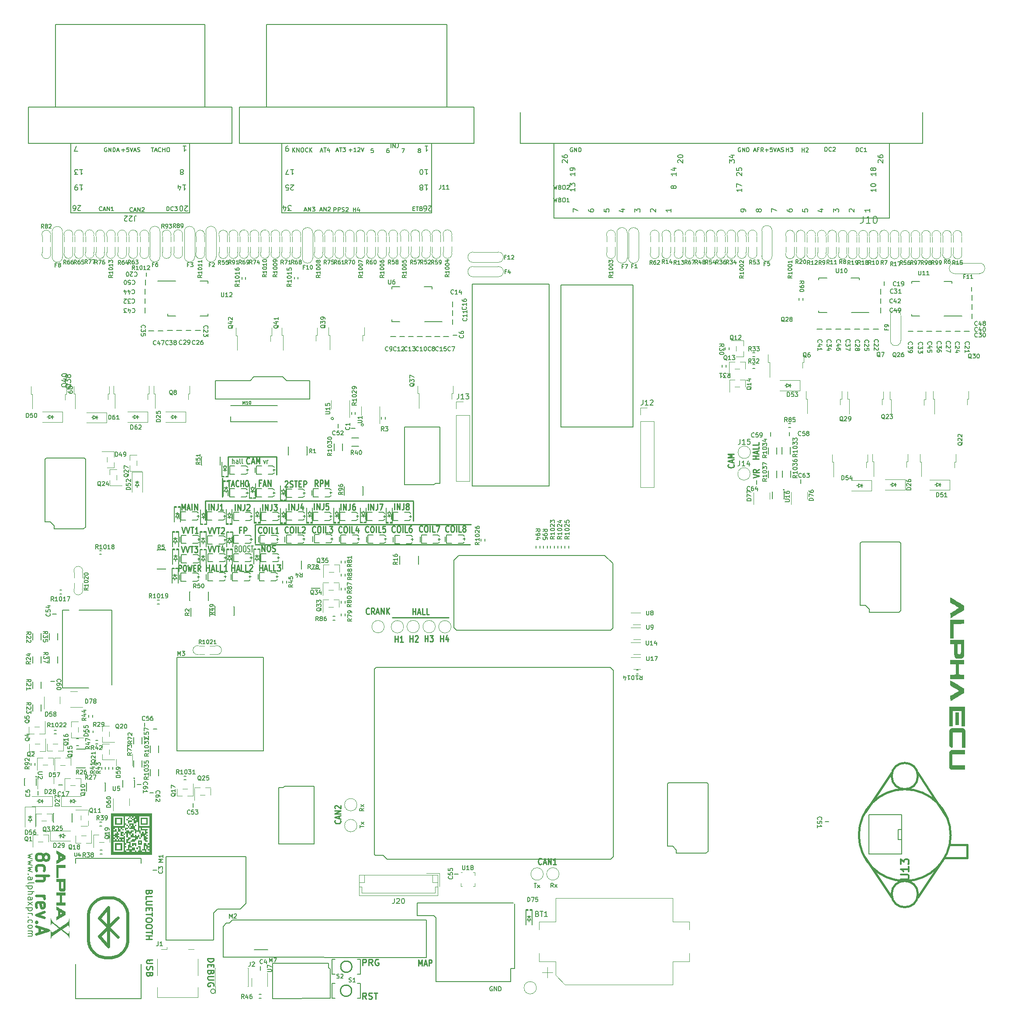
<source format=gto>
G04 #@! TF.GenerationSoftware,KiCad,Pcbnew,(6.0.9)*
G04 #@! TF.CreationDate,2022-12-17T22:45:46+03:00*
G04 #@! TF.ProjectId,alphax_8ch,616c7068-6178-45f3-9863-682e6b696361,a*
G04 #@! TF.SameCoordinates,PX141f5e0PYa2cace0*
G04 #@! TF.FileFunction,Legend,Top*
G04 #@! TF.FilePolarity,Positive*
%FSLAX46Y46*%
G04 Gerber Fmt 4.6, Leading zero omitted, Abs format (unit mm)*
G04 Created by KiCad (PCBNEW (6.0.9)) date 2022-12-17 22:45:46*
%MOMM*%
%LPD*%
G01*
G04 APERTURE LIST*
%ADD10C,0.250000*%
%ADD11C,0.170000*%
%ADD12C,0.200000*%
%ADD13C,0.500000*%
%ADD14C,0.225000*%
%ADD15C,0.127000*%
%ADD16C,0.150000*%
%ADD17C,0.304800*%
%ADD18C,0.120000*%
%ADD19C,0.099060*%
%ADD20C,0.203200*%
%ADD21C,0.254000*%
%ADD22C,0.631031*%
%ADD23C,0.381000*%
G04 APERTURE END LIST*
D10*
X35200000Y92990000D02*
X35200000Y96740000D01*
X39550001Y105310002D02*
X48950001Y105310002D01*
X44850000Y88240000D02*
X86470000Y88240000D01*
X48950001Y105310002D02*
X48950001Y101810002D01*
X44850000Y88540000D02*
X44850000Y92190000D01*
X38500001Y101110002D02*
X38500001Y97510002D01*
X82320000Y74150000D02*
X71440000Y74150000D01*
X35200000Y96740000D02*
X75510000Y96740000D01*
X45020000Y92150000D02*
X86640000Y92150000D01*
X39550001Y101910002D02*
X39550001Y105310002D01*
X75480000Y96560000D02*
X75480000Y92860000D01*
X61308571Y34860953D02*
X61365714Y34813334D01*
X61422857Y34670477D01*
X61422857Y34575239D01*
X61365714Y34432381D01*
X61251428Y34337143D01*
X61137142Y34289524D01*
X60908571Y34241905D01*
X60737142Y34241905D01*
X60508571Y34289524D01*
X60394285Y34337143D01*
X60280000Y34432381D01*
X60222857Y34575239D01*
X60222857Y34670477D01*
X60280000Y34813334D01*
X60337142Y34860953D01*
X61080000Y35241905D02*
X61080000Y35718096D01*
X61422857Y35146667D02*
X60222857Y35480000D01*
X61422857Y35813334D01*
X61422857Y36146667D02*
X60222857Y36146667D01*
X61422857Y36718096D01*
X60222857Y36718096D01*
X60337142Y37146667D02*
X60280000Y37194286D01*
X60222857Y37289524D01*
X60222857Y37527620D01*
X60280000Y37622858D01*
X60337142Y37670477D01*
X60451428Y37718096D01*
X60565714Y37718096D01*
X60737142Y37670477D01*
X61422857Y37099048D01*
X61422857Y37718096D01*
D11*
X155259523Y164438096D02*
X155259523Y165238096D01*
X155450000Y165238096D01*
X155564285Y165200000D01*
X155640476Y165123810D01*
X155678571Y165047620D01*
X155716666Y164895239D01*
X155716666Y164780953D01*
X155678571Y164628572D01*
X155640476Y164552381D01*
X155564285Y164476191D01*
X155450000Y164438096D01*
X155259523Y164438096D01*
X156516666Y164514286D02*
X156478571Y164476191D01*
X156364285Y164438096D01*
X156288095Y164438096D01*
X156173809Y164476191D01*
X156097619Y164552381D01*
X156059523Y164628572D01*
X156021428Y164780953D01*
X156021428Y164895239D01*
X156059523Y165047620D01*
X156097619Y165123810D01*
X156173809Y165200000D01*
X156288095Y165238096D01*
X156364285Y165238096D01*
X156478571Y165200000D01*
X156516666Y165161905D01*
X156821428Y165161905D02*
X156859523Y165200000D01*
X156935714Y165238096D01*
X157126190Y165238096D01*
X157202380Y165200000D01*
X157240476Y165161905D01*
X157278571Y165085715D01*
X157278571Y165009524D01*
X157240476Y164895239D01*
X156783333Y164438096D01*
X157278571Y164438096D01*
X73283333Y164988096D02*
X73816666Y164988096D01*
X73473809Y164188096D01*
X138890476Y165150000D02*
X138814285Y165188096D01*
X138700000Y165188096D01*
X138585714Y165150000D01*
X138509523Y165073810D01*
X138471428Y164997620D01*
X138433333Y164845239D01*
X138433333Y164730953D01*
X138471428Y164578572D01*
X138509523Y164502381D01*
X138585714Y164426191D01*
X138700000Y164388096D01*
X138776190Y164388096D01*
X138890476Y164426191D01*
X138928571Y164464286D01*
X138928571Y164730953D01*
X138776190Y164730953D01*
X139271428Y164388096D02*
X139271428Y165188096D01*
X139728571Y164388096D01*
X139728571Y165188096D01*
X140109523Y164388096D02*
X140109523Y165188096D01*
X140300000Y165188096D01*
X140414285Y165150000D01*
X140490476Y165073810D01*
X140528571Y164997620D01*
X140566666Y164845239D01*
X140566666Y164730953D01*
X140528571Y164578572D01*
X140490476Y164502381D01*
X140414285Y164426191D01*
X140300000Y164388096D01*
X140109523Y164388096D01*
X65870952Y37171905D02*
X65480476Y36898572D01*
X65870952Y36703334D02*
X65050952Y36703334D01*
X65050952Y37015715D01*
X65090000Y37093810D01*
X65129047Y37132858D01*
X65207142Y37171905D01*
X65324285Y37171905D01*
X65402380Y37132858D01*
X65441428Y37093810D01*
X65480476Y37015715D01*
X65480476Y36703334D01*
X65870952Y37445239D02*
X65324285Y37874762D01*
X65324285Y37445239D02*
X65870952Y37874762D01*
X106340476Y165150000D02*
X106264285Y165188096D01*
X106150000Y165188096D01*
X106035714Y165150000D01*
X105959523Y165073810D01*
X105921428Y164997620D01*
X105883333Y164845239D01*
X105883333Y164730953D01*
X105921428Y164578572D01*
X105959523Y164502381D01*
X106035714Y164426191D01*
X106150000Y164388096D01*
X106226190Y164388096D01*
X106340476Y164426191D01*
X106378571Y164464286D01*
X106378571Y164730953D01*
X106226190Y164730953D01*
X106721428Y164388096D02*
X106721428Y165188096D01*
X107178571Y164388096D01*
X107178571Y165188096D01*
X107559523Y164388096D02*
X107559523Y165188096D01*
X107750000Y165188096D01*
X107864285Y165150000D01*
X107940476Y165073810D01*
X107978571Y164997620D01*
X108016666Y164845239D01*
X108016666Y164730953D01*
X107978571Y164578572D01*
X107940476Y164502381D01*
X107864285Y164426191D01*
X107750000Y164388096D01*
X107559523Y164388096D01*
D12*
X46461905Y104624288D02*
X46652381Y103957622D01*
X46842858Y104624288D01*
X47147620Y103957622D02*
X47147620Y104624288D01*
X47147620Y104433812D02*
X47185715Y104529050D01*
X47223810Y104576669D01*
X47300001Y104624288D01*
X47376191Y104624288D01*
D10*
X30630952Y91647143D02*
X30964285Y90447143D01*
X31297619Y91647143D01*
X31488095Y91647143D02*
X31821428Y90447143D01*
X32154761Y91647143D01*
X32345238Y91647143D02*
X32916666Y91647143D01*
X32630952Y90447143D02*
X32630952Y91647143D01*
X33773809Y90447143D02*
X33202380Y90447143D01*
X33488095Y90447143D02*
X33488095Y91647143D01*
X33392857Y91475715D01*
X33297619Y91361429D01*
X33202380Y91304286D01*
X50599762Y100502860D02*
X50647381Y100560002D01*
X50742620Y100617145D01*
X50980715Y100617145D01*
X51075953Y100560002D01*
X51123572Y100502860D01*
X51171191Y100388574D01*
X51171191Y100274288D01*
X51123572Y100102860D01*
X50552143Y99417145D01*
X51171191Y99417145D01*
X51552143Y99474288D02*
X51695001Y99417145D01*
X51933096Y99417145D01*
X52028334Y99474288D01*
X52075953Y99531431D01*
X52123572Y99645717D01*
X52123572Y99760002D01*
X52075953Y99874288D01*
X52028334Y99931431D01*
X51933096Y99988574D01*
X51742620Y100045717D01*
X51647381Y100102860D01*
X51599762Y100160002D01*
X51552143Y100274288D01*
X51552143Y100388574D01*
X51599762Y100502860D01*
X51647381Y100560002D01*
X51742620Y100617145D01*
X51980715Y100617145D01*
X52123572Y100560002D01*
X52409286Y100617145D02*
X52980715Y100617145D01*
X52695001Y99417145D02*
X52695001Y100617145D01*
X53314048Y100045717D02*
X53647381Y100045717D01*
X53790239Y99417145D02*
X53314048Y99417145D01*
X53314048Y100617145D01*
X53790239Y100617145D01*
X54218810Y99417145D02*
X54218810Y100617145D01*
X54599762Y100617145D01*
X54695001Y100560002D01*
X54742620Y100502860D01*
X54790239Y100388574D01*
X54790239Y100217145D01*
X54742620Y100102860D01*
X54695001Y100045717D01*
X54599762Y99988574D01*
X54218810Y99988574D01*
X74818095Y69437143D02*
X74818095Y70637143D01*
X74818095Y70065715D02*
X75389523Y70065715D01*
X75389523Y69437143D02*
X75389523Y70637143D01*
X75818095Y70522858D02*
X75865714Y70580000D01*
X75960952Y70637143D01*
X76199047Y70637143D01*
X76294285Y70580000D01*
X76341904Y70522858D01*
X76389523Y70408572D01*
X76389523Y70294286D01*
X76341904Y70122858D01*
X75770476Y69437143D01*
X76389523Y69437143D01*
D11*
X102657142Y157888096D02*
X102847619Y157088096D01*
X103000000Y157659524D01*
X103152380Y157088096D01*
X103342857Y157888096D01*
X103914285Y157507143D02*
X104028571Y157469048D01*
X104066666Y157430953D01*
X104104761Y157354762D01*
X104104761Y157240477D01*
X104066666Y157164286D01*
X104028571Y157126191D01*
X103952380Y157088096D01*
X103647619Y157088096D01*
X103647619Y157888096D01*
X103914285Y157888096D01*
X103990476Y157850000D01*
X104028571Y157811905D01*
X104066666Y157735715D01*
X104066666Y157659524D01*
X104028571Y157583334D01*
X103990476Y157545239D01*
X103914285Y157507143D01*
X103647619Y157507143D01*
X104600000Y157888096D02*
X104752380Y157888096D01*
X104828571Y157850000D01*
X104904761Y157773810D01*
X104942857Y157621429D01*
X104942857Y157354762D01*
X104904761Y157202381D01*
X104828571Y157126191D01*
X104752380Y157088096D01*
X104600000Y157088096D01*
X104523809Y157126191D01*
X104447619Y157202381D01*
X104409523Y157354762D01*
X104409523Y157621429D01*
X104447619Y157773810D01*
X104523809Y157850000D01*
X104600000Y157888096D01*
X105247619Y157811905D02*
X105285714Y157850000D01*
X105361904Y157888096D01*
X105552380Y157888096D01*
X105628571Y157850000D01*
X105666666Y157811905D01*
X105704761Y157735715D01*
X105704761Y157659524D01*
X105666666Y157545239D01*
X105209523Y157088096D01*
X105704761Y157088096D01*
D10*
X35700952Y88045143D02*
X36034285Y86845143D01*
X36367619Y88045143D01*
X36558095Y88045143D02*
X36891428Y86845143D01*
X37224761Y88045143D01*
X37415238Y88045143D02*
X37986666Y88045143D01*
X37700952Y86845143D02*
X37700952Y88045143D01*
X38748571Y87645143D02*
X38748571Y86845143D01*
X38510476Y88102286D02*
X38272380Y87245143D01*
X38891428Y87245143D01*
D12*
X40447620Y103957622D02*
X40447620Y104957622D01*
X40790477Y103957622D02*
X40790477Y104481431D01*
X40752381Y104576669D01*
X40676191Y104624288D01*
X40561905Y104624288D01*
X40485715Y104576669D01*
X40447620Y104529050D01*
X41514286Y103957622D02*
X41514286Y104481431D01*
X41476191Y104576669D01*
X41400001Y104624288D01*
X41247620Y104624288D01*
X41171429Y104576669D01*
X41514286Y104005241D02*
X41438096Y103957622D01*
X41247620Y103957622D01*
X41171429Y104005241D01*
X41133334Y104100479D01*
X41133334Y104195717D01*
X41171429Y104290955D01*
X41247620Y104338574D01*
X41438096Y104338574D01*
X41514286Y104386193D01*
X42009524Y103957622D02*
X41933334Y104005241D01*
X41895239Y104100479D01*
X41895239Y104957622D01*
X42428572Y103957622D02*
X42352381Y104005241D01*
X42314286Y104100479D01*
X42314286Y104957622D01*
D10*
X35350000Y83147143D02*
X35350000Y84347143D01*
X35350000Y83775715D02*
X35921428Y83775715D01*
X35921428Y83147143D02*
X35921428Y84347143D01*
X36350000Y83490000D02*
X36826190Y83490000D01*
X36254761Y83147143D02*
X36588095Y84347143D01*
X36921428Y83147143D01*
X37730952Y83147143D02*
X37254761Y83147143D01*
X37254761Y84347143D01*
X38540476Y83147143D02*
X38064285Y83147143D01*
X38064285Y84347143D01*
X39397619Y83147143D02*
X38826190Y83147143D01*
X39111904Y83147143D02*
X39111904Y84347143D01*
X39016666Y84175715D01*
X38921428Y84061429D01*
X38826190Y84004286D01*
D11*
X147780348Y164369143D02*
X147780348Y165169143D01*
X147780348Y164788190D02*
X148237491Y164788190D01*
X148237491Y164369143D02*
X148237491Y165169143D01*
X148542252Y165169143D02*
X149037491Y165169143D01*
X148770824Y164864381D01*
X148885110Y164864381D01*
X148961300Y164826286D01*
X148999395Y164788190D01*
X149037491Y164712000D01*
X149037491Y164521524D01*
X148999395Y164445333D01*
X148961300Y164407238D01*
X148885110Y164369143D01*
X148656538Y164369143D01*
X148580348Y164407238D01*
X148542252Y164445333D01*
D10*
X46269047Y94897143D02*
X46269047Y96097143D01*
X46745238Y94897143D02*
X46745238Y96097143D01*
X47316666Y94897143D01*
X47316666Y96097143D01*
X48078571Y96097143D02*
X48078571Y95240000D01*
X48030952Y95068572D01*
X47935714Y94954286D01*
X47792857Y94897143D01*
X47697619Y94897143D01*
X48459523Y96097143D02*
X49078571Y96097143D01*
X48745238Y95640000D01*
X48888095Y95640000D01*
X48983333Y95582858D01*
X49030952Y95525715D01*
X49078571Y95411429D01*
X49078571Y95125715D01*
X49030952Y95011429D01*
X48983333Y94954286D01*
X48888095Y94897143D01*
X48602380Y94897143D01*
X48507142Y94954286D01*
X48459523Y95011429D01*
X56983096Y99567145D02*
X56649762Y100138574D01*
X56411667Y99567145D02*
X56411667Y100767145D01*
X56792620Y100767145D01*
X56887858Y100710002D01*
X56935477Y100652860D01*
X56983096Y100538574D01*
X56983096Y100367145D01*
X56935477Y100252860D01*
X56887858Y100195717D01*
X56792620Y100138574D01*
X56411667Y100138574D01*
X57411667Y99567145D02*
X57411667Y100767145D01*
X57792620Y100767145D01*
X57887858Y100710002D01*
X57935477Y100652860D01*
X57983096Y100538574D01*
X57983096Y100367145D01*
X57935477Y100252860D01*
X57887858Y100195717D01*
X57792620Y100138574D01*
X57411667Y100138574D01*
X58411667Y99567145D02*
X58411667Y100767145D01*
X58745001Y99910002D01*
X59078334Y100767145D01*
X59078334Y99567145D01*
X35819047Y94947143D02*
X35819047Y96147143D01*
X36295238Y94947143D02*
X36295238Y96147143D01*
X36866666Y94947143D01*
X36866666Y96147143D01*
X37628571Y96147143D02*
X37628571Y95290000D01*
X37580952Y95118572D01*
X37485714Y95004286D01*
X37342857Y94947143D01*
X37247619Y94947143D01*
X38628571Y94947143D02*
X38057142Y94947143D01*
X38342857Y94947143D02*
X38342857Y96147143D01*
X38247619Y95975715D01*
X38152380Y95861429D01*
X38057142Y95804286D01*
D11*
X15104761Y153014286D02*
X15066666Y152976191D01*
X14952380Y152938096D01*
X14876190Y152938096D01*
X14761904Y152976191D01*
X14685714Y153052381D01*
X14647619Y153128572D01*
X14609523Y153280953D01*
X14609523Y153395239D01*
X14647619Y153547620D01*
X14685714Y153623810D01*
X14761904Y153700000D01*
X14876190Y153738096D01*
X14952380Y153738096D01*
X15066666Y153700000D01*
X15104761Y153661905D01*
X15409523Y153166667D02*
X15790476Y153166667D01*
X15333333Y152938096D02*
X15600000Y153738096D01*
X15866666Y152938096D01*
X16133333Y152938096D02*
X16133333Y153738096D01*
X16590476Y152938096D01*
X16590476Y153738096D01*
X17390476Y152938096D02*
X16933333Y152938096D01*
X17161904Y152938096D02*
X17161904Y153738096D01*
X17085714Y153623810D01*
X17009523Y153547620D01*
X16933333Y153509524D01*
D10*
X30530952Y87947143D02*
X30864285Y86747143D01*
X31197619Y87947143D01*
X31388095Y87947143D02*
X31721428Y86747143D01*
X32054761Y87947143D01*
X32245238Y87947143D02*
X32816666Y87947143D01*
X32530952Y86747143D02*
X32530952Y87947143D01*
X33054761Y87947143D02*
X33673809Y87947143D01*
X33340476Y87490000D01*
X33483333Y87490000D01*
X33578571Y87432858D01*
X33626190Y87375715D01*
X33673809Y87261429D01*
X33673809Y86975715D01*
X33626190Y86861429D01*
X33578571Y86804286D01*
X33483333Y86747143D01*
X33197619Y86747143D01*
X33102380Y86804286D01*
X33054761Y86861429D01*
X51204667Y90661429D02*
X51157048Y90604286D01*
X51014191Y90547143D01*
X50918953Y90547143D01*
X50776096Y90604286D01*
X50680858Y90718572D01*
X50633239Y90832858D01*
X50585620Y91061429D01*
X50585620Y91232858D01*
X50633239Y91461429D01*
X50680858Y91575715D01*
X50776096Y91690000D01*
X50918953Y91747143D01*
X51014191Y91747143D01*
X51157048Y91690000D01*
X51204667Y91632858D01*
X51823715Y91747143D02*
X52014191Y91747143D01*
X52109429Y91690000D01*
X52204667Y91575715D01*
X52252286Y91347143D01*
X52252286Y90947143D01*
X52204667Y90718572D01*
X52109429Y90604286D01*
X52014191Y90547143D01*
X51823715Y90547143D01*
X51728477Y90604286D01*
X51633239Y90718572D01*
X51585620Y90947143D01*
X51585620Y91347143D01*
X51633239Y91575715D01*
X51728477Y91690000D01*
X51823715Y91747143D01*
X52680858Y90547143D02*
X52680858Y91747143D01*
X53633239Y90547143D02*
X53157048Y90547143D01*
X53157048Y91747143D01*
X53918953Y91632858D02*
X53966572Y91690000D01*
X54061810Y91747143D01*
X54299905Y91747143D01*
X54395143Y91690000D01*
X54442762Y91632858D01*
X54490381Y91518572D01*
X54490381Y91404286D01*
X54442762Y91232858D01*
X53871334Y90547143D01*
X54490381Y90547143D01*
D11*
X75423809Y153357143D02*
X75690476Y153357143D01*
X75804761Y152938096D02*
X75423809Y152938096D01*
X75423809Y153738096D01*
X75804761Y153738096D01*
X76033333Y153738096D02*
X76490476Y153738096D01*
X76261904Y152938096D02*
X76261904Y153738096D01*
X77023809Y153357143D02*
X77138095Y153319048D01*
X77176190Y153280953D01*
X77214285Y153204762D01*
X77214285Y153090477D01*
X77176190Y153014286D01*
X77138095Y152976191D01*
X77061904Y152938096D01*
X76757142Y152938096D01*
X76757142Y153738096D01*
X77023809Y153738096D01*
X77100000Y153700000D01*
X77138095Y153661905D01*
X77176190Y153585715D01*
X77176190Y153509524D01*
X77138095Y153433334D01*
X77100000Y153395239D01*
X77023809Y153357143D01*
X76757142Y153357143D01*
X98893809Y22629048D02*
X99362380Y22629048D01*
X99128095Y21809048D02*
X99128095Y22629048D01*
X99557619Y21809048D02*
X99987142Y22355715D01*
X99557619Y22355715D02*
X99987142Y21809048D01*
X63840476Y152788096D02*
X63840476Y153588096D01*
X63840476Y153207143D02*
X64297619Y153207143D01*
X64297619Y152788096D02*
X64297619Y153588096D01*
X65021428Y153321429D02*
X65021428Y152788096D01*
X64830952Y153626191D02*
X64640476Y153054762D01*
X65135714Y153054762D01*
D10*
X66937142Y74901429D02*
X66889523Y74844286D01*
X66746666Y74787143D01*
X66651428Y74787143D01*
X66508571Y74844286D01*
X66413333Y74958572D01*
X66365714Y75072858D01*
X66318095Y75301429D01*
X66318095Y75472858D01*
X66365714Y75701429D01*
X66413333Y75815715D01*
X66508571Y75930000D01*
X66651428Y75987143D01*
X66746666Y75987143D01*
X66889523Y75930000D01*
X66937142Y75872858D01*
X67937142Y74787143D02*
X67603809Y75358572D01*
X67365714Y74787143D02*
X67365714Y75987143D01*
X67746666Y75987143D01*
X67841904Y75930000D01*
X67889523Y75872858D01*
X67937142Y75758572D01*
X67937142Y75587143D01*
X67889523Y75472858D01*
X67841904Y75415715D01*
X67746666Y75358572D01*
X67365714Y75358572D01*
X68318095Y75130000D02*
X68794285Y75130000D01*
X68222857Y74787143D02*
X68556190Y75987143D01*
X68889523Y74787143D01*
X69222857Y74787143D02*
X69222857Y75987143D01*
X69794285Y74787143D01*
X69794285Y75987143D01*
X70270476Y74787143D02*
X70270476Y75987143D01*
X70841904Y74787143D02*
X70413333Y75472858D01*
X70841904Y75987143D02*
X70270476Y75301429D01*
D11*
X16047619Y165150000D02*
X15971428Y165188096D01*
X15857142Y165188096D01*
X15742857Y165150000D01*
X15666666Y165073810D01*
X15628571Y164997620D01*
X15590476Y164845239D01*
X15590476Y164730953D01*
X15628571Y164578572D01*
X15666666Y164502381D01*
X15742857Y164426191D01*
X15857142Y164388096D01*
X15933333Y164388096D01*
X16047619Y164426191D01*
X16085714Y164464286D01*
X16085714Y164730953D01*
X15933333Y164730953D01*
X16428571Y164388096D02*
X16428571Y165188096D01*
X16885714Y164388096D01*
X16885714Y165188096D01*
X17266666Y164388096D02*
X17266666Y165188096D01*
X17457142Y165188096D01*
X17571428Y165150000D01*
X17647619Y165073810D01*
X17685714Y164997620D01*
X17723809Y164845239D01*
X17723809Y164730953D01*
X17685714Y164578572D01*
X17647619Y164502381D01*
X17571428Y164426191D01*
X17457142Y164388096D01*
X17266666Y164388096D01*
X18028571Y164616667D02*
X18409523Y164616667D01*
X17952380Y164388096D02*
X18219047Y165188096D01*
X18485714Y164388096D01*
D13*
X3797619Y27898810D02*
X3916666Y28117858D01*
X4035714Y28227381D01*
X4273809Y28336905D01*
X4392857Y28336905D01*
X4630952Y28227381D01*
X4750000Y28117858D01*
X4869047Y27898810D01*
X4869047Y27460715D01*
X4750000Y27241667D01*
X4630952Y27132143D01*
X4392857Y27022620D01*
X4273809Y27022620D01*
X4035714Y27132143D01*
X3916666Y27241667D01*
X3797619Y27460715D01*
X3797619Y27898810D01*
X3678571Y28117858D01*
X3559523Y28227381D01*
X3321428Y28336905D01*
X2845238Y28336905D01*
X2607142Y28227381D01*
X2488095Y28117858D01*
X2369047Y27898810D01*
X2369047Y27460715D01*
X2488095Y27241667D01*
X2607142Y27132143D01*
X2845238Y27022620D01*
X3321428Y27022620D01*
X3559523Y27132143D01*
X3678571Y27241667D01*
X3797619Y27460715D01*
X2488095Y25051191D02*
X2369047Y25270239D01*
X2369047Y25708334D01*
X2488095Y25927381D01*
X2607142Y26036905D01*
X2845238Y26146429D01*
X3559523Y26146429D01*
X3797619Y26036905D01*
X3916666Y25927381D01*
X4035714Y25708334D01*
X4035714Y25270239D01*
X3916666Y25051191D01*
X2369047Y24065477D02*
X4869047Y24065477D01*
X2369047Y23079762D02*
X3678571Y23079762D01*
X3916666Y23189286D01*
X4035714Y23408334D01*
X4035714Y23736905D01*
X3916666Y23955953D01*
X3797619Y24065477D01*
X2369047Y20232143D02*
X4035714Y20232143D01*
X3559523Y20232143D02*
X3797619Y20122620D01*
X3916666Y20013096D01*
X4035714Y19794048D01*
X4035714Y19575000D01*
X2488095Y17932143D02*
X2369047Y18151191D01*
X2369047Y18589286D01*
X2488095Y18808334D01*
X2726190Y18917858D01*
X3678571Y18917858D01*
X3916666Y18808334D01*
X4035714Y18589286D01*
X4035714Y18151191D01*
X3916666Y17932143D01*
X3678571Y17822620D01*
X3440476Y17822620D01*
X3202380Y18917858D01*
X4035714Y17055953D02*
X2369047Y16508334D01*
X4035714Y15960715D01*
X2607142Y15084524D02*
X2488095Y14975000D01*
X2369047Y15084524D01*
X2488095Y15194048D01*
X2607142Y15084524D01*
X2369047Y15084524D01*
X3083333Y14098810D02*
X3083333Y13003572D01*
X2369047Y14317858D02*
X4869047Y13551191D01*
X2369047Y12784524D01*
D10*
X80718095Y69467143D02*
X80718095Y70667143D01*
X80718095Y70095715D02*
X81289523Y70095715D01*
X81289523Y69467143D02*
X81289523Y70667143D01*
X82194285Y70267143D02*
X82194285Y69467143D01*
X81956190Y70724286D02*
X81718095Y69867143D01*
X82337142Y69867143D01*
X42097348Y91067636D02*
X41764014Y91067636D01*
X41764014Y90439064D02*
X41764014Y91639064D01*
X42240205Y91639064D01*
X42621157Y90439064D02*
X42621157Y91639064D01*
X43002110Y91639064D01*
X43097348Y91581921D01*
X43144967Y91524779D01*
X43192586Y91410493D01*
X43192586Y91239064D01*
X43144967Y91124779D01*
X43097348Y91067636D01*
X43002110Y91010493D01*
X42621157Y91010493D01*
X66796668Y90751433D02*
X66749049Y90694290D01*
X66606192Y90637147D01*
X66510954Y90637147D01*
X66368097Y90694290D01*
X66272859Y90808576D01*
X66225240Y90922862D01*
X66177621Y91151433D01*
X66177621Y91322862D01*
X66225240Y91551433D01*
X66272859Y91665719D01*
X66368097Y91780004D01*
X66510954Y91837147D01*
X66606192Y91837147D01*
X66749049Y91780004D01*
X66796668Y91722862D01*
X67415716Y91837147D02*
X67606192Y91837147D01*
X67701430Y91780004D01*
X67796668Y91665719D01*
X67844287Y91437147D01*
X67844287Y91037147D01*
X67796668Y90808576D01*
X67701430Y90694290D01*
X67606192Y90637147D01*
X67415716Y90637147D01*
X67320478Y90694290D01*
X67225240Y90808576D01*
X67177621Y91037147D01*
X67177621Y91437147D01*
X67225240Y91665719D01*
X67320478Y91780004D01*
X67415716Y91837147D01*
X68272859Y90637147D02*
X68272859Y91837147D01*
X69225240Y90637147D02*
X68749049Y90637147D01*
X68749049Y91837147D01*
X70034763Y91837147D02*
X69558573Y91837147D01*
X69510954Y91265719D01*
X69558573Y91322862D01*
X69653811Y91380004D01*
X69891906Y91380004D01*
X69987144Y91322862D01*
X70034763Y91265719D01*
X70082382Y91151433D01*
X70082382Y90865719D01*
X70034763Y90751433D01*
X69987144Y90694290D01*
X69891906Y90637147D01*
X69653811Y90637147D01*
X69558573Y90694290D01*
X69510954Y90751433D01*
X43759524Y104031431D02*
X43711905Y103974288D01*
X43569048Y103917145D01*
X43473810Y103917145D01*
X43330953Y103974288D01*
X43235715Y104088574D01*
X43188096Y104202860D01*
X43140477Y104431431D01*
X43140477Y104602860D01*
X43188096Y104831431D01*
X43235715Y104945717D01*
X43330953Y105060002D01*
X43473810Y105117145D01*
X43569048Y105117145D01*
X43711905Y105060002D01*
X43759524Y105002860D01*
X44140477Y104260002D02*
X44616667Y104260002D01*
X44045239Y103917145D02*
X44378572Y105117145D01*
X44711905Y103917145D01*
X45045239Y103917145D02*
X45045239Y105117145D01*
X45378572Y104260002D01*
X45711905Y105117145D01*
X45711905Y103917145D01*
D11*
X76573809Y164645239D02*
X76497619Y164683334D01*
X76459523Y164721429D01*
X76421428Y164797620D01*
X76421428Y164835715D01*
X76459523Y164911905D01*
X76497619Y164950000D01*
X76573809Y164988096D01*
X76726190Y164988096D01*
X76802380Y164950000D01*
X76840476Y164911905D01*
X76878571Y164835715D01*
X76878571Y164797620D01*
X76840476Y164721429D01*
X76802380Y164683334D01*
X76726190Y164645239D01*
X76573809Y164645239D01*
X76497619Y164607143D01*
X76459523Y164569048D01*
X76421428Y164492858D01*
X76421428Y164340477D01*
X76459523Y164264286D01*
X76497619Y164226191D01*
X76573809Y164188096D01*
X76726190Y164188096D01*
X76802380Y164226191D01*
X76840476Y164264286D01*
X76878571Y164340477D01*
X76878571Y164492858D01*
X76840476Y164569048D01*
X76802380Y164607143D01*
X76726190Y164645239D01*
D10*
X40250000Y83147143D02*
X40250000Y84347143D01*
X40250000Y83775715D02*
X40821428Y83775715D01*
X40821428Y83147143D02*
X40821428Y84347143D01*
X41250000Y83490000D02*
X41726190Y83490000D01*
X41154761Y83147143D02*
X41488095Y84347143D01*
X41821428Y83147143D01*
X42630952Y83147143D02*
X42154761Y83147143D01*
X42154761Y84347143D01*
X43440476Y83147143D02*
X42964285Y83147143D01*
X42964285Y84347143D01*
X43726190Y84232858D02*
X43773809Y84290000D01*
X43869047Y84347143D01*
X44107142Y84347143D01*
X44202380Y84290000D01*
X44250000Y84232858D01*
X44297619Y84118572D01*
X44297619Y84004286D01*
X44250000Y83832858D01*
X43678571Y83147143D01*
X44297619Y83147143D01*
D11*
X60078571Y152788096D02*
X60078571Y153588096D01*
X60383333Y153588096D01*
X60459523Y153550000D01*
X60497619Y153511905D01*
X60535714Y153435715D01*
X60535714Y153321429D01*
X60497619Y153245239D01*
X60459523Y153207143D01*
X60383333Y153169048D01*
X60078571Y153169048D01*
X60878571Y152788096D02*
X60878571Y153588096D01*
X61183333Y153588096D01*
X61259523Y153550000D01*
X61297619Y153511905D01*
X61335714Y153435715D01*
X61335714Y153321429D01*
X61297619Y153245239D01*
X61259523Y153207143D01*
X61183333Y153169048D01*
X60878571Y153169048D01*
X61640476Y152826191D02*
X61754761Y152788096D01*
X61945238Y152788096D01*
X62021428Y152826191D01*
X62059523Y152864286D01*
X62097619Y152940477D01*
X62097619Y153016667D01*
X62059523Y153092858D01*
X62021428Y153130953D01*
X61945238Y153169048D01*
X61792857Y153207143D01*
X61716666Y153245239D01*
X61678571Y153283334D01*
X61640476Y153359524D01*
X61640476Y153435715D01*
X61678571Y153511905D01*
X61716666Y153550000D01*
X61792857Y153588096D01*
X61983333Y153588096D01*
X62097619Y153550000D01*
X62402380Y153511905D02*
X62440476Y153550000D01*
X62516666Y153588096D01*
X62707142Y153588096D01*
X62783333Y153550000D01*
X62821428Y153511905D01*
X62859523Y153435715D01*
X62859523Y153359524D01*
X62821428Y153245239D01*
X62364285Y152788096D01*
X62859523Y152788096D01*
D10*
X142462857Y104876211D02*
X141262857Y104876211D01*
X141834285Y104876211D02*
X141834285Y105447640D01*
X142462857Y105447640D02*
X141262857Y105447640D01*
X142120000Y105876211D02*
X142120000Y106352401D01*
X142462857Y105780973D02*
X141262857Y106114306D01*
X142462857Y106447640D01*
X142462857Y107257163D02*
X142462857Y106780973D01*
X141262857Y106780973D01*
X142462857Y108066687D02*
X142462857Y107590497D01*
X141262857Y107590497D01*
D11*
X62990476Y164692858D02*
X63600000Y164692858D01*
X63295238Y164388096D02*
X63295238Y164997620D01*
X64400000Y164388096D02*
X63942857Y164388096D01*
X64171428Y164388096D02*
X64171428Y165188096D01*
X64095238Y165073810D01*
X64019047Y164997620D01*
X63942857Y164959524D01*
X64704761Y165111905D02*
X64742857Y165150000D01*
X64819047Y165188096D01*
X65009523Y165188096D01*
X65085714Y165150000D01*
X65123809Y165111905D01*
X65161904Y165035715D01*
X65161904Y164959524D01*
X65123809Y164845239D01*
X64666666Y164388096D01*
X65161904Y164388096D01*
X65390476Y165188096D02*
X65657142Y164388096D01*
X65923809Y165188096D01*
D10*
X45650000Y83157143D02*
X45650000Y84357143D01*
X45650000Y83785715D02*
X46221428Y83785715D01*
X46221428Y83157143D02*
X46221428Y84357143D01*
X46650000Y83500000D02*
X47126190Y83500000D01*
X46554761Y83157143D02*
X46888095Y84357143D01*
X47221428Y83157143D01*
X48030952Y83157143D02*
X47554761Y83157143D01*
X47554761Y84357143D01*
X48840476Y83157143D02*
X48364285Y83157143D01*
X48364285Y84357143D01*
X49078571Y84357143D02*
X49697619Y84357143D01*
X49364285Y83900000D01*
X49507142Y83900000D01*
X49602380Y83842858D01*
X49650000Y83785715D01*
X49697619Y83671429D01*
X49697619Y83385715D01*
X49650000Y83271429D01*
X49602380Y83214286D01*
X49507142Y83157143D01*
X49221428Y83157143D01*
X49126190Y83214286D01*
X49078571Y83271429D01*
X71934667Y90801429D02*
X71887048Y90744286D01*
X71744191Y90687143D01*
X71648953Y90687143D01*
X71506096Y90744286D01*
X71410858Y90858572D01*
X71363239Y90972858D01*
X71315620Y91201429D01*
X71315620Y91372858D01*
X71363239Y91601429D01*
X71410858Y91715715D01*
X71506096Y91830000D01*
X71648953Y91887143D01*
X71744191Y91887143D01*
X71887048Y91830000D01*
X71934667Y91772858D01*
X72553715Y91887143D02*
X72744191Y91887143D01*
X72839429Y91830000D01*
X72934667Y91715715D01*
X72982286Y91487143D01*
X72982286Y91087143D01*
X72934667Y90858572D01*
X72839429Y90744286D01*
X72744191Y90687143D01*
X72553715Y90687143D01*
X72458477Y90744286D01*
X72363239Y90858572D01*
X72315620Y91087143D01*
X72315620Y91487143D01*
X72363239Y91715715D01*
X72458477Y91830000D01*
X72553715Y91887143D01*
X73410858Y90687143D02*
X73410858Y91887143D01*
X74363239Y90687143D02*
X73887048Y90687143D01*
X73887048Y91887143D01*
X75125143Y91887143D02*
X74934667Y91887143D01*
X74839429Y91830000D01*
X74791810Y91772858D01*
X74696572Y91601429D01*
X74648953Y91372858D01*
X74648953Y90915715D01*
X74696572Y90801429D01*
X74744191Y90744286D01*
X74839429Y90687143D01*
X75029905Y90687143D01*
X75125143Y90744286D01*
X75172762Y90801429D01*
X75220381Y90915715D01*
X75220381Y91201429D01*
X75172762Y91315715D01*
X75125143Y91372858D01*
X75029905Y91430000D01*
X74839429Y91430000D01*
X74744191Y91372858D01*
X74696572Y91315715D01*
X74648953Y91201429D01*
D11*
X90775238Y2610000D02*
X90697142Y2649048D01*
X90580000Y2649048D01*
X90462857Y2610000D01*
X90384761Y2531905D01*
X90345714Y2453810D01*
X90306666Y2297620D01*
X90306666Y2180477D01*
X90345714Y2024286D01*
X90384761Y1946191D01*
X90462857Y1868096D01*
X90580000Y1829048D01*
X90658095Y1829048D01*
X90775238Y1868096D01*
X90814285Y1907143D01*
X90814285Y2180477D01*
X90658095Y2180477D01*
X91165714Y1829048D02*
X91165714Y2649048D01*
X91634285Y1829048D01*
X91634285Y2649048D01*
X92024761Y1829048D02*
X92024761Y2649048D01*
X92220000Y2649048D01*
X92337142Y2610000D01*
X92415238Y2531905D01*
X92454285Y2453810D01*
X92493333Y2297620D01*
X92493333Y2180477D01*
X92454285Y2024286D01*
X92415238Y1946191D01*
X92337142Y1868096D01*
X92220000Y1829048D01*
X92024761Y1829048D01*
X161309523Y164388096D02*
X161309523Y165188096D01*
X161500000Y165188096D01*
X161614285Y165150000D01*
X161690476Y165073810D01*
X161728571Y164997620D01*
X161766666Y164845239D01*
X161766666Y164730953D01*
X161728571Y164578572D01*
X161690476Y164502381D01*
X161614285Y164426191D01*
X161500000Y164388096D01*
X161309523Y164388096D01*
X162566666Y164464286D02*
X162528571Y164426191D01*
X162414285Y164388096D01*
X162338095Y164388096D01*
X162223809Y164426191D01*
X162147619Y164502381D01*
X162109523Y164578572D01*
X162071428Y164730953D01*
X162071428Y164845239D01*
X162109523Y164997620D01*
X162147619Y165073810D01*
X162223809Y165150000D01*
X162338095Y165188096D01*
X162414285Y165188096D01*
X162528571Y165150000D01*
X162566666Y165111905D01*
X163328571Y164388096D02*
X162871428Y164388096D01*
X163100000Y164388096D02*
X163100000Y165188096D01*
X163023809Y165073810D01*
X162947619Y164997620D01*
X162871428Y164959524D01*
D10*
X51369047Y94947143D02*
X51369047Y96147143D01*
X51845238Y94947143D02*
X51845238Y96147143D01*
X52416666Y94947143D01*
X52416666Y96147143D01*
X53178571Y96147143D02*
X53178571Y95290000D01*
X53130952Y95118572D01*
X53035714Y95004286D01*
X52892857Y94947143D01*
X52797619Y94947143D01*
X54083333Y95747143D02*
X54083333Y94947143D01*
X53845238Y96204286D02*
X53607142Y95347143D01*
X54226190Y95347143D01*
X71918095Y69397143D02*
X71918095Y70597143D01*
X71918095Y70025715D02*
X72489523Y70025715D01*
X72489523Y69397143D02*
X72489523Y70597143D01*
X73489523Y69397143D02*
X72918095Y69397143D01*
X73203809Y69397143D02*
X73203809Y70597143D01*
X73108571Y70425715D01*
X73013333Y70311429D01*
X72918095Y70254286D01*
D11*
X150786265Y164347672D02*
X150786265Y165147672D01*
X150786265Y164766719D02*
X151243408Y164766719D01*
X151243408Y164347672D02*
X151243408Y165147672D01*
X151586265Y165071481D02*
X151624360Y165109576D01*
X151700550Y165147672D01*
X151891027Y165147672D01*
X151967217Y165109576D01*
X152005312Y165071481D01*
X152043408Y164995291D01*
X152043408Y164919100D01*
X152005312Y164804815D01*
X151548169Y164347672D01*
X152043408Y164347672D01*
D10*
X65675714Y6767143D02*
X65675714Y7967143D01*
X66132857Y7967143D01*
X66247142Y7910000D01*
X66304285Y7852858D01*
X66361428Y7738572D01*
X66361428Y7567143D01*
X66304285Y7452858D01*
X66247142Y7395715D01*
X66132857Y7338572D01*
X65675714Y7338572D01*
X67561428Y6767143D02*
X67161428Y7338572D01*
X66875714Y6767143D02*
X66875714Y7967143D01*
X67332857Y7967143D01*
X67447142Y7910000D01*
X67504285Y7852858D01*
X67561428Y7738572D01*
X67561428Y7567143D01*
X67504285Y7452858D01*
X67447142Y7395715D01*
X67332857Y7338572D01*
X66875714Y7338572D01*
X68704285Y7910000D02*
X68590000Y7967143D01*
X68418571Y7967143D01*
X68247142Y7910000D01*
X68132857Y7795715D01*
X68075714Y7681429D01*
X68018571Y7452858D01*
X68018571Y7281429D01*
X68075714Y7052858D01*
X68132857Y6938572D01*
X68247142Y6824286D01*
X68418571Y6767143D01*
X68532857Y6767143D01*
X68704285Y6824286D01*
X68761428Y6881429D01*
X68761428Y7281429D01*
X68532857Y7281429D01*
D11*
X18947619Y164692858D02*
X19557142Y164692858D01*
X19252380Y164388096D02*
X19252380Y164997620D01*
X20319047Y165188096D02*
X19938095Y165188096D01*
X19900000Y164807143D01*
X19938095Y164845239D01*
X20014285Y164883334D01*
X20204761Y164883334D01*
X20280952Y164845239D01*
X20319047Y164807143D01*
X20357142Y164730953D01*
X20357142Y164540477D01*
X20319047Y164464286D01*
X20280952Y164426191D01*
X20204761Y164388096D01*
X20014285Y164388096D01*
X19938095Y164426191D01*
X19900000Y164464286D01*
X20585714Y165188096D02*
X20852380Y164388096D01*
X21119047Y165188096D01*
X21347619Y164616667D02*
X21728571Y164616667D01*
X21271428Y164388096D02*
X21538095Y165188096D01*
X21804761Y164388096D01*
X22033333Y164426191D02*
X22147619Y164388096D01*
X22338095Y164388096D01*
X22414285Y164426191D01*
X22452380Y164464286D01*
X22490476Y164540477D01*
X22490476Y164616667D01*
X22452380Y164692858D01*
X22414285Y164730953D01*
X22338095Y164769048D01*
X22185714Y164807143D01*
X22109523Y164845239D01*
X22071428Y164883334D01*
X22033333Y164959524D01*
X22033333Y165035715D01*
X22071428Y165111905D01*
X22109523Y165150000D01*
X22185714Y165188096D01*
X22376190Y165188096D01*
X22490476Y165150000D01*
X102657142Y155438096D02*
X102847619Y154638096D01*
X103000000Y155209524D01*
X103152380Y154638096D01*
X103342857Y155438096D01*
X103914285Y155057143D02*
X104028571Y155019048D01*
X104066666Y154980953D01*
X104104761Y154904762D01*
X104104761Y154790477D01*
X104066666Y154714286D01*
X104028571Y154676191D01*
X103952380Y154638096D01*
X103647619Y154638096D01*
X103647619Y155438096D01*
X103914285Y155438096D01*
X103990476Y155400000D01*
X104028571Y155361905D01*
X104066666Y155285715D01*
X104066666Y155209524D01*
X104028571Y155133334D01*
X103990476Y155095239D01*
X103914285Y155057143D01*
X103647619Y155057143D01*
X104600000Y155438096D02*
X104752380Y155438096D01*
X104828571Y155400000D01*
X104904761Y155323810D01*
X104942857Y155171429D01*
X104942857Y154904762D01*
X104904761Y154752381D01*
X104828571Y154676191D01*
X104752380Y154638096D01*
X104600000Y154638096D01*
X104523809Y154676191D01*
X104447619Y154752381D01*
X104409523Y154904762D01*
X104409523Y155171429D01*
X104447619Y155323810D01*
X104523809Y155400000D01*
X104600000Y155438096D01*
X105704761Y154638096D02*
X105247619Y154638096D01*
X105476190Y154638096D02*
X105476190Y155438096D01*
X105400000Y155323810D01*
X105323809Y155247620D01*
X105247619Y155209524D01*
X143697619Y164692858D02*
X144307142Y164692858D01*
X144002380Y164388096D02*
X144002380Y164997620D01*
X145069047Y165188096D02*
X144688095Y165188096D01*
X144650000Y164807143D01*
X144688095Y164845239D01*
X144764285Y164883334D01*
X144954761Y164883334D01*
X145030952Y164845239D01*
X145069047Y164807143D01*
X145107142Y164730953D01*
X145107142Y164540477D01*
X145069047Y164464286D01*
X145030952Y164426191D01*
X144954761Y164388096D01*
X144764285Y164388096D01*
X144688095Y164426191D01*
X144650000Y164464286D01*
X145335714Y165188096D02*
X145602380Y164388096D01*
X145869047Y165188096D01*
X146097619Y164616667D02*
X146478571Y164616667D01*
X146021428Y164388096D02*
X146288095Y165188096D01*
X146554761Y164388096D01*
X146783333Y164426191D02*
X146897619Y164388096D01*
X147088095Y164388096D01*
X147164285Y164426191D01*
X147202380Y164464286D01*
X147240476Y164540477D01*
X147240476Y164616667D01*
X147202380Y164692858D01*
X147164285Y164730953D01*
X147088095Y164769048D01*
X146935714Y164807143D01*
X146859523Y164845239D01*
X146821428Y164883334D01*
X146783333Y164959524D01*
X146783333Y165035715D01*
X146821428Y165111905D01*
X146859523Y165150000D01*
X146935714Y165188096D01*
X147126190Y165188096D01*
X147240476Y165150000D01*
D10*
X24957142Y7814286D02*
X23985714Y7814286D01*
X23871428Y7757143D01*
X23814285Y7700000D01*
X23757142Y7585715D01*
X23757142Y7357143D01*
X23814285Y7242858D01*
X23871428Y7185715D01*
X23985714Y7128572D01*
X24957142Y7128572D01*
X23814285Y6614286D02*
X23757142Y6442858D01*
X23757142Y6157143D01*
X23814285Y6042858D01*
X23871428Y5985715D01*
X23985714Y5928572D01*
X24100000Y5928572D01*
X24214285Y5985715D01*
X24271428Y6042858D01*
X24328571Y6157143D01*
X24385714Y6385715D01*
X24442857Y6500000D01*
X24500000Y6557143D01*
X24614285Y6614286D01*
X24728571Y6614286D01*
X24842857Y6557143D01*
X24900000Y6500000D01*
X24957142Y6385715D01*
X24957142Y6100000D01*
X24900000Y5928572D01*
X24385714Y5014286D02*
X24328571Y4842858D01*
X24271428Y4785715D01*
X24157142Y4728572D01*
X23985714Y4728572D01*
X23871428Y4785715D01*
X23814285Y4842858D01*
X23757142Y4957143D01*
X23757142Y5414286D01*
X24957142Y5414286D01*
X24957142Y5014286D01*
X24900000Y4900000D01*
X24842857Y4842858D01*
X24728571Y4785715D01*
X24614285Y4785715D01*
X24500000Y4842858D01*
X24442857Y4900000D01*
X24385714Y5014286D01*
X24385714Y5414286D01*
X45928478Y100195717D02*
X45595144Y100195717D01*
X45595144Y99567145D02*
X45595144Y100767145D01*
X46071335Y100767145D01*
X46404668Y99910002D02*
X46880859Y99910002D01*
X46309430Y99567145D02*
X46642763Y100767145D01*
X46976097Y99567145D01*
X47309430Y99567145D02*
X47309430Y100767145D01*
X47880859Y99567145D01*
X47880859Y100767145D01*
X35607142Y8135715D02*
X36807142Y8135715D01*
X36807142Y7850000D01*
X36750000Y7678572D01*
X36635714Y7564286D01*
X36521428Y7507143D01*
X36292857Y7450000D01*
X36121428Y7450000D01*
X35892857Y7507143D01*
X35778571Y7564286D01*
X35664285Y7678572D01*
X35607142Y7850000D01*
X35607142Y8135715D01*
X36235714Y6935715D02*
X36235714Y6535715D01*
X35607142Y6364286D02*
X35607142Y6935715D01*
X36807142Y6935715D01*
X36807142Y6364286D01*
X36235714Y5450000D02*
X36178571Y5278572D01*
X36121428Y5221429D01*
X36007142Y5164286D01*
X35835714Y5164286D01*
X35721428Y5221429D01*
X35664285Y5278572D01*
X35607142Y5392858D01*
X35607142Y5850000D01*
X36807142Y5850000D01*
X36807142Y5450000D01*
X36750000Y5335715D01*
X36692857Y5278572D01*
X36578571Y5221429D01*
X36464285Y5221429D01*
X36350000Y5278572D01*
X36292857Y5335715D01*
X36235714Y5450000D01*
X36235714Y5850000D01*
X36807142Y4650000D02*
X35835714Y4650000D01*
X35721428Y4592858D01*
X35664285Y4535715D01*
X35607142Y4421429D01*
X35607142Y4192858D01*
X35664285Y4078572D01*
X35721428Y4021429D01*
X35835714Y3964286D01*
X36807142Y3964286D01*
X36750000Y2764286D02*
X36807142Y2878572D01*
X36807142Y3050000D01*
X36750000Y3221429D01*
X36635714Y3335715D01*
X36521428Y3392858D01*
X36292857Y3450000D01*
X36121428Y3450000D01*
X35892857Y3392858D01*
X35778571Y3335715D01*
X35664285Y3221429D01*
X35607142Y3050000D01*
X35607142Y2935715D01*
X35664285Y2764286D01*
X35721428Y2707143D01*
X36121428Y2707143D01*
X36121428Y2935715D01*
D11*
X65110952Y33443810D02*
X65110952Y33912381D01*
X65930952Y33678096D02*
X65110952Y33678096D01*
X65930952Y34107620D02*
X65384285Y34537143D01*
X65384285Y34107620D02*
X65930952Y34537143D01*
D10*
X56516666Y90711429D02*
X56469047Y90654286D01*
X56326190Y90597143D01*
X56230952Y90597143D01*
X56088095Y90654286D01*
X55992857Y90768572D01*
X55945238Y90882858D01*
X55897619Y91111429D01*
X55897619Y91282858D01*
X55945238Y91511429D01*
X55992857Y91625715D01*
X56088095Y91740000D01*
X56230952Y91797143D01*
X56326190Y91797143D01*
X56469047Y91740000D01*
X56516666Y91682858D01*
X57135714Y91797143D02*
X57326190Y91797143D01*
X57421428Y91740000D01*
X57516666Y91625715D01*
X57564285Y91397143D01*
X57564285Y90997143D01*
X57516666Y90768572D01*
X57421428Y90654286D01*
X57326190Y90597143D01*
X57135714Y90597143D01*
X57040476Y90654286D01*
X56945238Y90768572D01*
X56897619Y90997143D01*
X56897619Y91397143D01*
X56945238Y91625715D01*
X57040476Y91740000D01*
X57135714Y91797143D01*
X57992857Y90597143D02*
X57992857Y91797143D01*
X58945238Y90597143D02*
X58469047Y90597143D01*
X58469047Y91797143D01*
X59183333Y91797143D02*
X59802380Y91797143D01*
X59469047Y91340000D01*
X59611904Y91340000D01*
X59707142Y91282858D01*
X59754761Y91225715D01*
X59802380Y91111429D01*
X59802380Y90825715D01*
X59754761Y90711429D01*
X59707142Y90654286D01*
X59611904Y90597143D01*
X59326190Y90597143D01*
X59230952Y90654286D01*
X59183333Y90711429D01*
X30576190Y94947143D02*
X30576190Y96147143D01*
X30909523Y95290000D01*
X31242857Y96147143D01*
X31242857Y94947143D01*
X31671428Y95290000D02*
X32147619Y95290000D01*
X31576190Y94947143D02*
X31909523Y96147143D01*
X32242857Y94947143D01*
X32576190Y94947143D02*
X32576190Y96147143D01*
X33052380Y94947143D02*
X33052380Y96147143D01*
X33623809Y94947143D01*
X33623809Y96147143D01*
D11*
X57523809Y164566667D02*
X57904761Y164566667D01*
X57447619Y164338096D02*
X57714285Y165138096D01*
X57980952Y164338096D01*
X58133333Y165138096D02*
X58590476Y165138096D01*
X58361904Y164338096D02*
X58361904Y165138096D01*
X59200000Y164871429D02*
X59200000Y164338096D01*
X59009523Y165176191D02*
X58819047Y164604762D01*
X59314285Y164604762D01*
X57409523Y153066667D02*
X57790476Y153066667D01*
X57333333Y152838096D02*
X57600000Y153638096D01*
X57866666Y152838096D01*
X58133333Y152838096D02*
X58133333Y153638096D01*
X58590476Y152838096D01*
X58590476Y153638096D01*
X58933333Y153561905D02*
X58971428Y153600000D01*
X59047619Y153638096D01*
X59238095Y153638096D01*
X59314285Y153600000D01*
X59352380Y153561905D01*
X59390476Y153485715D01*
X59390476Y153409524D01*
X59352380Y153295239D01*
X58895238Y152838096D01*
X59390476Y152838096D01*
X24690476Y165188096D02*
X25147619Y165188096D01*
X24919047Y164388096D02*
X24919047Y165188096D01*
X25376190Y164616667D02*
X25757142Y164616667D01*
X25300000Y164388096D02*
X25566666Y165188096D01*
X25833333Y164388096D01*
X26557142Y164464286D02*
X26519047Y164426191D01*
X26404761Y164388096D01*
X26328571Y164388096D01*
X26214285Y164426191D01*
X26138095Y164502381D01*
X26100000Y164578572D01*
X26061904Y164730953D01*
X26061904Y164845239D01*
X26100000Y164997620D01*
X26138095Y165073810D01*
X26214285Y165150000D01*
X26328571Y165188096D01*
X26404761Y165188096D01*
X26519047Y165150000D01*
X26557142Y165111905D01*
X26900000Y164388096D02*
X26900000Y165188096D01*
X26900000Y164807143D02*
X27357142Y164807143D01*
X27357142Y164388096D02*
X27357142Y165188096D01*
X27890476Y165188096D02*
X28042857Y165188096D01*
X28119047Y165150000D01*
X28195238Y165073810D01*
X28233333Y164921429D01*
X28233333Y164654762D01*
X28195238Y164502381D01*
X28119047Y164426191D01*
X28042857Y164388096D01*
X27890476Y164388096D01*
X27814285Y164426191D01*
X27738095Y164502381D01*
X27700000Y164654762D01*
X27700000Y164921429D01*
X27738095Y165073810D01*
X27814285Y165150000D01*
X27890476Y165188096D01*
D10*
X100310952Y26431429D02*
X100263333Y26374286D01*
X100120476Y26317143D01*
X100025238Y26317143D01*
X99882380Y26374286D01*
X99787142Y26488572D01*
X99739523Y26602858D01*
X99691904Y26831429D01*
X99691904Y27002858D01*
X99739523Y27231429D01*
X99787142Y27345715D01*
X99882380Y27460000D01*
X100025238Y27517143D01*
X100120476Y27517143D01*
X100263333Y27460000D01*
X100310952Y27402858D01*
X100691904Y26660000D02*
X101168095Y26660000D01*
X100596666Y26317143D02*
X100930000Y27517143D01*
X101263333Y26317143D01*
X101596666Y26317143D02*
X101596666Y27517143D01*
X102168095Y26317143D01*
X102168095Y27517143D01*
X103168095Y26317143D02*
X102596666Y26317143D01*
X102882380Y26317143D02*
X102882380Y27517143D01*
X102787142Y27345715D01*
X102691904Y27231429D01*
X102596666Y27174286D01*
X56279047Y95027143D02*
X56279047Y96227143D01*
X56755238Y95027143D02*
X56755238Y96227143D01*
X57326666Y95027143D01*
X57326666Y96227143D01*
X58088571Y96227143D02*
X58088571Y95370000D01*
X58040952Y95198572D01*
X57945714Y95084286D01*
X57802857Y95027143D01*
X57707619Y95027143D01*
X59040952Y96227143D02*
X58564761Y96227143D01*
X58517142Y95655715D01*
X58564761Y95712858D01*
X58660000Y95770000D01*
X58898095Y95770000D01*
X58993333Y95712858D01*
X59040952Y95655715D01*
X59088571Y95541429D01*
X59088571Y95255715D01*
X59040952Y95141429D01*
X58993333Y95084286D01*
X58898095Y95027143D01*
X58660000Y95027143D01*
X58564761Y95084286D01*
X58517142Y95141429D01*
D11*
X70702380Y164988096D02*
X70550000Y164988096D01*
X70473809Y164950000D01*
X70435714Y164911905D01*
X70359523Y164797620D01*
X70321428Y164645239D01*
X70321428Y164340477D01*
X70359523Y164264286D01*
X70397619Y164226191D01*
X70473809Y164188096D01*
X70626190Y164188096D01*
X70702380Y164226191D01*
X70740476Y164264286D01*
X70778571Y164340477D01*
X70778571Y164530953D01*
X70740476Y164607143D01*
X70702380Y164645239D01*
X70626190Y164683334D01*
X70473809Y164683334D01*
X70397619Y164645239D01*
X70359523Y164607143D01*
X70321428Y164530953D01*
D10*
X66352857Y247143D02*
X65952857Y818572D01*
X65667142Y247143D02*
X65667142Y1447143D01*
X66124285Y1447143D01*
X66238571Y1390000D01*
X66295714Y1332858D01*
X66352857Y1218572D01*
X66352857Y1047143D01*
X66295714Y932858D01*
X66238571Y875715D01*
X66124285Y818572D01*
X65667142Y818572D01*
X66810000Y304286D02*
X66981428Y247143D01*
X67267142Y247143D01*
X67381428Y304286D01*
X67438571Y361429D01*
X67495714Y475715D01*
X67495714Y590000D01*
X67438571Y704286D01*
X67381428Y761429D01*
X67267142Y818572D01*
X67038571Y875715D01*
X66924285Y932858D01*
X66867142Y990000D01*
X66810000Y1104286D01*
X66810000Y1218572D01*
X66867142Y1332858D01*
X66924285Y1390000D01*
X67038571Y1447143D01*
X67324285Y1447143D01*
X67495714Y1390000D01*
X67838571Y1447143D02*
X68524285Y1447143D01*
X68181428Y247143D02*
X68181428Y1447143D01*
X141312857Y101266687D02*
X142512857Y101600020D01*
X141312857Y101933354D01*
X142512857Y102838116D02*
X141941428Y102504782D01*
X142512857Y102266687D02*
X141312857Y102266687D01*
X141312857Y102647640D01*
X141370000Y102742878D01*
X141427142Y102790497D01*
X141541428Y102838116D01*
X141712857Y102838116D01*
X141827142Y102790497D01*
X141884285Y102742878D01*
X141941428Y102647640D01*
X141941428Y102266687D01*
X71829047Y95027143D02*
X71829047Y96227143D01*
X72305238Y95027143D02*
X72305238Y96227143D01*
X72876666Y95027143D01*
X72876666Y96227143D01*
X73638571Y96227143D02*
X73638571Y95370000D01*
X73590952Y95198572D01*
X73495714Y95084286D01*
X73352857Y95027143D01*
X73257619Y95027143D01*
X74257619Y95712858D02*
X74162380Y95770000D01*
X74114761Y95827143D01*
X74067142Y95941429D01*
X74067142Y95998572D01*
X74114761Y96112858D01*
X74162380Y96170000D01*
X74257619Y96227143D01*
X74448095Y96227143D01*
X74543333Y96170000D01*
X74590952Y96112858D01*
X74638571Y95998572D01*
X74638571Y95941429D01*
X74590952Y95827143D01*
X74543333Y95770000D01*
X74448095Y95712858D01*
X74257619Y95712858D01*
X74162380Y95655715D01*
X74114761Y95598572D01*
X74067142Y95484286D01*
X74067142Y95255715D01*
X74114761Y95141429D01*
X74162380Y95084286D01*
X74257619Y95027143D01*
X74448095Y95027143D01*
X74543333Y95084286D01*
X74590952Y95141429D01*
X74638571Y95255715D01*
X74638571Y95484286D01*
X74590952Y95598572D01*
X74543333Y95655715D01*
X74448095Y95712858D01*
X77718095Y69467143D02*
X77718095Y70667143D01*
X77718095Y70095715D02*
X78289523Y70095715D01*
X78289523Y69467143D02*
X78289523Y70667143D01*
X78670476Y70667143D02*
X79289523Y70667143D01*
X78956190Y70210000D01*
X79099047Y70210000D01*
X79194285Y70152858D01*
X79241904Y70095715D01*
X79289523Y69981429D01*
X79289523Y69695715D01*
X79241904Y69581429D01*
X79194285Y69524286D01*
X79099047Y69467143D01*
X78813333Y69467143D01*
X78718095Y69524286D01*
X78670476Y69581429D01*
D12*
X1607142Y28328572D02*
X807142Y28100000D01*
X1378571Y27871429D01*
X807142Y27642858D01*
X1607142Y27414286D01*
X1607142Y27071429D02*
X807142Y26842858D01*
X1378571Y26614286D01*
X807142Y26385715D01*
X1607142Y26157143D01*
X1607142Y25814286D02*
X807142Y25585715D01*
X1378571Y25357143D01*
X807142Y25128572D01*
X1607142Y24900000D01*
X921428Y24442858D02*
X864285Y24385715D01*
X807142Y24442858D01*
X864285Y24500000D01*
X921428Y24442858D01*
X807142Y24442858D01*
X807142Y23357143D02*
X1435714Y23357143D01*
X1550000Y23414286D01*
X1607142Y23528572D01*
X1607142Y23757143D01*
X1550000Y23871429D01*
X864285Y23357143D02*
X807142Y23471429D01*
X807142Y23757143D01*
X864285Y23871429D01*
X978571Y23928572D01*
X1092857Y23928572D01*
X1207142Y23871429D01*
X1264285Y23757143D01*
X1264285Y23471429D01*
X1321428Y23357143D01*
X807142Y22614286D02*
X864285Y22728572D01*
X978571Y22785715D01*
X2007142Y22785715D01*
X1607142Y22157143D02*
X407142Y22157143D01*
X1550000Y22157143D02*
X1607142Y22042858D01*
X1607142Y21814286D01*
X1550000Y21700000D01*
X1492857Y21642858D01*
X1378571Y21585715D01*
X1035714Y21585715D01*
X921428Y21642858D01*
X864285Y21700000D01*
X807142Y21814286D01*
X807142Y22042858D01*
X864285Y22157143D01*
X807142Y21071429D02*
X2007142Y21071429D01*
X807142Y20557143D02*
X1435714Y20557143D01*
X1550000Y20614286D01*
X1607142Y20728572D01*
X1607142Y20900000D01*
X1550000Y21014286D01*
X1492857Y21071429D01*
X807142Y19471429D02*
X1435714Y19471429D01*
X1550000Y19528572D01*
X1607142Y19642858D01*
X1607142Y19871429D01*
X1550000Y19985715D01*
X864285Y19471429D02*
X807142Y19585715D01*
X807142Y19871429D01*
X864285Y19985715D01*
X978571Y20042858D01*
X1092857Y20042858D01*
X1207142Y19985715D01*
X1264285Y19871429D01*
X1264285Y19585715D01*
X1321428Y19471429D01*
X807142Y19014286D02*
X1607142Y18385715D01*
X1607142Y19014286D02*
X807142Y18385715D01*
X1607142Y17928572D02*
X407142Y17928572D01*
X1550000Y17928572D02*
X1607142Y17814286D01*
X1607142Y17585715D01*
X1550000Y17471429D01*
X1492857Y17414286D01*
X1378571Y17357143D01*
X1035714Y17357143D01*
X921428Y17414286D01*
X864285Y17471429D01*
X807142Y17585715D01*
X807142Y17814286D01*
X864285Y17928572D01*
X807142Y16842858D02*
X1607142Y16842858D01*
X1378571Y16842858D02*
X1492857Y16785715D01*
X1550000Y16728572D01*
X1607142Y16614286D01*
X1607142Y16500000D01*
X921428Y16100000D02*
X864285Y16042858D01*
X807142Y16100000D01*
X864285Y16157143D01*
X921428Y16100000D01*
X807142Y16100000D01*
X864285Y15014286D02*
X807142Y15128572D01*
X807142Y15357143D01*
X864285Y15471429D01*
X921428Y15528572D01*
X1035714Y15585715D01*
X1378571Y15585715D01*
X1492857Y15528572D01*
X1550000Y15471429D01*
X1607142Y15357143D01*
X1607142Y15128572D01*
X1550000Y15014286D01*
X807142Y14328572D02*
X864285Y14442858D01*
X921428Y14500000D01*
X1035714Y14557143D01*
X1378571Y14557143D01*
X1492857Y14500000D01*
X1550000Y14442858D01*
X1607142Y14328572D01*
X1607142Y14157143D01*
X1550000Y14042858D01*
X1492857Y13985715D01*
X1378571Y13928572D01*
X1035714Y13928572D01*
X921428Y13985715D01*
X864285Y14042858D01*
X807142Y14157143D01*
X807142Y14328572D01*
X807142Y13414286D02*
X1607142Y13414286D01*
X1492857Y13414286D02*
X1550000Y13357143D01*
X1607142Y13242858D01*
X1607142Y13071429D01*
X1550000Y12957143D01*
X1435714Y12900000D01*
X807142Y12900000D01*
X1435714Y12900000D02*
X1550000Y12842858D01*
X1607142Y12728572D01*
X1607142Y12557143D01*
X1550000Y12442858D01*
X1435714Y12385715D01*
X807142Y12385715D01*
D10*
X61616666Y90711429D02*
X61569047Y90654286D01*
X61426190Y90597143D01*
X61330952Y90597143D01*
X61188095Y90654286D01*
X61092857Y90768572D01*
X61045238Y90882858D01*
X60997619Y91111429D01*
X60997619Y91282858D01*
X61045238Y91511429D01*
X61092857Y91625715D01*
X61188095Y91740000D01*
X61330952Y91797143D01*
X61426190Y91797143D01*
X61569047Y91740000D01*
X61616666Y91682858D01*
X62235714Y91797143D02*
X62426190Y91797143D01*
X62521428Y91740000D01*
X62616666Y91625715D01*
X62664285Y91397143D01*
X62664285Y90997143D01*
X62616666Y90768572D01*
X62521428Y90654286D01*
X62426190Y90597143D01*
X62235714Y90597143D01*
X62140476Y90654286D01*
X62045238Y90768572D01*
X61997619Y90997143D01*
X61997619Y91397143D01*
X62045238Y91625715D01*
X62140476Y91740000D01*
X62235714Y91797143D01*
X63092857Y90597143D02*
X63092857Y91797143D01*
X64045238Y90597143D02*
X63569047Y90597143D01*
X63569047Y91797143D01*
X64807142Y91397143D02*
X64807142Y90597143D01*
X64569047Y91854286D02*
X64330952Y90997143D01*
X64950000Y90997143D01*
D14*
X39514286Y100717145D02*
X40028572Y100717145D01*
X39771429Y99517145D02*
X39771429Y100717145D01*
X40285715Y99860002D02*
X40714286Y99860002D01*
X40200001Y99517145D02*
X40500001Y100717145D01*
X40800001Y99517145D01*
X41614286Y99631431D02*
X41571429Y99574288D01*
X41442858Y99517145D01*
X41357143Y99517145D01*
X41228572Y99574288D01*
X41142858Y99688574D01*
X41100001Y99802860D01*
X41057143Y100031431D01*
X41057143Y100202860D01*
X41100001Y100431431D01*
X41142858Y100545717D01*
X41228572Y100660002D01*
X41357143Y100717145D01*
X41442858Y100717145D01*
X41571429Y100660002D01*
X41614286Y100602860D01*
X42000001Y99517145D02*
X42000001Y100717145D01*
X42000001Y100145717D02*
X42514286Y100145717D01*
X42514286Y99517145D02*
X42514286Y100717145D01*
X43114286Y100717145D02*
X43285715Y100717145D01*
X43371429Y100660002D01*
X43457143Y100545717D01*
X43500001Y100317145D01*
X43500001Y99917145D01*
X43457143Y99688574D01*
X43371429Y99574288D01*
X43285715Y99517145D01*
X43114286Y99517145D01*
X43028572Y99574288D01*
X42942858Y99688574D01*
X42900001Y99917145D01*
X42900001Y100317145D01*
X42942858Y100545717D01*
X43028572Y100660002D01*
X43114286Y100717145D01*
D11*
X54409523Y153066667D02*
X54790476Y153066667D01*
X54333333Y152838096D02*
X54600000Y153638096D01*
X54866666Y152838096D01*
X55133333Y152838096D02*
X55133333Y153638096D01*
X55590476Y152838096D01*
X55590476Y153638096D01*
X55895238Y153638096D02*
X56390476Y153638096D01*
X56123809Y153333334D01*
X56238095Y153333334D01*
X56314285Y153295239D01*
X56352380Y153257143D01*
X56390476Y153180953D01*
X56390476Y152990477D01*
X56352380Y152914286D01*
X56314285Y152876191D01*
X56238095Y152838096D01*
X56009523Y152838096D01*
X55933333Y152876191D01*
X55895238Y152914286D01*
D14*
X30021428Y83097143D02*
X30021428Y84297143D01*
X30364285Y84297143D01*
X30450000Y84240000D01*
X30492857Y84182858D01*
X30535714Y84068572D01*
X30535714Y83897143D01*
X30492857Y83782858D01*
X30450000Y83725715D01*
X30364285Y83668572D01*
X30021428Y83668572D01*
X31092857Y84297143D02*
X31264285Y84297143D01*
X31350000Y84240000D01*
X31435714Y84125715D01*
X31478571Y83897143D01*
X31478571Y83497143D01*
X31435714Y83268572D01*
X31350000Y83154286D01*
X31264285Y83097143D01*
X31092857Y83097143D01*
X31007142Y83154286D01*
X30921428Y83268572D01*
X30878571Y83497143D01*
X30878571Y83897143D01*
X30921428Y84125715D01*
X31007142Y84240000D01*
X31092857Y84297143D01*
X31778571Y84297143D02*
X31992857Y83097143D01*
X32164285Y83954286D01*
X32335714Y83097143D01*
X32550000Y84297143D01*
X32892857Y83725715D02*
X33192857Y83725715D01*
X33321428Y83097143D02*
X32892857Y83097143D01*
X32892857Y84297143D01*
X33321428Y84297143D01*
X34221428Y83097143D02*
X33921428Y83668572D01*
X33707142Y83097143D02*
X33707142Y84297143D01*
X34050000Y84297143D01*
X34135714Y84240000D01*
X34178571Y84182858D01*
X34221428Y84068572D01*
X34221428Y83897143D01*
X34178571Y83782858D01*
X34135714Y83725715D01*
X34050000Y83668572D01*
X33707142Y83668572D01*
D10*
X46114285Y86947143D02*
X46114285Y88147143D01*
X46685714Y86947143D01*
X46685714Y88147143D01*
X47352380Y88147143D02*
X47542857Y88147143D01*
X47638095Y88090000D01*
X47733333Y87975715D01*
X47780952Y87747143D01*
X47780952Y87347143D01*
X47733333Y87118572D01*
X47638095Y87004286D01*
X47542857Y86947143D01*
X47352380Y86947143D01*
X47257142Y87004286D01*
X47161904Y87118572D01*
X47114285Y87347143D01*
X47114285Y87747143D01*
X47161904Y87975715D01*
X47257142Y88090000D01*
X47352380Y88147143D01*
X48161904Y87004286D02*
X48304761Y86947143D01*
X48542857Y86947143D01*
X48638095Y87004286D01*
X48685714Y87061429D01*
X48733333Y87175715D01*
X48733333Y87290000D01*
X48685714Y87404286D01*
X48638095Y87461429D01*
X48542857Y87518572D01*
X48352380Y87575715D01*
X48257142Y87632858D01*
X48209523Y87690000D01*
X48161904Y87804286D01*
X48161904Y87918572D01*
X48209523Y88032858D01*
X48257142Y88090000D01*
X48352380Y88147143D01*
X48590476Y88147143D01*
X48733333Y88090000D01*
X46066668Y90611433D02*
X46019049Y90554290D01*
X45876192Y90497147D01*
X45780954Y90497147D01*
X45638097Y90554290D01*
X45542859Y90668576D01*
X45495240Y90782862D01*
X45447621Y91011433D01*
X45447621Y91182862D01*
X45495240Y91411433D01*
X45542859Y91525719D01*
X45638097Y91640004D01*
X45780954Y91697147D01*
X45876192Y91697147D01*
X46019049Y91640004D01*
X46066668Y91582862D01*
X46685716Y91697147D02*
X46876192Y91697147D01*
X46971430Y91640004D01*
X47066668Y91525719D01*
X47114287Y91297147D01*
X47114287Y90897147D01*
X47066668Y90668576D01*
X46971430Y90554290D01*
X46876192Y90497147D01*
X46685716Y90497147D01*
X46590478Y90554290D01*
X46495240Y90668576D01*
X46447621Y90897147D01*
X46447621Y91297147D01*
X46495240Y91525719D01*
X46590478Y91640004D01*
X46685716Y91697147D01*
X47542859Y90497147D02*
X47542859Y91697147D01*
X48495240Y90497147D02*
X48019049Y90497147D01*
X48019049Y91697147D01*
X49352382Y90497147D02*
X48780954Y90497147D01*
X49066668Y90497147D02*
X49066668Y91697147D01*
X48971430Y91525719D01*
X48876192Y91411433D01*
X48780954Y91354290D01*
D11*
X21054761Y152864286D02*
X21016666Y152826191D01*
X20902380Y152788096D01*
X20826190Y152788096D01*
X20711904Y152826191D01*
X20635714Y152902381D01*
X20597619Y152978572D01*
X20559523Y153130953D01*
X20559523Y153245239D01*
X20597619Y153397620D01*
X20635714Y153473810D01*
X20711904Y153550000D01*
X20826190Y153588096D01*
X20902380Y153588096D01*
X21016666Y153550000D01*
X21054761Y153511905D01*
X21359523Y153016667D02*
X21740476Y153016667D01*
X21283333Y152788096D02*
X21550000Y153588096D01*
X21816666Y152788096D01*
X22083333Y152788096D02*
X22083333Y153588096D01*
X22540476Y152788096D01*
X22540476Y153588096D01*
X22883333Y153511905D02*
X22921428Y153550000D01*
X22997619Y153588096D01*
X23188095Y153588096D01*
X23264285Y153550000D01*
X23302380Y153511905D01*
X23340476Y153435715D01*
X23340476Y153359524D01*
X23302380Y153245239D01*
X22845238Y152788096D01*
X23340476Y152788096D01*
X102621904Y21869048D02*
X102348571Y22259524D01*
X102153333Y21869048D02*
X102153333Y22689048D01*
X102465714Y22689048D01*
X102543809Y22650000D01*
X102582857Y22610953D01*
X102621904Y22532858D01*
X102621904Y22415715D01*
X102582857Y22337620D01*
X102543809Y22298572D01*
X102465714Y22259524D01*
X102153333Y22259524D01*
X102895238Y21869048D02*
X103324761Y22415715D01*
X102895238Y22415715D02*
X103324761Y21869048D01*
D10*
X77246666Y90851429D02*
X77199047Y90794286D01*
X77056190Y90737143D01*
X76960952Y90737143D01*
X76818095Y90794286D01*
X76722857Y90908572D01*
X76675238Y91022858D01*
X76627619Y91251429D01*
X76627619Y91422858D01*
X76675238Y91651429D01*
X76722857Y91765715D01*
X76818095Y91880000D01*
X76960952Y91937143D01*
X77056190Y91937143D01*
X77199047Y91880000D01*
X77246666Y91822858D01*
X77865714Y91937143D02*
X78056190Y91937143D01*
X78151428Y91880000D01*
X78246666Y91765715D01*
X78294285Y91537143D01*
X78294285Y91137143D01*
X78246666Y90908572D01*
X78151428Y90794286D01*
X78056190Y90737143D01*
X77865714Y90737143D01*
X77770476Y90794286D01*
X77675238Y90908572D01*
X77627619Y91137143D01*
X77627619Y91537143D01*
X77675238Y91765715D01*
X77770476Y91880000D01*
X77865714Y91937143D01*
X78722857Y90737143D02*
X78722857Y91937143D01*
X79675238Y90737143D02*
X79199047Y90737143D01*
X79199047Y91937143D01*
X79913333Y91937143D02*
X80580000Y91937143D01*
X80151428Y90737143D01*
X137538571Y103809544D02*
X137595714Y103761925D01*
X137652857Y103619068D01*
X137652857Y103523830D01*
X137595714Y103380973D01*
X137481428Y103285735D01*
X137367142Y103238116D01*
X137138571Y103190497D01*
X136967142Y103190497D01*
X136738571Y103238116D01*
X136624285Y103285735D01*
X136510000Y103380973D01*
X136452857Y103523830D01*
X136452857Y103619068D01*
X136510000Y103761925D01*
X136567142Y103809544D01*
X137310000Y104190497D02*
X137310000Y104666687D01*
X137652857Y104095259D02*
X136452857Y104428592D01*
X137652857Y104761925D01*
X137652857Y105095259D02*
X136452857Y105095259D01*
X137310000Y105428592D01*
X136452857Y105761925D01*
X137652857Y105761925D01*
X35700952Y91601143D02*
X36034285Y90401143D01*
X36367619Y91601143D01*
X36558095Y91601143D02*
X36891428Y90401143D01*
X37224761Y91601143D01*
X37415238Y91601143D02*
X37986666Y91601143D01*
X37700952Y90401143D02*
X37700952Y91601143D01*
X38272380Y91486858D02*
X38320000Y91544000D01*
X38415238Y91601143D01*
X38653333Y91601143D01*
X38748571Y91544000D01*
X38796190Y91486858D01*
X38843809Y91372572D01*
X38843809Y91258286D01*
X38796190Y91086858D01*
X38224761Y90401143D01*
X38843809Y90401143D01*
D11*
X71126190Y165138096D02*
X71126190Y165938096D01*
X71507142Y165138096D02*
X71507142Y165938096D01*
X71964285Y165138096D01*
X71964285Y165938096D01*
X72573809Y165938096D02*
X72573809Y165366667D01*
X72535714Y165252381D01*
X72459523Y165176191D01*
X72345238Y165138096D01*
X72269047Y165138096D01*
D10*
X61429047Y94977147D02*
X61429047Y96177147D01*
X61905238Y94977147D02*
X61905238Y96177147D01*
X62476666Y94977147D01*
X62476666Y96177147D01*
X63238571Y96177147D02*
X63238571Y95320004D01*
X63190952Y95148576D01*
X63095714Y95034290D01*
X62952857Y94977147D01*
X62857619Y94977147D01*
X64143333Y96177147D02*
X63952857Y96177147D01*
X63857619Y96120004D01*
X63810000Y96062862D01*
X63714761Y95891433D01*
X63667142Y95662862D01*
X63667142Y95205719D01*
X63714761Y95091433D01*
X63762380Y95034290D01*
X63857619Y94977147D01*
X64048095Y94977147D01*
X64143333Y95034290D01*
X64190952Y95091433D01*
X64238571Y95205719D01*
X64238571Y95491433D01*
X64190952Y95605719D01*
X64143333Y95662862D01*
X64048095Y95720004D01*
X63857619Y95720004D01*
X63762380Y95662862D01*
X63714761Y95605719D01*
X63667142Y95491433D01*
D11*
X60573809Y164616667D02*
X60954761Y164616667D01*
X60497619Y164388096D02*
X60764285Y165188096D01*
X61030952Y164388096D01*
X61183333Y165188096D02*
X61640476Y165188096D01*
X61411904Y164388096D02*
X61411904Y165188096D01*
X61830952Y165188096D02*
X62326190Y165188096D01*
X62059523Y164883334D01*
X62173809Y164883334D01*
X62250000Y164845239D01*
X62288095Y164807143D01*
X62326190Y164730953D01*
X62326190Y164540477D01*
X62288095Y164464286D01*
X62250000Y164426191D01*
X62173809Y164388096D01*
X61945238Y164388096D01*
X61869047Y164426191D01*
X61830952Y164464286D01*
D10*
X76488095Y6657143D02*
X76488095Y7857143D01*
X76821428Y7000000D01*
X77154761Y7857143D01*
X77154761Y6657143D01*
X77583333Y7000000D02*
X78059523Y7000000D01*
X77488095Y6657143D02*
X77821428Y7857143D01*
X78154761Y6657143D01*
X78488095Y6657143D02*
X78488095Y7857143D01*
X78869047Y7857143D01*
X78964285Y7800000D01*
X79011904Y7742858D01*
X79059523Y7628572D01*
X79059523Y7457143D01*
X79011904Y7342858D01*
X78964285Y7285715D01*
X78869047Y7228572D01*
X78488095Y7228572D01*
D12*
X41187333Y87473715D02*
X41301619Y87416572D01*
X41339714Y87359429D01*
X41377809Y87245143D01*
X41377809Y87073715D01*
X41339714Y86959429D01*
X41301619Y86902286D01*
X41225428Y86845143D01*
X40920666Y86845143D01*
X40920666Y88045143D01*
X41187333Y88045143D01*
X41263523Y87988000D01*
X41301619Y87930858D01*
X41339714Y87816572D01*
X41339714Y87702286D01*
X41301619Y87588000D01*
X41263523Y87530858D01*
X41187333Y87473715D01*
X40920666Y87473715D01*
X41873047Y88045143D02*
X42025428Y88045143D01*
X42101619Y87988000D01*
X42177809Y87873715D01*
X42215904Y87645143D01*
X42215904Y87245143D01*
X42177809Y87016572D01*
X42101619Y86902286D01*
X42025428Y86845143D01*
X41873047Y86845143D01*
X41796857Y86902286D01*
X41720666Y87016572D01*
X41682571Y87245143D01*
X41682571Y87645143D01*
X41720666Y87873715D01*
X41796857Y87988000D01*
X41873047Y88045143D01*
X42711142Y88045143D02*
X42863523Y88045143D01*
X42939714Y87988000D01*
X43015904Y87873715D01*
X43054000Y87645143D01*
X43054000Y87245143D01*
X43015904Y87016572D01*
X42939714Y86902286D01*
X42863523Y86845143D01*
X42711142Y86845143D01*
X42634952Y86902286D01*
X42558761Y87016572D01*
X42520666Y87245143D01*
X42520666Y87645143D01*
X42558761Y87873715D01*
X42634952Y87988000D01*
X42711142Y88045143D01*
X43358761Y86902286D02*
X43473047Y86845143D01*
X43663523Y86845143D01*
X43739714Y86902286D01*
X43777809Y86959429D01*
X43815904Y87073715D01*
X43815904Y87188000D01*
X43777809Y87302286D01*
X43739714Y87359429D01*
X43663523Y87416572D01*
X43511142Y87473715D01*
X43434952Y87530858D01*
X43396857Y87588000D01*
X43358761Y87702286D01*
X43358761Y87816572D01*
X43396857Y87930858D01*
X43434952Y87988000D01*
X43511142Y88045143D01*
X43701619Y88045143D01*
X43815904Y87988000D01*
X44044476Y88045143D02*
X44501619Y88045143D01*
X44273047Y86845143D02*
X44273047Y88045143D01*
D11*
X141466666Y164616667D02*
X141847619Y164616667D01*
X141390476Y164388096D02*
X141657142Y165188096D01*
X141923809Y164388096D01*
X142457142Y164807143D02*
X142190476Y164807143D01*
X142190476Y164388096D02*
X142190476Y165188096D01*
X142571428Y165188096D01*
X143333333Y164388096D02*
X143066666Y164769048D01*
X142876190Y164388096D02*
X142876190Y165188096D01*
X143180952Y165188096D01*
X143257142Y165150000D01*
X143295238Y165111905D01*
X143333333Y165035715D01*
X143333333Y164921429D01*
X143295238Y164845239D01*
X143257142Y164807143D01*
X143180952Y164769048D01*
X142876190Y164769048D01*
X67690476Y164988096D02*
X67309523Y164988096D01*
X67271428Y164607143D01*
X67309523Y164645239D01*
X67385714Y164683334D01*
X67576190Y164683334D01*
X67652380Y164645239D01*
X67690476Y164607143D01*
X67728571Y164530953D01*
X67728571Y164340477D01*
X67690476Y164264286D01*
X67652380Y164226191D01*
X67576190Y164188096D01*
X67385714Y164188096D01*
X67309523Y164226191D01*
X67271428Y164264286D01*
D10*
X40969047Y94897147D02*
X40969047Y96097147D01*
X41445238Y94897147D02*
X41445238Y96097147D01*
X42016666Y94897147D01*
X42016666Y96097147D01*
X42778571Y96097147D02*
X42778571Y95240004D01*
X42730952Y95068576D01*
X42635714Y94954290D01*
X42492857Y94897147D01*
X42397619Y94897147D01*
X43207142Y95982862D02*
X43254761Y96040004D01*
X43350000Y96097147D01*
X43588095Y96097147D01*
X43683333Y96040004D01*
X43730952Y95982862D01*
X43778571Y95868576D01*
X43778571Y95754290D01*
X43730952Y95582862D01*
X43159523Y94897147D01*
X43778571Y94897147D01*
X24255714Y20931429D02*
X24198571Y20760000D01*
X24141428Y20702858D01*
X24027142Y20645715D01*
X23855714Y20645715D01*
X23741428Y20702858D01*
X23684285Y20760000D01*
X23627142Y20874286D01*
X23627142Y21331429D01*
X24827142Y21331429D01*
X24827142Y20931429D01*
X24770000Y20817143D01*
X24712857Y20760000D01*
X24598571Y20702858D01*
X24484285Y20702858D01*
X24370000Y20760000D01*
X24312857Y20817143D01*
X24255714Y20931429D01*
X24255714Y21331429D01*
X23627142Y19560000D02*
X23627142Y20131429D01*
X24827142Y20131429D01*
X24827142Y19160000D02*
X23855714Y19160000D01*
X23741428Y19102858D01*
X23684285Y19045715D01*
X23627142Y18931429D01*
X23627142Y18702858D01*
X23684285Y18588572D01*
X23741428Y18531429D01*
X23855714Y18474286D01*
X24827142Y18474286D01*
X24255714Y17902858D02*
X24255714Y17502858D01*
X23627142Y17331429D02*
X23627142Y17902858D01*
X24827142Y17902858D01*
X24827142Y17331429D01*
X24827142Y16988572D02*
X24827142Y16302858D01*
X23627142Y16645715D02*
X24827142Y16645715D01*
X24827142Y15674286D02*
X24827142Y15445715D01*
X24770000Y15331429D01*
X24655714Y15217143D01*
X24427142Y15160000D01*
X24027142Y15160000D01*
X23798571Y15217143D01*
X23684285Y15331429D01*
X23627142Y15445715D01*
X23627142Y15674286D01*
X23684285Y15788572D01*
X23798571Y15902858D01*
X24027142Y15960000D01*
X24427142Y15960000D01*
X24655714Y15902858D01*
X24770000Y15788572D01*
X24827142Y15674286D01*
X24827142Y14417143D02*
X24827142Y14188572D01*
X24770000Y14074286D01*
X24655714Y13960000D01*
X24427142Y13902858D01*
X24027142Y13902858D01*
X23798571Y13960000D01*
X23684285Y14074286D01*
X23627142Y14188572D01*
X23627142Y14417143D01*
X23684285Y14531429D01*
X23798571Y14645715D01*
X24027142Y14702858D01*
X24427142Y14702858D01*
X24655714Y14645715D01*
X24770000Y14531429D01*
X24827142Y14417143D01*
X24827142Y13560000D02*
X24827142Y12874286D01*
X23627142Y13217143D02*
X24827142Y13217143D01*
X23627142Y12474286D02*
X24827142Y12474286D01*
X24255714Y12474286D02*
X24255714Y11788572D01*
X23627142Y11788572D02*
X24827142Y11788572D01*
X75356190Y74717143D02*
X75356190Y75917143D01*
X75356190Y75345715D02*
X75927619Y75345715D01*
X75927619Y74717143D02*
X75927619Y75917143D01*
X76356190Y75060000D02*
X76832380Y75060000D01*
X76260952Y74717143D02*
X76594285Y75917143D01*
X76927619Y74717143D01*
X77737142Y74717143D02*
X77260952Y74717143D01*
X77260952Y75917143D01*
X78546666Y74717143D02*
X78070476Y74717143D01*
X78070476Y75917143D01*
D11*
X52102380Y164338096D02*
X52102380Y165138096D01*
X52559523Y164338096D02*
X52216666Y164795239D01*
X52559523Y165138096D02*
X52102380Y164680953D01*
X52902380Y164338096D02*
X52902380Y165138096D01*
X53359523Y164338096D01*
X53359523Y165138096D01*
X53892857Y165138096D02*
X54045238Y165138096D01*
X54121428Y165100000D01*
X54197619Y165023810D01*
X54235714Y164871429D01*
X54235714Y164604762D01*
X54197619Y164452381D01*
X54121428Y164376191D01*
X54045238Y164338096D01*
X53892857Y164338096D01*
X53816666Y164376191D01*
X53740476Y164452381D01*
X53702380Y164604762D01*
X53702380Y164871429D01*
X53740476Y165023810D01*
X53816666Y165100000D01*
X53892857Y165138096D01*
X55035714Y164414286D02*
X54997619Y164376191D01*
X54883333Y164338096D01*
X54807142Y164338096D01*
X54692857Y164376191D01*
X54616666Y164452381D01*
X54578571Y164528572D01*
X54540476Y164680953D01*
X54540476Y164795239D01*
X54578571Y164947620D01*
X54616666Y165023810D01*
X54692857Y165100000D01*
X54807142Y165138096D01*
X54883333Y165138096D01*
X54997619Y165100000D01*
X55035714Y165061905D01*
X55378571Y164338096D02*
X55378571Y165138096D01*
X55835714Y164338096D02*
X55492857Y164795239D01*
X55835714Y165138096D02*
X55378571Y164680953D01*
D10*
X82346666Y90851429D02*
X82299047Y90794286D01*
X82156190Y90737143D01*
X82060952Y90737143D01*
X81918095Y90794286D01*
X81822857Y90908572D01*
X81775238Y91022858D01*
X81727619Y91251429D01*
X81727619Y91422858D01*
X81775238Y91651429D01*
X81822857Y91765715D01*
X81918095Y91880000D01*
X82060952Y91937143D01*
X82156190Y91937143D01*
X82299047Y91880000D01*
X82346666Y91822858D01*
X82965714Y91937143D02*
X83156190Y91937143D01*
X83251428Y91880000D01*
X83346666Y91765715D01*
X83394285Y91537143D01*
X83394285Y91137143D01*
X83346666Y90908572D01*
X83251428Y90794286D01*
X83156190Y90737143D01*
X82965714Y90737143D01*
X82870476Y90794286D01*
X82775238Y90908572D01*
X82727619Y91137143D01*
X82727619Y91537143D01*
X82775238Y91765715D01*
X82870476Y91880000D01*
X82965714Y91937143D01*
X83822857Y90737143D02*
X83822857Y91937143D01*
X84775238Y90737143D02*
X84299047Y90737143D01*
X84299047Y91937143D01*
X85251428Y91422858D02*
X85156190Y91480000D01*
X85108571Y91537143D01*
X85060952Y91651429D01*
X85060952Y91708572D01*
X85108571Y91822858D01*
X85156190Y91880000D01*
X85251428Y91937143D01*
X85441904Y91937143D01*
X85537142Y91880000D01*
X85584761Y91822858D01*
X85632380Y91708572D01*
X85632380Y91651429D01*
X85584761Y91537143D01*
X85537142Y91480000D01*
X85441904Y91422858D01*
X85251428Y91422858D01*
X85156190Y91365715D01*
X85108571Y91308572D01*
X85060952Y91194286D01*
X85060952Y90965715D01*
X85108571Y90851429D01*
X85156190Y90794286D01*
X85251428Y90737143D01*
X85441904Y90737143D01*
X85537142Y90794286D01*
X85584761Y90851429D01*
X85632380Y90965715D01*
X85632380Y91194286D01*
X85584761Y91308572D01*
X85537142Y91365715D01*
X85441904Y91422858D01*
X66729047Y94977143D02*
X66729047Y96177143D01*
X67205238Y94977143D02*
X67205238Y96177143D01*
X67776666Y94977143D01*
X67776666Y96177143D01*
X68538571Y96177143D02*
X68538571Y95320000D01*
X68490952Y95148572D01*
X68395714Y95034286D01*
X68252857Y94977143D01*
X68157619Y94977143D01*
X68919523Y96177143D02*
X69586190Y96177143D01*
X69157619Y94977143D01*
D11*
X27709523Y152938096D02*
X27709523Y153738096D01*
X27900000Y153738096D01*
X28014285Y153700000D01*
X28090476Y153623810D01*
X28128571Y153547620D01*
X28166666Y153395239D01*
X28166666Y153280953D01*
X28128571Y153128572D01*
X28090476Y153052381D01*
X28014285Y152976191D01*
X27900000Y152938096D01*
X27709523Y152938096D01*
X28966666Y153014286D02*
X28928571Y152976191D01*
X28814285Y152938096D01*
X28738095Y152938096D01*
X28623809Y152976191D01*
X28547619Y153052381D01*
X28509523Y153128572D01*
X28471428Y153280953D01*
X28471428Y153395239D01*
X28509523Y153547620D01*
X28547619Y153623810D01*
X28623809Y153700000D01*
X28738095Y153738096D01*
X28814285Y153738096D01*
X28928571Y153700000D01*
X28966666Y153661905D01*
X29233333Y153738096D02*
X29728571Y153738096D01*
X29461904Y153433334D01*
X29576190Y153433334D01*
X29652380Y153395239D01*
X29690476Y153357143D01*
X29728571Y153280953D01*
X29728571Y153090477D01*
X29690476Y153014286D01*
X29652380Y152976191D01*
X29576190Y152938096D01*
X29347619Y152938096D01*
X29271428Y152976191D01*
X29233333Y153014286D01*
G04 #@! TO.C,D53*
X147979285Y116974048D02*
X147979285Y117794048D01*
X148174523Y117794048D01*
X148291666Y117755000D01*
X148369761Y117676905D01*
X148408809Y117598810D01*
X148447857Y117442620D01*
X148447857Y117325477D01*
X148408809Y117169286D01*
X148369761Y117091191D01*
X148291666Y117013096D01*
X148174523Y116974048D01*
X147979285Y116974048D01*
X149189761Y117794048D02*
X148799285Y117794048D01*
X148760238Y117403572D01*
X148799285Y117442620D01*
X148877380Y117481667D01*
X149072619Y117481667D01*
X149150714Y117442620D01*
X149189761Y117403572D01*
X149228809Y117325477D01*
X149228809Y117130239D01*
X149189761Y117052143D01*
X149150714Y117013096D01*
X149072619Y116974048D01*
X148877380Y116974048D01*
X148799285Y117013096D01*
X148760238Y117052143D01*
X149502142Y117794048D02*
X150009761Y117794048D01*
X149736428Y117481667D01*
X149853571Y117481667D01*
X149931666Y117442620D01*
X149970714Y117403572D01*
X150009761Y117325477D01*
X150009761Y117130239D01*
X149970714Y117052143D01*
X149931666Y117013096D01*
X149853571Y116974048D01*
X149619285Y116974048D01*
X149541190Y117013096D01*
X149502142Y117052143D01*
D15*
G04 #@! TO.C,R8*
X158573000Y142690626D02*
X158319000Y143053483D01*
X158137571Y142690626D02*
X158137571Y143452626D01*
X158427857Y143452626D01*
X158500428Y143416340D01*
X158536714Y143380055D01*
X158573000Y143307483D01*
X158573000Y143198626D01*
X158536714Y143126055D01*
X158500428Y143089769D01*
X158427857Y143053483D01*
X158137571Y143053483D01*
X159008428Y143126055D02*
X158935857Y143162340D01*
X158899571Y143198626D01*
X158863285Y143271198D01*
X158863285Y143307483D01*
X158899571Y143380055D01*
X158935857Y143416340D01*
X159008428Y143452626D01*
X159153571Y143452626D01*
X159226142Y143416340D01*
X159262428Y143380055D01*
X159298714Y143307483D01*
X159298714Y143271198D01*
X159262428Y143198626D01*
X159226142Y143162340D01*
X159153571Y143126055D01*
X159008428Y143126055D01*
X158935857Y143089769D01*
X158899571Y143053483D01*
X158863285Y142980912D01*
X158863285Y142835769D01*
X158899571Y142763198D01*
X158935857Y142726912D01*
X159008428Y142690626D01*
X159153571Y142690626D01*
X159226142Y142726912D01*
X159262428Y142763198D01*
X159298714Y142835769D01*
X159298714Y142980912D01*
X159262428Y143053483D01*
X159226142Y143089769D01*
X159153571Y143126055D01*
D16*
G04 #@! TO.C,J22*
X21429523Y150952381D02*
X21429523Y151666667D01*
X21477142Y151809524D01*
X21572380Y151904762D01*
X21715238Y151952381D01*
X21810476Y151952381D01*
X21000952Y151047620D02*
X20953333Y151000000D01*
X20858095Y150952381D01*
X20620000Y150952381D01*
X20524761Y151000000D01*
X20477142Y151047620D01*
X20429523Y151142858D01*
X20429523Y151238096D01*
X20477142Y151380953D01*
X21048571Y151952381D01*
X20429523Y151952381D01*
X20048571Y151047620D02*
X20000952Y151000000D01*
X19905714Y150952381D01*
X19667619Y150952381D01*
X19572380Y151000000D01*
X19524761Y151047620D01*
X19477142Y151142858D01*
X19477142Y151238096D01*
X19524761Y151380953D01*
X20096190Y151952381D01*
X19477142Y151952381D01*
X10810476Y157952381D02*
X11381904Y157952381D01*
X11096190Y157952381D02*
X11096190Y156952381D01*
X11191428Y157095239D01*
X11286666Y157190477D01*
X11381904Y157238096D01*
X10334285Y157952381D02*
X10143809Y157952381D01*
X10048571Y157904762D01*
X10000952Y157857143D01*
X9905714Y157714286D01*
X9858095Y157523810D01*
X9858095Y157142858D01*
X9905714Y157047620D01*
X9953333Y157000000D01*
X10048571Y156952381D01*
X10239047Y156952381D01*
X10334285Y157000000D01*
X10381904Y157047620D01*
X10429523Y157142858D01*
X10429523Y157380953D01*
X10381904Y157476191D01*
X10334285Y157523810D01*
X10239047Y157571429D01*
X10048571Y157571429D01*
X9953333Y157523810D01*
X9905714Y157476191D01*
X9858095Y157380953D01*
X30715238Y160380953D02*
X30810476Y160333334D01*
X30858095Y160285715D01*
X30905714Y160190477D01*
X30905714Y160142858D01*
X30858095Y160047620D01*
X30810476Y160000000D01*
X30715238Y159952381D01*
X30524761Y159952381D01*
X30429523Y160000000D01*
X30381904Y160047620D01*
X30334285Y160142858D01*
X30334285Y160190477D01*
X30381904Y160285715D01*
X30429523Y160333334D01*
X30524761Y160380953D01*
X30715238Y160380953D01*
X30810476Y160428572D01*
X30858095Y160476191D01*
X30905714Y160571429D01*
X30905714Y160761905D01*
X30858095Y160857143D01*
X30810476Y160904762D01*
X30715238Y160952381D01*
X30524761Y160952381D01*
X30429523Y160904762D01*
X30381904Y160857143D01*
X30334285Y160761905D01*
X30334285Y160571429D01*
X30381904Y160476191D01*
X30429523Y160428572D01*
X30524761Y160380953D01*
X10453333Y164452381D02*
X9786666Y164452381D01*
X10215238Y165452381D01*
X30834285Y165452381D02*
X31405714Y165452381D01*
X31120000Y165452381D02*
X31120000Y164452381D01*
X31215238Y164595239D01*
X31310476Y164690477D01*
X31405714Y164738096D01*
X31743336Y152994386D02*
X31695717Y152946766D01*
X31600479Y152899147D01*
X31362384Y152899147D01*
X31267146Y152946766D01*
X31219527Y152994386D01*
X31171908Y153089624D01*
X31171908Y153184862D01*
X31219527Y153327719D01*
X31790955Y153899147D01*
X31171908Y153899147D01*
X30552860Y152899147D02*
X30457622Y152899147D01*
X30362384Y152946766D01*
X30314765Y152994386D01*
X30267146Y153089624D01*
X30219527Y153280100D01*
X30219527Y153518195D01*
X30267146Y153708671D01*
X30314765Y153803909D01*
X30362384Y153851528D01*
X30457622Y153899147D01*
X30552860Y153899147D01*
X30648098Y153851528D01*
X30695717Y153803909D01*
X30743336Y153708671D01*
X30790955Y153518195D01*
X30790955Y153280100D01*
X30743336Y153089624D01*
X30695717Y152994386D01*
X30648098Y152946766D01*
X30552860Y152899147D01*
X30810476Y157952381D02*
X31381904Y157952381D01*
X31096190Y157952381D02*
X31096190Y156952381D01*
X31191428Y157095239D01*
X31286666Y157190477D01*
X31381904Y157238096D01*
X29953333Y157285715D02*
X29953333Y157952381D01*
X30191428Y156904762D02*
X30429523Y157619048D01*
X29810476Y157619048D01*
X11028225Y153048756D02*
X10980606Y153001136D01*
X10885368Y152953517D01*
X10647273Y152953517D01*
X10552035Y153001136D01*
X10504416Y153048756D01*
X10456797Y153143994D01*
X10456797Y153239232D01*
X10504416Y153382089D01*
X11075844Y153953517D01*
X10456797Y153953517D01*
X9599654Y152953517D02*
X9790130Y152953517D01*
X9885368Y153001136D01*
X9932987Y153048756D01*
X10028225Y153191613D01*
X10075844Y153382089D01*
X10075844Y153763041D01*
X10028225Y153858279D01*
X9980606Y153905898D01*
X9885368Y153953517D01*
X9694892Y153953517D01*
X9599654Y153905898D01*
X9552035Y153858279D01*
X9504416Y153763041D01*
X9504416Y153524946D01*
X9552035Y153429708D01*
X9599654Y153382089D01*
X9694892Y153334470D01*
X9885368Y153334470D01*
X9980606Y153382089D01*
X10028225Y153429708D01*
X10075844Y153524946D01*
X10810476Y160952381D02*
X11381904Y160952381D01*
X11096190Y160952381D02*
X11096190Y159952381D01*
X11191428Y160095239D01*
X11286666Y160190477D01*
X11381904Y160238096D01*
X10477142Y159952381D02*
X9858095Y159952381D01*
X10191428Y160333334D01*
X10048571Y160333334D01*
X9953333Y160380953D01*
X9905714Y160428572D01*
X9858095Y160523810D01*
X9858095Y160761905D01*
X9905714Y160857143D01*
X9953333Y160904762D01*
X10048571Y160952381D01*
X10334285Y160952381D01*
X10429523Y160904762D01*
X10477142Y160857143D01*
D11*
G04 #@! TO.C,R29*
X13974309Y53039048D02*
X13700976Y53429524D01*
X13505738Y53039048D02*
X13505738Y53859048D01*
X13818119Y53859048D01*
X13896214Y53820000D01*
X13935261Y53780953D01*
X13974309Y53702858D01*
X13974309Y53585715D01*
X13935261Y53507620D01*
X13896214Y53468572D01*
X13818119Y53429524D01*
X13505738Y53429524D01*
X14286690Y53780953D02*
X14325738Y53820000D01*
X14403833Y53859048D01*
X14599071Y53859048D01*
X14677166Y53820000D01*
X14716214Y53780953D01*
X14755261Y53702858D01*
X14755261Y53624762D01*
X14716214Y53507620D01*
X14247642Y53039048D01*
X14755261Y53039048D01*
X15145738Y53039048D02*
X15301928Y53039048D01*
X15380023Y53078096D01*
X15419071Y53117143D01*
X15497166Y53234286D01*
X15536214Y53390477D01*
X15536214Y53702858D01*
X15497166Y53780953D01*
X15458119Y53820000D01*
X15380023Y53859048D01*
X15223833Y53859048D01*
X15145738Y53820000D01*
X15106690Y53780953D01*
X15067642Y53702858D01*
X15067642Y53507620D01*
X15106690Y53429524D01*
X15145738Y53390477D01*
X15223833Y53351429D01*
X15380023Y53351429D01*
X15458119Y53390477D01*
X15497166Y53429524D01*
X15536214Y53507620D01*
G04 #@! TO.C,R1014*
X119361249Y62907130D02*
X119634582Y62516654D01*
X119829820Y62907130D02*
X119829820Y62087130D01*
X119517439Y62087130D01*
X119439344Y62126177D01*
X119400297Y62165225D01*
X119361249Y62243320D01*
X119361249Y62360463D01*
X119400297Y62438558D01*
X119439344Y62477606D01*
X119517439Y62516654D01*
X119829820Y62516654D01*
X118580297Y62907130D02*
X119048868Y62907130D01*
X118814582Y62907130D02*
X118814582Y62087130D01*
X118892678Y62204273D01*
X118970773Y62282368D01*
X119048868Y62321416D01*
X118072678Y62087130D02*
X117994582Y62087130D01*
X117916487Y62126177D01*
X117877439Y62165225D01*
X117838392Y62243320D01*
X117799344Y62399511D01*
X117799344Y62594749D01*
X117838392Y62750939D01*
X117877439Y62829035D01*
X117916487Y62868082D01*
X117994582Y62907130D01*
X118072678Y62907130D01*
X118150773Y62868082D01*
X118189820Y62829035D01*
X118228868Y62750939D01*
X118267916Y62594749D01*
X118267916Y62399511D01*
X118228868Y62243320D01*
X118189820Y62165225D01*
X118150773Y62126177D01*
X118072678Y62087130D01*
X117018392Y62907130D02*
X117486963Y62907130D01*
X117252678Y62907130D02*
X117252678Y62087130D01*
X117330773Y62204273D01*
X117408868Y62282368D01*
X117486963Y62321416D01*
X116315535Y62360463D02*
X116315535Y62907130D01*
X116510773Y62048082D02*
X116706011Y62633797D01*
X116198392Y62633797D01*
G04 #@! TO.C,C19*
X168994310Y138492136D02*
X168955262Y138453089D01*
X168838119Y138414041D01*
X168760024Y138414041D01*
X168642881Y138453089D01*
X168564786Y138531184D01*
X168525738Y138609279D01*
X168486690Y138765470D01*
X168486690Y138882613D01*
X168525738Y139038804D01*
X168564786Y139116899D01*
X168642881Y139194994D01*
X168760024Y139234042D01*
X168838119Y139234042D01*
X168955262Y139194994D01*
X168994310Y139155947D01*
X169775263Y138414041D02*
X169306691Y138414041D01*
X169540977Y138414041D02*
X169540977Y139234042D01*
X169462882Y139116899D01*
X169384787Y139038804D01*
X169306691Y138999756D01*
X170165740Y138414041D02*
X170321931Y138414041D01*
X170400026Y138453089D01*
X170439074Y138492136D01*
X170517169Y138609279D01*
X170556217Y138765470D01*
X170556217Y139077851D01*
X170517169Y139155947D01*
X170478121Y139194994D01*
X170400026Y139234042D01*
X170243835Y139234042D01*
X170165740Y139194994D01*
X170126692Y139155947D01*
X170087645Y139077851D01*
X170087645Y138882613D01*
X170126692Y138804518D01*
X170165740Y138765470D01*
X170243835Y138726422D01*
X170400026Y138726422D01*
X170478121Y138765470D01*
X170517169Y138804518D01*
X170556217Y138882613D01*
G04 #@! TO.C,R90*
X150369047Y138825691D02*
X150759523Y139099024D01*
X150369047Y139294262D02*
X151189047Y139294262D01*
X151189047Y138981881D01*
X151150000Y138903786D01*
X151110952Y138864739D01*
X151032857Y138825691D01*
X150915714Y138825691D01*
X150837619Y138864739D01*
X150798571Y138903786D01*
X150759523Y138981881D01*
X150759523Y139294262D01*
X150369047Y138435215D02*
X150369047Y138279024D01*
X150408095Y138200929D01*
X150447142Y138161881D01*
X150564285Y138083786D01*
X150720476Y138044739D01*
X151032857Y138044739D01*
X151110952Y138083786D01*
X151150000Y138122834D01*
X151189047Y138200929D01*
X151189047Y138357120D01*
X151150000Y138435215D01*
X151110952Y138474262D01*
X151032857Y138513310D01*
X150837619Y138513310D01*
X150759523Y138474262D01*
X150720476Y138435215D01*
X150681428Y138357120D01*
X150681428Y138200929D01*
X150720476Y138122834D01*
X150759523Y138083786D01*
X150837619Y138044739D01*
X151189047Y137537120D02*
X151189047Y137459024D01*
X151150000Y137380929D01*
X151110952Y137341881D01*
X151032857Y137302834D01*
X150876666Y137263786D01*
X150681428Y137263786D01*
X150525238Y137302834D01*
X150447142Y137341881D01*
X150408095Y137380929D01*
X150369047Y137459024D01*
X150369047Y137537120D01*
X150408095Y137615215D01*
X150447142Y137654262D01*
X150525238Y137693310D01*
X150681428Y137732358D01*
X150876666Y137732358D01*
X151032857Y137693310D01*
X151110952Y137654262D01*
X151150000Y137615215D01*
X151189047Y137537120D01*
G04 #@! TO.C,C26*
X33164309Y127097143D02*
X33125261Y127058096D01*
X33008119Y127019048D01*
X32930023Y127019048D01*
X32812880Y127058096D01*
X32734785Y127136191D01*
X32695738Y127214286D01*
X32656690Y127370477D01*
X32656690Y127487620D01*
X32695738Y127643810D01*
X32734785Y127721905D01*
X32812880Y127800000D01*
X32930023Y127839048D01*
X33008119Y127839048D01*
X33125261Y127800000D01*
X33164309Y127760953D01*
X33476690Y127760953D02*
X33515738Y127800000D01*
X33593833Y127839048D01*
X33789071Y127839048D01*
X33867166Y127800000D01*
X33906214Y127760953D01*
X33945261Y127682858D01*
X33945261Y127604762D01*
X33906214Y127487620D01*
X33437642Y127019048D01*
X33945261Y127019048D01*
X34648119Y127839048D02*
X34491928Y127839048D01*
X34413833Y127800000D01*
X34374785Y127760953D01*
X34296690Y127643810D01*
X34257642Y127487620D01*
X34257642Y127175239D01*
X34296690Y127097143D01*
X34335738Y127058096D01*
X34413833Y127019048D01*
X34570023Y127019048D01*
X34648119Y127058096D01*
X34687166Y127097143D01*
X34726214Y127175239D01*
X34726214Y127370477D01*
X34687166Y127448572D01*
X34648119Y127487620D01*
X34570023Y127526667D01*
X34413833Y127526667D01*
X34335738Y127487620D01*
X34296690Y127448572D01*
X34257642Y127370477D01*
G04 #@! TO.C,R2*
X32061904Y75048120D02*
X31680952Y74781453D01*
X32061904Y74590977D02*
X31261904Y74590977D01*
X31261904Y74895739D01*
X31300000Y74971929D01*
X31338095Y75010024D01*
X31414285Y75048120D01*
X31528571Y75048120D01*
X31604761Y75010024D01*
X31642857Y74971929D01*
X31680952Y74895739D01*
X31680952Y74590977D01*
X31338095Y75352881D02*
X31300000Y75390977D01*
X31261904Y75467167D01*
X31261904Y75657643D01*
X31300000Y75733834D01*
X31338095Y75771929D01*
X31414285Y75810024D01*
X31490476Y75810024D01*
X31604761Y75771929D01*
X32061904Y75314786D01*
X32061904Y75810024D01*
G04 #@! TO.C,C44*
X20955690Y137587858D02*
X20994738Y137626905D01*
X21111880Y137665953D01*
X21189976Y137665953D01*
X21307119Y137626905D01*
X21385214Y137548810D01*
X21424261Y137470715D01*
X21463309Y137314524D01*
X21463309Y137197381D01*
X21424261Y137041191D01*
X21385214Y136963096D01*
X21307119Y136885000D01*
X21189976Y136845953D01*
X21111880Y136845953D01*
X20994738Y136885000D01*
X20955690Y136924048D01*
X20252833Y137119286D02*
X20252833Y137665953D01*
X20448071Y136806905D02*
X20643309Y137392620D01*
X20135690Y137392620D01*
X19471880Y137119286D02*
X19471880Y137665953D01*
X19667119Y136806905D02*
X19862357Y137392620D01*
X19354738Y137392620D01*
G04 #@! TO.C,C49*
X168374309Y133337143D02*
X168335261Y133298096D01*
X168218119Y133259048D01*
X168140023Y133259048D01*
X168022880Y133298096D01*
X167944785Y133376191D01*
X167905738Y133454286D01*
X167866690Y133610477D01*
X167866690Y133727620D01*
X167905738Y133883810D01*
X167944785Y133961905D01*
X168022880Y134040000D01*
X168140023Y134079048D01*
X168218119Y134079048D01*
X168335261Y134040000D01*
X168374309Y134000953D01*
X169077166Y133805715D02*
X169077166Y133259048D01*
X168881928Y134118096D02*
X168686690Y133532381D01*
X169194309Y133532381D01*
X169545738Y133259048D02*
X169701928Y133259048D01*
X169780023Y133298096D01*
X169819071Y133337143D01*
X169897166Y133454286D01*
X169936214Y133610477D01*
X169936214Y133922858D01*
X169897166Y134000953D01*
X169858119Y134040000D01*
X169780023Y134079048D01*
X169623833Y134079048D01*
X169545738Y134040000D01*
X169506690Y134000953D01*
X169467642Y133922858D01*
X169467642Y133727620D01*
X169506690Y133649524D01*
X169545738Y133610477D01*
X169623833Y133571429D01*
X169780023Y133571429D01*
X169858119Y133610477D01*
X169897166Y133649524D01*
X169936214Y133727620D01*
G04 #@! TO.C,R4*
X53471880Y82801905D02*
X53738547Y82420953D01*
X53929023Y82801905D02*
X53929023Y82001905D01*
X53624261Y82001905D01*
X53548071Y82040000D01*
X53509976Y82078096D01*
X53471880Y82154286D01*
X53471880Y82268572D01*
X53509976Y82344762D01*
X53548071Y82382858D01*
X53624261Y82420953D01*
X53929023Y82420953D01*
X52786166Y82268572D02*
X52786166Y82801905D01*
X52976642Y81963810D02*
X53167119Y82535239D01*
X52671880Y82535239D01*
G04 #@! TO.C,U8*
X120665238Y75449048D02*
X120665238Y74785239D01*
X120704285Y74707143D01*
X120743333Y74668096D01*
X120821428Y74629048D01*
X120977619Y74629048D01*
X121055714Y74668096D01*
X121094761Y74707143D01*
X121133809Y74785239D01*
X121133809Y75449048D01*
X121641428Y75097620D02*
X121563333Y75136667D01*
X121524285Y75175715D01*
X121485238Y75253810D01*
X121485238Y75292858D01*
X121524285Y75370953D01*
X121563333Y75410000D01*
X121641428Y75449048D01*
X121797619Y75449048D01*
X121875714Y75410000D01*
X121914761Y75370953D01*
X121953809Y75292858D01*
X121953809Y75253810D01*
X121914761Y75175715D01*
X121875714Y75136667D01*
X121797619Y75097620D01*
X121641428Y75097620D01*
X121563333Y75058572D01*
X121524285Y75019524D01*
X121485238Y74941429D01*
X121485238Y74785239D01*
X121524285Y74707143D01*
X121563333Y74668096D01*
X121641428Y74629048D01*
X121797619Y74629048D01*
X121875714Y74668096D01*
X121914761Y74707143D01*
X121953809Y74785239D01*
X121953809Y74941429D01*
X121914761Y75019524D01*
X121875714Y75058572D01*
X121797619Y75097620D01*
G04 #@! TO.C,C3*
X26812857Y25094311D02*
X26851904Y25055263D01*
X26890952Y24938120D01*
X26890952Y24860025D01*
X26851904Y24742882D01*
X26773809Y24664786D01*
X26695714Y24625739D01*
X26539523Y24586691D01*
X26422380Y24586691D01*
X26266189Y24625739D01*
X26188094Y24664786D01*
X26109999Y24742882D01*
X26070951Y24860025D01*
X26070951Y24938120D01*
X26109999Y25055263D01*
X26149046Y25094311D01*
X26070951Y25367644D02*
X26070951Y25875264D01*
X26383332Y25601930D01*
X26383332Y25719073D01*
X26422380Y25797169D01*
X26461428Y25836216D01*
X26539523Y25875264D01*
X26734761Y25875264D01*
X26812857Y25836216D01*
X26851904Y25797169D01*
X26890952Y25719073D01*
X26890952Y25484787D01*
X26851904Y25406692D01*
X26812857Y25367644D01*
G04 #@! TO.C,R87*
X63520952Y79344310D02*
X63130476Y79070977D01*
X63520952Y78875739D02*
X62700952Y78875739D01*
X62700952Y79188120D01*
X62740000Y79266215D01*
X62779047Y79305262D01*
X62857142Y79344310D01*
X62974285Y79344310D01*
X63052380Y79305262D01*
X63091428Y79266215D01*
X63130476Y79188120D01*
X63130476Y78875739D01*
X63052380Y79812881D02*
X63013333Y79734786D01*
X62974285Y79695739D01*
X62896190Y79656691D01*
X62857142Y79656691D01*
X62779047Y79695739D01*
X62740000Y79734786D01*
X62700952Y79812881D01*
X62700952Y79969072D01*
X62740000Y80047167D01*
X62779047Y80086215D01*
X62857142Y80125262D01*
X62896190Y80125262D01*
X62974285Y80086215D01*
X63013333Y80047167D01*
X63052380Y79969072D01*
X63052380Y79812881D01*
X63091428Y79734786D01*
X63130476Y79695739D01*
X63208571Y79656691D01*
X63364761Y79656691D01*
X63442857Y79695739D01*
X63481904Y79734786D01*
X63520952Y79812881D01*
X63520952Y79969072D01*
X63481904Y80047167D01*
X63442857Y80086215D01*
X63364761Y80125262D01*
X63208571Y80125262D01*
X63130476Y80086215D01*
X63091428Y80047167D01*
X63052380Y79969072D01*
X62700952Y80398596D02*
X62700952Y80945262D01*
X63520952Y80593834D01*
D15*
G04 #@! TO.C,R93*
X27178142Y149615286D02*
X26924142Y149978143D01*
X26742714Y149615286D02*
X26742714Y150377286D01*
X27033000Y150377286D01*
X27105571Y150341000D01*
X27141857Y150304715D01*
X27178142Y150232143D01*
X27178142Y150123286D01*
X27141857Y150050715D01*
X27105571Y150014429D01*
X27033000Y149978143D01*
X26742714Y149978143D01*
X27541000Y149615286D02*
X27686142Y149615286D01*
X27758714Y149651572D01*
X27795000Y149687858D01*
X27867571Y149796715D01*
X27903857Y149941858D01*
X27903857Y150232143D01*
X27867571Y150304715D01*
X27831285Y150341000D01*
X27758714Y150377286D01*
X27613571Y150377286D01*
X27541000Y150341000D01*
X27504714Y150304715D01*
X27468428Y150232143D01*
X27468428Y150050715D01*
X27504714Y149978143D01*
X27541000Y149941858D01*
X27613571Y149905572D01*
X27758714Y149905572D01*
X27831285Y149941858D01*
X27867571Y149978143D01*
X27903857Y150050715D01*
X28157857Y150377286D02*
X28629571Y150377286D01*
X28375571Y150087000D01*
X28484428Y150087000D01*
X28557000Y150050715D01*
X28593285Y150014429D01*
X28629571Y149941858D01*
X28629571Y149760429D01*
X28593285Y149687858D01*
X28557000Y149651572D01*
X28484428Y149615286D01*
X28266714Y149615286D01*
X28194142Y149651572D01*
X28157857Y149687858D01*
D11*
G04 #@! TO.C,R95*
X100609047Y90785691D02*
X100999523Y91059024D01*
X100609047Y91254262D02*
X101429047Y91254262D01*
X101429047Y90941881D01*
X101390000Y90863786D01*
X101350952Y90824739D01*
X101272857Y90785691D01*
X101155714Y90785691D01*
X101077619Y90824739D01*
X101038571Y90863786D01*
X100999523Y90941881D01*
X100999523Y91254262D01*
X100609047Y90395215D02*
X100609047Y90239024D01*
X100648095Y90160929D01*
X100687142Y90121881D01*
X100804285Y90043786D01*
X100960476Y90004739D01*
X101272857Y90004739D01*
X101350952Y90043786D01*
X101390000Y90082834D01*
X101429047Y90160929D01*
X101429047Y90317120D01*
X101390000Y90395215D01*
X101350952Y90434262D01*
X101272857Y90473310D01*
X101077619Y90473310D01*
X100999523Y90434262D01*
X100960476Y90395215D01*
X100921428Y90317120D01*
X100921428Y90160929D01*
X100960476Y90082834D01*
X100999523Y90043786D01*
X101077619Y90004739D01*
X101429047Y89262834D02*
X101429047Y89653310D01*
X101038571Y89692358D01*
X101077619Y89653310D01*
X101116666Y89575215D01*
X101116666Y89379977D01*
X101077619Y89301881D01*
X101038571Y89262834D01*
X100960476Y89223786D01*
X100765238Y89223786D01*
X100687142Y89262834D01*
X100648095Y89301881D01*
X100609047Y89379977D01*
X100609047Y89575215D01*
X100648095Y89653310D01*
X100687142Y89692358D01*
D15*
G04 #@! TO.C,R59*
X79470142Y142610265D02*
X79216142Y142973122D01*
X79034714Y142610265D02*
X79034714Y143372265D01*
X79325000Y143372265D01*
X79397571Y143335979D01*
X79433857Y143299694D01*
X79470142Y143227122D01*
X79470142Y143118265D01*
X79433857Y143045694D01*
X79397571Y143009408D01*
X79325000Y142973122D01*
X79034714Y142973122D01*
X80159571Y143372265D02*
X79796714Y143372265D01*
X79760428Y143009408D01*
X79796714Y143045694D01*
X79869285Y143081979D01*
X80050714Y143081979D01*
X80123285Y143045694D01*
X80159571Y143009408D01*
X80195857Y142936837D01*
X80195857Y142755408D01*
X80159571Y142682837D01*
X80123285Y142646551D01*
X80050714Y142610265D01*
X79869285Y142610265D01*
X79796714Y142646551D01*
X79760428Y142682837D01*
X80558714Y142610265D02*
X80703857Y142610265D01*
X80776428Y142646551D01*
X80812714Y142682837D01*
X80885285Y142791694D01*
X80921571Y142936837D01*
X80921571Y143227122D01*
X80885285Y143299694D01*
X80849000Y143335979D01*
X80776428Y143372265D01*
X80631285Y143372265D01*
X80558714Y143335979D01*
X80522428Y143299694D01*
X80486142Y143227122D01*
X80486142Y143045694D01*
X80522428Y142973122D01*
X80558714Y142936837D01*
X80631285Y142900551D01*
X80776428Y142900551D01*
X80849000Y142936837D01*
X80885285Y142973122D01*
X80921571Y143045694D01*
G04 #@! TO.C,R9*
X154523000Y142555286D02*
X154269000Y142918143D01*
X154087571Y142555286D02*
X154087571Y143317286D01*
X154377857Y143317286D01*
X154450428Y143281000D01*
X154486714Y143244715D01*
X154523000Y143172143D01*
X154523000Y143063286D01*
X154486714Y142990715D01*
X154450428Y142954429D01*
X154377857Y142918143D01*
X154087571Y142918143D01*
X154885857Y142555286D02*
X155031000Y142555286D01*
X155103571Y142591572D01*
X155139857Y142627858D01*
X155212428Y142736715D01*
X155248714Y142881858D01*
X155248714Y143172143D01*
X155212428Y143244715D01*
X155176142Y143281000D01*
X155103571Y143317286D01*
X154958428Y143317286D01*
X154885857Y143281000D01*
X154849571Y143244715D01*
X154813285Y143172143D01*
X154813285Y142990715D01*
X154849571Y142918143D01*
X154885857Y142881858D01*
X154958428Y142845572D01*
X155103571Y142845572D01*
X155176142Y142881858D01*
X155212428Y142918143D01*
X155248714Y142990715D01*
G04 #@! TO.C,R68*
X52324142Y142615286D02*
X52070142Y142978143D01*
X51888714Y142615286D02*
X51888714Y143377286D01*
X52179000Y143377286D01*
X52251571Y143341000D01*
X52287857Y143304715D01*
X52324142Y143232143D01*
X52324142Y143123286D01*
X52287857Y143050715D01*
X52251571Y143014429D01*
X52179000Y142978143D01*
X51888714Y142978143D01*
X52977285Y143377286D02*
X52832142Y143377286D01*
X52759571Y143341000D01*
X52723285Y143304715D01*
X52650714Y143195858D01*
X52614428Y143050715D01*
X52614428Y142760429D01*
X52650714Y142687858D01*
X52687000Y142651572D01*
X52759571Y142615286D01*
X52904714Y142615286D01*
X52977285Y142651572D01*
X53013571Y142687858D01*
X53049857Y142760429D01*
X53049857Y142941858D01*
X53013571Y143014429D01*
X52977285Y143050715D01*
X52904714Y143087000D01*
X52759571Y143087000D01*
X52687000Y143050715D01*
X52650714Y143014429D01*
X52614428Y142941858D01*
X53485285Y143050715D02*
X53412714Y143087000D01*
X53376428Y143123286D01*
X53340142Y143195858D01*
X53340142Y143232143D01*
X53376428Y143304715D01*
X53412714Y143341000D01*
X53485285Y143377286D01*
X53630428Y143377286D01*
X53703000Y143341000D01*
X53739285Y143304715D01*
X53775571Y143232143D01*
X53775571Y143195858D01*
X53739285Y143123286D01*
X53703000Y143087000D01*
X53630428Y143050715D01*
X53485285Y143050715D01*
X53412714Y143014429D01*
X53376428Y142978143D01*
X53340142Y142905572D01*
X53340142Y142760429D01*
X53376428Y142687858D01*
X53412714Y142651572D01*
X53485285Y142615286D01*
X53630428Y142615286D01*
X53703000Y142651572D01*
X53739285Y142687858D01*
X53775571Y142760429D01*
X53775571Y142905572D01*
X53739285Y142978143D01*
X53703000Y143014429D01*
X53630428Y143050715D01*
D11*
G04 #@! TO.C,R1034*
X143990952Y105601915D02*
X143600476Y105328582D01*
X143990952Y105133344D02*
X143170952Y105133344D01*
X143170952Y105445725D01*
X143210000Y105523820D01*
X143249047Y105562868D01*
X143327142Y105601915D01*
X143444285Y105601915D01*
X143522380Y105562868D01*
X143561428Y105523820D01*
X143600476Y105445725D01*
X143600476Y105133344D01*
X143990952Y106382868D02*
X143990952Y105914296D01*
X143990952Y106148582D02*
X143170952Y106148582D01*
X143288095Y106070487D01*
X143366190Y105992391D01*
X143405238Y105914296D01*
X143170952Y106890487D02*
X143170952Y106968582D01*
X143210000Y107046677D01*
X143249047Y107085725D01*
X143327142Y107124772D01*
X143483333Y107163820D01*
X143678571Y107163820D01*
X143834761Y107124772D01*
X143912857Y107085725D01*
X143951904Y107046677D01*
X143990952Y106968582D01*
X143990952Y106890487D01*
X143951904Y106812391D01*
X143912857Y106773344D01*
X143834761Y106734296D01*
X143678571Y106695249D01*
X143483333Y106695249D01*
X143327142Y106734296D01*
X143249047Y106773344D01*
X143210000Y106812391D01*
X143170952Y106890487D01*
X143170952Y107437153D02*
X143170952Y107944772D01*
X143483333Y107671439D01*
X143483333Y107788582D01*
X143522380Y107866677D01*
X143561428Y107905725D01*
X143639523Y107944772D01*
X143834761Y107944772D01*
X143912857Y107905725D01*
X143951904Y107866677D01*
X143990952Y107788582D01*
X143990952Y107554296D01*
X143951904Y107476201D01*
X143912857Y107437153D01*
X143444285Y108647630D02*
X143990952Y108647630D01*
X143131904Y108452391D02*
X143717619Y108257153D01*
X143717619Y108764772D01*
G04 #@! TO.C,R21*
X529047Y61677153D02*
X919523Y61950487D01*
X529047Y62145725D02*
X1349047Y62145725D01*
X1349047Y61833344D01*
X1310000Y61755249D01*
X1270952Y61716201D01*
X1192857Y61677153D01*
X1075714Y61677153D01*
X997619Y61716201D01*
X958571Y61755249D01*
X919523Y61833344D01*
X919523Y62145725D01*
X1270952Y61364772D02*
X1310000Y61325725D01*
X1349047Y61247630D01*
X1349047Y61052391D01*
X1310000Y60974296D01*
X1270952Y60935249D01*
X1192857Y60896201D01*
X1114761Y60896201D01*
X997619Y60935249D01*
X529047Y61403820D01*
X529047Y60896201D01*
X529047Y60115249D02*
X529047Y60583820D01*
X529047Y60349534D02*
X1349047Y60349534D01*
X1231904Y60427630D01*
X1153809Y60505725D01*
X1114761Y60583820D01*
G04 #@! TO.C,U10*
X157452161Y141761070D02*
X157452161Y141097261D01*
X157491209Y141019165D01*
X157530257Y140980118D01*
X157608352Y140941070D01*
X157764542Y140941070D01*
X157842638Y140980118D01*
X157881685Y141019165D01*
X157920733Y141097261D01*
X157920733Y141761070D01*
X158740733Y140941070D02*
X158272161Y140941070D01*
X158506447Y140941070D02*
X158506447Y141761070D01*
X158428352Y141643927D01*
X158350257Y141565832D01*
X158272161Y141526784D01*
X159248352Y141761070D02*
X159326447Y141761070D01*
X159404542Y141722022D01*
X159443590Y141682975D01*
X159482638Y141604880D01*
X159521685Y141448689D01*
X159521685Y141253451D01*
X159482638Y141097261D01*
X159443590Y141019165D01*
X159404542Y140980118D01*
X159326447Y140941070D01*
X159248352Y140941070D01*
X159170257Y140980118D01*
X159131209Y141019165D01*
X159092161Y141097261D01*
X159053114Y141253451D01*
X159053114Y141448689D01*
X159092161Y141604880D01*
X159131209Y141682975D01*
X159170257Y141722022D01*
X159248352Y141761070D01*
D15*
G04 #@! TO.C,R82*
X3860142Y149575286D02*
X3606142Y149938143D01*
X3424714Y149575286D02*
X3424714Y150337286D01*
X3715000Y150337286D01*
X3787571Y150301000D01*
X3823857Y150264715D01*
X3860142Y150192143D01*
X3860142Y150083286D01*
X3823857Y150010715D01*
X3787571Y149974429D01*
X3715000Y149938143D01*
X3424714Y149938143D01*
X4295571Y150010715D02*
X4223000Y150047000D01*
X4186714Y150083286D01*
X4150428Y150155858D01*
X4150428Y150192143D01*
X4186714Y150264715D01*
X4223000Y150301000D01*
X4295571Y150337286D01*
X4440714Y150337286D01*
X4513285Y150301000D01*
X4549571Y150264715D01*
X4585857Y150192143D01*
X4585857Y150155858D01*
X4549571Y150083286D01*
X4513285Y150047000D01*
X4440714Y150010715D01*
X4295571Y150010715D01*
X4223000Y149974429D01*
X4186714Y149938143D01*
X4150428Y149865572D01*
X4150428Y149720429D01*
X4186714Y149647858D01*
X4223000Y149611572D01*
X4295571Y149575286D01*
X4440714Y149575286D01*
X4513285Y149611572D01*
X4549571Y149647858D01*
X4585857Y149720429D01*
X4585857Y149865572D01*
X4549571Y149938143D01*
X4513285Y149974429D01*
X4440714Y150010715D01*
X4876142Y150264715D02*
X4912428Y150301000D01*
X4985000Y150337286D01*
X5166428Y150337286D01*
X5239000Y150301000D01*
X5275285Y150264715D01*
X5311571Y150192143D01*
X5311571Y150119572D01*
X5275285Y150010715D01*
X4839857Y149575286D01*
X5311571Y149575286D01*
D11*
G04 #@! TO.C,D49*
X17743785Y105369548D02*
X17743785Y106189548D01*
X17939023Y106189548D01*
X18056166Y106150500D01*
X18134261Y106072405D01*
X18173309Y105994310D01*
X18212357Y105838120D01*
X18212357Y105720977D01*
X18173309Y105564786D01*
X18134261Y105486691D01*
X18056166Y105408596D01*
X17939023Y105369548D01*
X17743785Y105369548D01*
X18915214Y105916215D02*
X18915214Y105369548D01*
X18719976Y106228596D02*
X18524738Y105642881D01*
X19032357Y105642881D01*
X19383785Y105369548D02*
X19539976Y105369548D01*
X19618071Y105408596D01*
X19657119Y105447643D01*
X19735214Y105564786D01*
X19774261Y105720977D01*
X19774261Y106033358D01*
X19735214Y106111453D01*
X19696166Y106150500D01*
X19618071Y106189548D01*
X19461880Y106189548D01*
X19383785Y106150500D01*
X19344738Y106111453D01*
X19305690Y106033358D01*
X19305690Y105838120D01*
X19344738Y105760024D01*
X19383785Y105720977D01*
X19461880Y105681929D01*
X19618071Y105681929D01*
X19696166Y105720977D01*
X19735214Y105760024D01*
X19774261Y105838120D01*
D15*
G04 #@! TO.C,F4*
X93496000Y141154429D02*
X93242000Y141154429D01*
X93242000Y140755286D02*
X93242000Y141517286D01*
X93604857Y141517286D01*
X94221714Y141263286D02*
X94221714Y140755286D01*
X94040285Y141553572D02*
X93858857Y141009286D01*
X94330571Y141009286D01*
D11*
G04 #@! TO.C,Q13*
X136281428Y124000953D02*
X136203333Y124040000D01*
X136125238Y124118096D01*
X136008095Y124235239D01*
X135930000Y124274286D01*
X135851904Y124274286D01*
X135890952Y124079048D02*
X135812857Y124118096D01*
X135734761Y124196191D01*
X135695714Y124352381D01*
X135695714Y124625715D01*
X135734761Y124781905D01*
X135812857Y124860000D01*
X135890952Y124899048D01*
X136047142Y124899048D01*
X136125238Y124860000D01*
X136203333Y124781905D01*
X136242380Y124625715D01*
X136242380Y124352381D01*
X136203333Y124196191D01*
X136125238Y124118096D01*
X136047142Y124079048D01*
X135890952Y124079048D01*
X137023333Y124079048D02*
X136554761Y124079048D01*
X136789047Y124079048D02*
X136789047Y124899048D01*
X136710952Y124781905D01*
X136632857Y124703810D01*
X136554761Y124664762D01*
X137296666Y124899048D02*
X137804285Y124899048D01*
X137530952Y124586667D01*
X137648095Y124586667D01*
X137726190Y124547620D01*
X137765238Y124508572D01*
X137804285Y124430477D01*
X137804285Y124235239D01*
X137765238Y124157143D01*
X137726190Y124118096D01*
X137648095Y124079048D01*
X137413809Y124079048D01*
X137335714Y124118096D01*
X137296666Y124157143D01*
D15*
G04 #@! TO.C,R91*
X40142142Y142595286D02*
X39888142Y142958143D01*
X39706714Y142595286D02*
X39706714Y143357286D01*
X39997000Y143357286D01*
X40069571Y143321000D01*
X40105857Y143284715D01*
X40142142Y143212143D01*
X40142142Y143103286D01*
X40105857Y143030715D01*
X40069571Y142994429D01*
X39997000Y142958143D01*
X39706714Y142958143D01*
X40505000Y142595286D02*
X40650142Y142595286D01*
X40722714Y142631572D01*
X40759000Y142667858D01*
X40831571Y142776715D01*
X40867857Y142921858D01*
X40867857Y143212143D01*
X40831571Y143284715D01*
X40795285Y143321000D01*
X40722714Y143357286D01*
X40577571Y143357286D01*
X40505000Y143321000D01*
X40468714Y143284715D01*
X40432428Y143212143D01*
X40432428Y143030715D01*
X40468714Y142958143D01*
X40505000Y142921858D01*
X40577571Y142885572D01*
X40722714Y142885572D01*
X40795285Y142921858D01*
X40831571Y142958143D01*
X40867857Y143030715D01*
X41593571Y142595286D02*
X41158142Y142595286D01*
X41375857Y142595286D02*
X41375857Y143357286D01*
X41303285Y143248429D01*
X41230714Y143175858D01*
X41158142Y143139572D01*
D11*
G04 #@! TO.C,C43*
X21005690Y133954453D02*
X21044738Y133993500D01*
X21161880Y134032548D01*
X21239976Y134032548D01*
X21357119Y133993500D01*
X21435214Y133915405D01*
X21474261Y133837310D01*
X21513309Y133681119D01*
X21513309Y133563976D01*
X21474261Y133407786D01*
X21435214Y133329691D01*
X21357119Y133251595D01*
X21239976Y133212548D01*
X21161880Y133212548D01*
X21044738Y133251595D01*
X21005690Y133290643D01*
X20302833Y133485881D02*
X20302833Y134032548D01*
X20498071Y133173500D02*
X20693309Y133759215D01*
X20185690Y133759215D01*
X19951404Y133212548D02*
X19443785Y133212548D01*
X19717119Y133524929D01*
X19599976Y133524929D01*
X19521880Y133563976D01*
X19482833Y133603024D01*
X19443785Y133681119D01*
X19443785Y133876357D01*
X19482833Y133954453D01*
X19521880Y133993500D01*
X19599976Y134032548D01*
X19834261Y134032548D01*
X19912357Y133993500D01*
X19951404Y133954453D01*
G04 #@! TO.C,D78*
X11954285Y57529048D02*
X11954285Y58349048D01*
X12149523Y58349048D01*
X12266666Y58310000D01*
X12344761Y58231905D01*
X12383809Y58153810D01*
X12422857Y57997620D01*
X12422857Y57880477D01*
X12383809Y57724286D01*
X12344761Y57646191D01*
X12266666Y57568096D01*
X12149523Y57529048D01*
X11954285Y57529048D01*
X12696190Y58349048D02*
X13242857Y58349048D01*
X12891428Y57529048D01*
X13672380Y57997620D02*
X13594285Y58036667D01*
X13555238Y58075715D01*
X13516190Y58153810D01*
X13516190Y58192858D01*
X13555238Y58270953D01*
X13594285Y58310000D01*
X13672380Y58349048D01*
X13828571Y58349048D01*
X13906666Y58310000D01*
X13945714Y58270953D01*
X13984761Y58192858D01*
X13984761Y58153810D01*
X13945714Y58075715D01*
X13906666Y58036667D01*
X13828571Y57997620D01*
X13672380Y57997620D01*
X13594285Y57958572D01*
X13555238Y57919524D01*
X13516190Y57841429D01*
X13516190Y57685239D01*
X13555238Y57607143D01*
X13594285Y57568096D01*
X13672380Y57529048D01*
X13828571Y57529048D01*
X13906666Y57568096D01*
X13945714Y57607143D01*
X13984761Y57685239D01*
X13984761Y57841429D01*
X13945714Y57919524D01*
X13906666Y57958572D01*
X13828571Y57997620D01*
G04 #@! TO.C,C59*
X141554310Y109177153D02*
X141515262Y109138106D01*
X141398119Y109099058D01*
X141320024Y109099058D01*
X141202881Y109138106D01*
X141124786Y109216201D01*
X141085738Y109294296D01*
X141046690Y109450487D01*
X141046690Y109567630D01*
X141085738Y109723821D01*
X141124786Y109801916D01*
X141202881Y109880011D01*
X141320024Y109919059D01*
X141398119Y109919059D01*
X141515262Y109880011D01*
X141554310Y109840964D01*
X142296216Y109919059D02*
X141905739Y109919059D01*
X141866691Y109528582D01*
X141905739Y109567630D01*
X141983834Y109606678D01*
X142179073Y109606678D01*
X142257168Y109567630D01*
X142296216Y109528582D01*
X142335263Y109450487D01*
X142335263Y109255249D01*
X142296216Y109177153D01*
X142257168Y109138106D01*
X142179073Y109099058D01*
X141983834Y109099058D01*
X141905739Y109138106D01*
X141866691Y109177153D01*
X142725740Y109099058D02*
X142881931Y109099058D01*
X142960026Y109138106D01*
X142999074Y109177153D01*
X143077169Y109294296D01*
X143116217Y109450487D01*
X143116217Y109762868D01*
X143077169Y109840964D01*
X143038121Y109880011D01*
X142960026Y109919059D01*
X142803835Y109919059D01*
X142725740Y109880011D01*
X142686692Y109840964D01*
X142647645Y109762868D01*
X142647645Y109567630D01*
X142686692Y109489535D01*
X142725740Y109450487D01*
X142803835Y109411439D01*
X142960026Y109411439D01*
X143038121Y109450487D01*
X143077169Y109489535D01*
X143116217Y109567630D01*
G04 #@! TO.C,C1*
X63082857Y111044311D02*
X63121904Y111005263D01*
X63160952Y110888120D01*
X63160952Y110810025D01*
X63121904Y110692882D01*
X63043809Y110614786D01*
X62965714Y110575739D01*
X62809523Y110536691D01*
X62692380Y110536691D01*
X62536189Y110575739D01*
X62458094Y110614786D01*
X62379999Y110692882D01*
X62340951Y110810025D01*
X62340951Y110888120D01*
X62379999Y111005263D01*
X62419046Y111044311D01*
X63160952Y111825264D02*
X63160952Y111356692D01*
X63160952Y111590978D02*
X62340951Y111590978D01*
X62458094Y111512883D01*
X62536189Y111434787D01*
X62575237Y111356692D01*
G04 #@! TO.C,Q29*
X158746428Y112165953D02*
X158668333Y112205000D01*
X158590238Y112283096D01*
X158473095Y112400239D01*
X158395000Y112439286D01*
X158316904Y112439286D01*
X158355952Y112244048D02*
X158277857Y112283096D01*
X158199761Y112361191D01*
X158160714Y112517381D01*
X158160714Y112790715D01*
X158199761Y112946905D01*
X158277857Y113025000D01*
X158355952Y113064048D01*
X158512142Y113064048D01*
X158590238Y113025000D01*
X158668333Y112946905D01*
X158707380Y112790715D01*
X158707380Y112517381D01*
X158668333Y112361191D01*
X158590238Y112283096D01*
X158512142Y112244048D01*
X158355952Y112244048D01*
X159019761Y112985953D02*
X159058809Y113025000D01*
X159136904Y113064048D01*
X159332142Y113064048D01*
X159410238Y113025000D01*
X159449285Y112985953D01*
X159488333Y112907858D01*
X159488333Y112829762D01*
X159449285Y112712620D01*
X158980714Y112244048D01*
X159488333Y112244048D01*
X159878809Y112244048D02*
X160035000Y112244048D01*
X160113095Y112283096D01*
X160152142Y112322143D01*
X160230238Y112439286D01*
X160269285Y112595477D01*
X160269285Y112907858D01*
X160230238Y112985953D01*
X160191190Y113025000D01*
X160113095Y113064048D01*
X159956904Y113064048D01*
X159878809Y113025000D01*
X159839761Y112985953D01*
X159800714Y112907858D01*
X159800714Y112712620D01*
X159839761Y112634524D01*
X159878809Y112595477D01*
X159956904Y112556429D01*
X160113095Y112556429D01*
X160191190Y112595477D01*
X160230238Y112634524D01*
X160269285Y112712620D01*
G04 #@! TO.C,S1*
X63012881Y3576191D02*
X63127167Y3538096D01*
X63317643Y3538096D01*
X63393834Y3576191D01*
X63431929Y3614286D01*
X63470024Y3690477D01*
X63470024Y3766667D01*
X63431929Y3842858D01*
X63393834Y3880953D01*
X63317643Y3919049D01*
X63165262Y3957144D01*
X63089071Y3995239D01*
X63050976Y4033334D01*
X63012881Y4109525D01*
X63012881Y4185716D01*
X63050976Y4261906D01*
X63089071Y4300001D01*
X63165262Y4338097D01*
X63355738Y4338097D01*
X63470024Y4300001D01*
X64231930Y3538096D02*
X63774786Y3538096D01*
X64003358Y3538096D02*
X64003358Y4338097D01*
X63927168Y4223811D01*
X63850977Y4147620D01*
X63774786Y4109525D01*
G04 #@! TO.C,C32*
X20950690Y135793325D02*
X20989738Y135832372D01*
X21106880Y135871420D01*
X21184976Y135871420D01*
X21302119Y135832372D01*
X21380214Y135754277D01*
X21419261Y135676182D01*
X21458309Y135519991D01*
X21458309Y135402848D01*
X21419261Y135246658D01*
X21380214Y135168563D01*
X21302119Y135090467D01*
X21184976Y135051420D01*
X21106880Y135051420D01*
X20989738Y135090467D01*
X20950690Y135129515D01*
X20677357Y135051420D02*
X20169738Y135051420D01*
X20443071Y135363801D01*
X20325928Y135363801D01*
X20247833Y135402848D01*
X20208785Y135441896D01*
X20169738Y135519991D01*
X20169738Y135715229D01*
X20208785Y135793325D01*
X20247833Y135832372D01*
X20325928Y135871420D01*
X20560214Y135871420D01*
X20638309Y135832372D01*
X20677357Y135793325D01*
X19857357Y135129515D02*
X19818309Y135090467D01*
X19740214Y135051420D01*
X19544976Y135051420D01*
X19466880Y135090467D01*
X19427833Y135129515D01*
X19388785Y135207610D01*
X19388785Y135285706D01*
X19427833Y135402848D01*
X19896404Y135871420D01*
X19388785Y135871420D01*
G04 #@! TO.C,U14*
X120604761Y69649048D02*
X120604761Y68985239D01*
X120643809Y68907143D01*
X120682857Y68868096D01*
X120760952Y68829048D01*
X120917142Y68829048D01*
X120995238Y68868096D01*
X121034285Y68907143D01*
X121073333Y68985239D01*
X121073333Y69649048D01*
X121893333Y68829048D02*
X121424761Y68829048D01*
X121659047Y68829048D02*
X121659047Y69649048D01*
X121580952Y69531905D01*
X121502857Y69453810D01*
X121424761Y69414762D01*
X122596190Y69375715D02*
X122596190Y68829048D01*
X122400952Y69688096D02*
X122205714Y69102381D01*
X122713333Y69102381D01*
G04 #@! TO.C,C4*
X46284309Y7167143D02*
X46245261Y7128096D01*
X46128118Y7089048D01*
X46050023Y7089048D01*
X45932880Y7128096D01*
X45854785Y7206191D01*
X45815737Y7284286D01*
X45776689Y7440477D01*
X45776689Y7557620D01*
X45815737Y7713811D01*
X45854785Y7791906D01*
X45932880Y7870001D01*
X46050023Y7909049D01*
X46128118Y7909049D01*
X46245261Y7870001D01*
X46284309Y7830954D01*
X46987167Y7635715D02*
X46987167Y7089048D01*
X46791929Y7948097D02*
X46596690Y7362382D01*
X47104310Y7362382D01*
G04 #@! TO.C,Q1*
X821904Y30800953D02*
X743809Y30840000D01*
X665714Y30918096D01*
X548571Y31035239D01*
X470476Y31074286D01*
X392380Y31074286D01*
X431428Y30879048D02*
X353333Y30918096D01*
X275238Y30996191D01*
X236190Y31152381D01*
X236190Y31425715D01*
X275238Y31581905D01*
X353333Y31660000D01*
X431428Y31699048D01*
X587619Y31699048D01*
X665714Y31660000D01*
X743809Y31581905D01*
X782857Y31425715D01*
X782857Y31152381D01*
X743809Y30996191D01*
X665714Y30918096D01*
X587619Y30879048D01*
X431428Y30879048D01*
X1563809Y30879048D02*
X1095238Y30879048D01*
X1329523Y30879048D02*
X1329523Y31699048D01*
X1251428Y31581905D01*
X1173333Y31503810D01*
X1095238Y31464762D01*
G04 #@! TO.C,R24*
X1294952Y65628868D02*
X904476Y65355534D01*
X1294952Y65160296D02*
X474952Y65160296D01*
X474952Y65472677D01*
X514000Y65550772D01*
X553047Y65589820D01*
X631142Y65628868D01*
X748285Y65628868D01*
X826380Y65589820D01*
X865428Y65550772D01*
X904476Y65472677D01*
X904476Y65160296D01*
X553047Y65941249D02*
X514000Y65980296D01*
X474952Y66058391D01*
X474952Y66253630D01*
X514000Y66331725D01*
X553047Y66370772D01*
X631142Y66409820D01*
X709238Y66409820D01*
X826380Y66370772D01*
X1294952Y65902201D01*
X1294952Y66409820D01*
X748285Y67112677D02*
X1294952Y67112677D01*
X435904Y66917439D02*
X1021619Y66722201D01*
X1021619Y67229820D01*
G04 #@! TO.C,R50*
X33358119Y79878096D02*
X33091452Y80259048D01*
X32900976Y79878096D02*
X32900976Y80678096D01*
X33205738Y80678096D01*
X33281928Y80640000D01*
X33320023Y80601905D01*
X33358119Y80525715D01*
X33358119Y80411429D01*
X33320023Y80335239D01*
X33281928Y80297143D01*
X33205738Y80259048D01*
X32900976Y80259048D01*
X34081928Y80678096D02*
X33700976Y80678096D01*
X33662880Y80297143D01*
X33700976Y80335239D01*
X33777166Y80373334D01*
X33967642Y80373334D01*
X34043833Y80335239D01*
X34081928Y80297143D01*
X34120023Y80220953D01*
X34120023Y80030477D01*
X34081928Y79954286D01*
X34043833Y79916191D01*
X33967642Y79878096D01*
X33777166Y79878096D01*
X33700976Y79916191D01*
X33662880Y79954286D01*
X34615261Y80678096D02*
X34691452Y80678096D01*
X34767642Y80640000D01*
X34805738Y80601905D01*
X34843833Y80525715D01*
X34881928Y80373334D01*
X34881928Y80182858D01*
X34843833Y80030477D01*
X34805738Y79954286D01*
X34767642Y79916191D01*
X34691452Y79878096D01*
X34615261Y79878096D01*
X34539071Y79916191D01*
X34500976Y79954286D01*
X34462880Y80030477D01*
X34424785Y80182858D01*
X34424785Y80373334D01*
X34462880Y80525715D01*
X34500976Y80601905D01*
X34539071Y80640000D01*
X34615261Y80678096D01*
G04 #@! TO.C,C63*
X150666191Y101367283D02*
X150627143Y101328236D01*
X150510000Y101289188D01*
X150431905Y101289188D01*
X150314762Y101328236D01*
X150236667Y101406331D01*
X150197619Y101484426D01*
X150158571Y101640617D01*
X150158571Y101757760D01*
X150197619Y101913951D01*
X150236667Y101992046D01*
X150314762Y102070141D01*
X150431905Y102109189D01*
X150510000Y102109189D01*
X150627143Y102070141D01*
X150666191Y102031094D01*
X151369049Y102109189D02*
X151212858Y102109189D01*
X151134763Y102070141D01*
X151095715Y102031094D01*
X151017620Y101913951D01*
X150978572Y101757760D01*
X150978572Y101445379D01*
X151017620Y101367283D01*
X151056668Y101328236D01*
X151134763Y101289188D01*
X151290954Y101289188D01*
X151369049Y101328236D01*
X151408097Y101367283D01*
X151447144Y101445379D01*
X151447144Y101640617D01*
X151408097Y101718712D01*
X151369049Y101757760D01*
X151290954Y101796808D01*
X151134763Y101796808D01*
X151056668Y101757760D01*
X151017620Y101718712D01*
X150978572Y101640617D01*
X151720478Y102109189D02*
X152228098Y102109189D01*
X151954764Y101796808D01*
X152071907Y101796808D01*
X152150002Y101757760D01*
X152189050Y101718712D01*
X152228098Y101640617D01*
X152228098Y101445379D01*
X152189050Y101367283D01*
X152150002Y101328236D01*
X152071907Y101289188D01*
X151837621Y101289188D01*
X151759526Y101328236D01*
X151720478Y101367283D01*
G04 #@! TO.C,U5*
X17295238Y41459048D02*
X17295238Y40795239D01*
X17334285Y40717143D01*
X17373333Y40678096D01*
X17451428Y40639048D01*
X17607619Y40639048D01*
X17685714Y40678096D01*
X17724761Y40717143D01*
X17763809Y40795239D01*
X17763809Y41459048D01*
X18544761Y41459048D02*
X18154285Y41459048D01*
X18115238Y41068572D01*
X18154285Y41107620D01*
X18232380Y41146667D01*
X18427619Y41146667D01*
X18505714Y41107620D01*
X18544761Y41068572D01*
X18583809Y40990477D01*
X18583809Y40795239D01*
X18544761Y40717143D01*
X18505714Y40678096D01*
X18427619Y40639048D01*
X18232380Y40639048D01*
X18154285Y40678096D01*
X18115238Y40717143D01*
G04 #@! TO.C,Q39*
X58449047Y130841429D02*
X58410000Y130763334D01*
X58331904Y130685239D01*
X58214761Y130568096D01*
X58175714Y130490000D01*
X58175714Y130411905D01*
X58370952Y130450953D02*
X58331904Y130372858D01*
X58253809Y130294762D01*
X58097619Y130255715D01*
X57824285Y130255715D01*
X57668095Y130294762D01*
X57590000Y130372858D01*
X57550952Y130450953D01*
X57550952Y130607143D01*
X57590000Y130685239D01*
X57668095Y130763334D01*
X57824285Y130802381D01*
X58097619Y130802381D01*
X58253809Y130763334D01*
X58331904Y130685239D01*
X58370952Y130607143D01*
X58370952Y130450953D01*
X57550952Y131075715D02*
X57550952Y131583334D01*
X57863333Y131310000D01*
X57863333Y131427143D01*
X57902380Y131505239D01*
X57941428Y131544286D01*
X58019523Y131583334D01*
X58214761Y131583334D01*
X58292857Y131544286D01*
X58331904Y131505239D01*
X58370952Y131427143D01*
X58370952Y131192858D01*
X58331904Y131114762D01*
X58292857Y131075715D01*
X58370952Y131973810D02*
X58370952Y132130000D01*
X58331904Y132208096D01*
X58292857Y132247143D01*
X58175714Y132325239D01*
X58019523Y132364286D01*
X57707142Y132364286D01*
X57629047Y132325239D01*
X57590000Y132286191D01*
X57550952Y132208096D01*
X57550952Y132051905D01*
X57590000Y131973810D01*
X57629047Y131934762D01*
X57707142Y131895715D01*
X57902380Y131895715D01*
X57980476Y131934762D01*
X58019523Y131973810D01*
X58058571Y132051905D01*
X58058571Y132208096D01*
X58019523Y132286191D01*
X57980476Y132325239D01*
X57902380Y132364286D01*
D15*
G04 #@! TO.C,R1002*
X139494714Y140384429D02*
X139131857Y140130429D01*
X139494714Y139949000D02*
X138732714Y139949000D01*
X138732714Y140239286D01*
X138769000Y140311858D01*
X138805285Y140348143D01*
X138877857Y140384429D01*
X138986714Y140384429D01*
X139059285Y140348143D01*
X139095571Y140311858D01*
X139131857Y140239286D01*
X139131857Y139949000D01*
X139494714Y141110143D02*
X139494714Y140674715D01*
X139494714Y140892429D02*
X138732714Y140892429D01*
X138841571Y140819858D01*
X138914142Y140747286D01*
X138950428Y140674715D01*
X138732714Y141581858D02*
X138732714Y141654429D01*
X138769000Y141727000D01*
X138805285Y141763286D01*
X138877857Y141799572D01*
X139023000Y141835858D01*
X139204428Y141835858D01*
X139349571Y141799572D01*
X139422142Y141763286D01*
X139458428Y141727000D01*
X139494714Y141654429D01*
X139494714Y141581858D01*
X139458428Y141509286D01*
X139422142Y141473000D01*
X139349571Y141436715D01*
X139204428Y141400429D01*
X139023000Y141400429D01*
X138877857Y141436715D01*
X138805285Y141473000D01*
X138769000Y141509286D01*
X138732714Y141581858D01*
X138732714Y142307572D02*
X138732714Y142380143D01*
X138769000Y142452715D01*
X138805285Y142489000D01*
X138877857Y142525286D01*
X139023000Y142561572D01*
X139204428Y142561572D01*
X139349571Y142525286D01*
X139422142Y142489000D01*
X139458428Y142452715D01*
X139494714Y142380143D01*
X139494714Y142307572D01*
X139458428Y142235000D01*
X139422142Y142198715D01*
X139349571Y142162429D01*
X139204428Y142126143D01*
X139023000Y142126143D01*
X138877857Y142162429D01*
X138805285Y142198715D01*
X138769000Y142235000D01*
X138732714Y142307572D01*
X138805285Y142851858D02*
X138769000Y142888143D01*
X138732714Y142960715D01*
X138732714Y143142143D01*
X138769000Y143214715D01*
X138805285Y143251000D01*
X138877857Y143287286D01*
X138950428Y143287286D01*
X139059285Y143251000D01*
X139494714Y142815572D01*
X139494714Y143287286D01*
G04 #@! TO.C,R1007*
X65644714Y140484429D02*
X65281857Y140230429D01*
X65644714Y140049000D02*
X64882714Y140049000D01*
X64882714Y140339286D01*
X64919000Y140411858D01*
X64955285Y140448143D01*
X65027857Y140484429D01*
X65136714Y140484429D01*
X65209285Y140448143D01*
X65245571Y140411858D01*
X65281857Y140339286D01*
X65281857Y140049000D01*
X65644714Y141210143D02*
X65644714Y140774715D01*
X65644714Y140992429D02*
X64882714Y140992429D01*
X64991571Y140919858D01*
X65064142Y140847286D01*
X65100428Y140774715D01*
X64882714Y141681858D02*
X64882714Y141754429D01*
X64919000Y141827000D01*
X64955285Y141863286D01*
X65027857Y141899572D01*
X65173000Y141935858D01*
X65354428Y141935858D01*
X65499571Y141899572D01*
X65572142Y141863286D01*
X65608428Y141827000D01*
X65644714Y141754429D01*
X65644714Y141681858D01*
X65608428Y141609286D01*
X65572142Y141573000D01*
X65499571Y141536715D01*
X65354428Y141500429D01*
X65173000Y141500429D01*
X65027857Y141536715D01*
X64955285Y141573000D01*
X64919000Y141609286D01*
X64882714Y141681858D01*
X64882714Y142407572D02*
X64882714Y142480143D01*
X64919000Y142552715D01*
X64955285Y142589000D01*
X65027857Y142625286D01*
X65173000Y142661572D01*
X65354428Y142661572D01*
X65499571Y142625286D01*
X65572142Y142589000D01*
X65608428Y142552715D01*
X65644714Y142480143D01*
X65644714Y142407572D01*
X65608428Y142335000D01*
X65572142Y142298715D01*
X65499571Y142262429D01*
X65354428Y142226143D01*
X65173000Y142226143D01*
X65027857Y142262429D01*
X64955285Y142298715D01*
X64919000Y142335000D01*
X64882714Y142407572D01*
X64882714Y142915572D02*
X64882714Y143423572D01*
X65644714Y143097000D01*
D11*
G04 #@! TO.C,D28*
X4104285Y40029048D02*
X4104285Y40849048D01*
X4299523Y40849048D01*
X4416666Y40810000D01*
X4494761Y40731905D01*
X4533809Y40653810D01*
X4572857Y40497620D01*
X4572857Y40380477D01*
X4533809Y40224286D01*
X4494761Y40146191D01*
X4416666Y40068096D01*
X4299523Y40029048D01*
X4104285Y40029048D01*
X4885238Y40770953D02*
X4924285Y40810000D01*
X5002380Y40849048D01*
X5197619Y40849048D01*
X5275714Y40810000D01*
X5314761Y40770953D01*
X5353809Y40692858D01*
X5353809Y40614762D01*
X5314761Y40497620D01*
X4846190Y40029048D01*
X5353809Y40029048D01*
X5822380Y40497620D02*
X5744285Y40536667D01*
X5705238Y40575715D01*
X5666190Y40653810D01*
X5666190Y40692858D01*
X5705238Y40770953D01*
X5744285Y40810000D01*
X5822380Y40849048D01*
X5978571Y40849048D01*
X6056666Y40810000D01*
X6095714Y40770953D01*
X6134761Y40692858D01*
X6134761Y40653810D01*
X6095714Y40575715D01*
X6056666Y40536667D01*
X5978571Y40497620D01*
X5822380Y40497620D01*
X5744285Y40458572D01*
X5705238Y40419524D01*
X5666190Y40341429D01*
X5666190Y40185239D01*
X5705238Y40107143D01*
X5744285Y40068096D01*
X5822380Y40029048D01*
X5978571Y40029048D01*
X6056666Y40068096D01*
X6095714Y40107143D01*
X6134761Y40185239D01*
X6134761Y40341429D01*
X6095714Y40419524D01*
X6056666Y40458572D01*
X5978571Y40497620D01*
G04 #@! TO.C,C50*
X20995690Y139402858D02*
X21034738Y139441905D01*
X21151880Y139480953D01*
X21229976Y139480953D01*
X21347119Y139441905D01*
X21425214Y139363810D01*
X21464261Y139285715D01*
X21503309Y139129524D01*
X21503309Y139012381D01*
X21464261Y138856191D01*
X21425214Y138778096D01*
X21347119Y138700000D01*
X21229976Y138660953D01*
X21151880Y138660953D01*
X21034738Y138700000D01*
X20995690Y138739048D01*
X20253785Y138660953D02*
X20644261Y138660953D01*
X20683309Y139051429D01*
X20644261Y139012381D01*
X20566166Y138973334D01*
X20370928Y138973334D01*
X20292833Y139012381D01*
X20253785Y139051429D01*
X20214738Y139129524D01*
X20214738Y139324762D01*
X20253785Y139402858D01*
X20292833Y139441905D01*
X20370928Y139480953D01*
X20566166Y139480953D01*
X20644261Y139441905D01*
X20683309Y139402858D01*
X19707119Y138660953D02*
X19629023Y138660953D01*
X19550928Y138700000D01*
X19511880Y138739048D01*
X19472833Y138817143D01*
X19433785Y138973334D01*
X19433785Y139168572D01*
X19472833Y139324762D01*
X19511880Y139402858D01*
X19550928Y139441905D01*
X19629023Y139480953D01*
X19707119Y139480953D01*
X19785214Y139441905D01*
X19824261Y139402858D01*
X19863309Y139324762D01*
X19902357Y139168572D01*
X19902357Y138973334D01*
X19863309Y138817143D01*
X19824261Y138739048D01*
X19785214Y138700000D01*
X19707119Y138660953D01*
G04 #@! TO.C,D62*
X20724285Y110624048D02*
X20724285Y111444048D01*
X20919523Y111444048D01*
X21036666Y111405000D01*
X21114761Y111326905D01*
X21153809Y111248810D01*
X21192857Y111092620D01*
X21192857Y110975477D01*
X21153809Y110819286D01*
X21114761Y110741191D01*
X21036666Y110663096D01*
X20919523Y110624048D01*
X20724285Y110624048D01*
X21895714Y111444048D02*
X21739523Y111444048D01*
X21661428Y111405000D01*
X21622380Y111365953D01*
X21544285Y111248810D01*
X21505238Y111092620D01*
X21505238Y110780239D01*
X21544285Y110702143D01*
X21583333Y110663096D01*
X21661428Y110624048D01*
X21817619Y110624048D01*
X21895714Y110663096D01*
X21934761Y110702143D01*
X21973809Y110780239D01*
X21973809Y110975477D01*
X21934761Y111053572D01*
X21895714Y111092620D01*
X21817619Y111131667D01*
X21661428Y111131667D01*
X21583333Y111092620D01*
X21544285Y111053572D01*
X21505238Y110975477D01*
X22286190Y111365953D02*
X22325238Y111405000D01*
X22403333Y111444048D01*
X22598571Y111444048D01*
X22676666Y111405000D01*
X22715714Y111365953D01*
X22754761Y111287858D01*
X22754761Y111209762D01*
X22715714Y111092620D01*
X22247142Y110624048D01*
X22754761Y110624048D01*
G04 #@! TO.C,R38*
X11932309Y27737048D02*
X11658976Y28127524D01*
X11463738Y27737048D02*
X11463738Y28557048D01*
X11776119Y28557048D01*
X11854214Y28518000D01*
X11893261Y28478953D01*
X11932309Y28400858D01*
X11932309Y28283715D01*
X11893261Y28205620D01*
X11854214Y28166572D01*
X11776119Y28127524D01*
X11463738Y28127524D01*
X12205642Y28557048D02*
X12713261Y28557048D01*
X12439928Y28244667D01*
X12557071Y28244667D01*
X12635166Y28205620D01*
X12674214Y28166572D01*
X12713261Y28088477D01*
X12713261Y27893239D01*
X12674214Y27815143D01*
X12635166Y27776096D01*
X12557071Y27737048D01*
X12322785Y27737048D01*
X12244690Y27776096D01*
X12205642Y27815143D01*
X13181833Y28205620D02*
X13103738Y28244667D01*
X13064690Y28283715D01*
X13025642Y28361810D01*
X13025642Y28400858D01*
X13064690Y28478953D01*
X13103738Y28518000D01*
X13181833Y28557048D01*
X13338023Y28557048D01*
X13416119Y28518000D01*
X13455166Y28478953D01*
X13494214Y28400858D01*
X13494214Y28361810D01*
X13455166Y28283715D01*
X13416119Y28244667D01*
X13338023Y28205620D01*
X13181833Y28205620D01*
X13103738Y28166572D01*
X13064690Y28127524D01*
X13025642Y28049429D01*
X13025642Y27893239D01*
X13064690Y27815143D01*
X13103738Y27776096D01*
X13181833Y27737048D01*
X13338023Y27737048D01*
X13416119Y27776096D01*
X13455166Y27815143D01*
X13494214Y27893239D01*
X13494214Y28049429D01*
X13455166Y28127524D01*
X13416119Y28166572D01*
X13338023Y28205620D01*
G04 #@! TO.C,U9*
X120695238Y72709048D02*
X120695238Y72045239D01*
X120734285Y71967143D01*
X120773333Y71928096D01*
X120851428Y71889048D01*
X121007619Y71889048D01*
X121085714Y71928096D01*
X121124761Y71967143D01*
X121163809Y72045239D01*
X121163809Y72709048D01*
X121593333Y71889048D02*
X121749523Y71889048D01*
X121827619Y71928096D01*
X121866666Y71967143D01*
X121944761Y72084286D01*
X121983809Y72240477D01*
X121983809Y72552858D01*
X121944761Y72630953D01*
X121905714Y72670000D01*
X121827619Y72709048D01*
X121671428Y72709048D01*
X121593333Y72670000D01*
X121554285Y72630953D01*
X121515238Y72552858D01*
X121515238Y72357620D01*
X121554285Y72279524D01*
X121593333Y72240477D01*
X121671428Y72201429D01*
X121827619Y72201429D01*
X121905714Y72240477D01*
X121944761Y72279524D01*
X121983809Y72357620D01*
G04 #@! TO.C,C25*
X163025547Y127415691D02*
X162986500Y127454739D01*
X162947452Y127571881D01*
X162947452Y127649977D01*
X162986500Y127767120D01*
X163064595Y127845215D01*
X163142690Y127884262D01*
X163298881Y127923310D01*
X163416024Y127923310D01*
X163572214Y127884262D01*
X163650309Y127845215D01*
X163728405Y127767120D01*
X163767452Y127649977D01*
X163767452Y127571881D01*
X163728405Y127454739D01*
X163689357Y127415691D01*
X163689357Y127103310D02*
X163728405Y127064262D01*
X163767452Y126986167D01*
X163767452Y126790929D01*
X163728405Y126712834D01*
X163689357Y126673786D01*
X163611262Y126634739D01*
X163533166Y126634739D01*
X163416024Y126673786D01*
X162947452Y127142358D01*
X162947452Y126634739D01*
X163767452Y125892834D02*
X163767452Y126283310D01*
X163376976Y126322358D01*
X163416024Y126283310D01*
X163455071Y126205215D01*
X163455071Y126009977D01*
X163416024Y125931881D01*
X163376976Y125892834D01*
X163298881Y125853786D01*
X163103643Y125853786D01*
X163025547Y125892834D01*
X162986500Y125931881D01*
X162947452Y126009977D01*
X162947452Y126205215D01*
X162986500Y126283310D01*
X163025547Y126322358D01*
G04 #@! TO.C,R32*
X140924309Y123449048D02*
X140650976Y123839524D01*
X140455738Y123449048D02*
X140455738Y124269048D01*
X140768119Y124269048D01*
X140846214Y124230000D01*
X140885261Y124190953D01*
X140924309Y124112858D01*
X140924309Y123995715D01*
X140885261Y123917620D01*
X140846214Y123878572D01*
X140768119Y123839524D01*
X140455738Y123839524D01*
X141197642Y124269048D02*
X141705261Y124269048D01*
X141431928Y123956667D01*
X141549071Y123956667D01*
X141627166Y123917620D01*
X141666214Y123878572D01*
X141705261Y123800477D01*
X141705261Y123605239D01*
X141666214Y123527143D01*
X141627166Y123488096D01*
X141549071Y123449048D01*
X141314785Y123449048D01*
X141236690Y123488096D01*
X141197642Y123527143D01*
X142017642Y124190953D02*
X142056690Y124230000D01*
X142134785Y124269048D01*
X142330023Y124269048D01*
X142408119Y124230000D01*
X142447166Y124190953D01*
X142486214Y124112858D01*
X142486214Y124034762D01*
X142447166Y123917620D01*
X141978595Y123449048D01*
X142486214Y123449048D01*
D15*
G04 #@! TO.C,F10*
X54413142Y142044429D02*
X54159142Y142044429D01*
X54159142Y141645286D02*
X54159142Y142407286D01*
X54522000Y142407286D01*
X55211428Y141645286D02*
X54776000Y141645286D01*
X54993714Y141645286D02*
X54993714Y142407286D01*
X54921142Y142298429D01*
X54848571Y142225858D01*
X54776000Y142189572D01*
X55683142Y142407286D02*
X55755714Y142407286D01*
X55828285Y142371000D01*
X55864571Y142334715D01*
X55900857Y142262143D01*
X55937142Y142117000D01*
X55937142Y141935572D01*
X55900857Y141790429D01*
X55864571Y141717858D01*
X55828285Y141681572D01*
X55755714Y141645286D01*
X55683142Y141645286D01*
X55610571Y141681572D01*
X55574285Y141717858D01*
X55538000Y141790429D01*
X55501714Y141935572D01*
X55501714Y142117000D01*
X55538000Y142262143D01*
X55574285Y142334715D01*
X55610571Y142371000D01*
X55683142Y142407286D01*
D11*
G04 #@! TO.C,R1031*
X30074309Y43839048D02*
X29800976Y44229524D01*
X29605738Y43839048D02*
X29605738Y44659048D01*
X29918119Y44659048D01*
X29996214Y44620000D01*
X30035261Y44580953D01*
X30074309Y44502858D01*
X30074309Y44385715D01*
X30035261Y44307620D01*
X29996214Y44268572D01*
X29918119Y44229524D01*
X29605738Y44229524D01*
X30855261Y43839048D02*
X30386690Y43839048D01*
X30620976Y43839048D02*
X30620976Y44659048D01*
X30542880Y44541905D01*
X30464785Y44463810D01*
X30386690Y44424762D01*
X31362880Y44659048D02*
X31440976Y44659048D01*
X31519071Y44620000D01*
X31558119Y44580953D01*
X31597166Y44502858D01*
X31636214Y44346667D01*
X31636214Y44151429D01*
X31597166Y43995239D01*
X31558119Y43917143D01*
X31519071Y43878096D01*
X31440976Y43839048D01*
X31362880Y43839048D01*
X31284785Y43878096D01*
X31245738Y43917143D01*
X31206690Y43995239D01*
X31167642Y44151429D01*
X31167642Y44346667D01*
X31206690Y44502858D01*
X31245738Y44580953D01*
X31284785Y44620000D01*
X31362880Y44659048D01*
X31909547Y44659048D02*
X32417166Y44659048D01*
X32143833Y44346667D01*
X32260976Y44346667D01*
X32339071Y44307620D01*
X32378119Y44268572D01*
X32417166Y44190477D01*
X32417166Y43995239D01*
X32378119Y43917143D01*
X32339071Y43878096D01*
X32260976Y43839048D01*
X32026690Y43839048D01*
X31948595Y43878096D01*
X31909547Y43917143D01*
X33198119Y43839048D02*
X32729547Y43839048D01*
X32963833Y43839048D02*
X32963833Y44659048D01*
X32885738Y44541905D01*
X32807642Y44463810D01*
X32729547Y44424762D01*
G04 #@! TO.C,C23*
X34947142Y130175691D02*
X34908095Y130214739D01*
X34869047Y130331881D01*
X34869047Y130409977D01*
X34908095Y130527120D01*
X34986190Y130605215D01*
X35064285Y130644262D01*
X35220476Y130683310D01*
X35337619Y130683310D01*
X35493809Y130644262D01*
X35571904Y130605215D01*
X35650000Y130527120D01*
X35689047Y130409977D01*
X35689047Y130331881D01*
X35650000Y130214739D01*
X35610952Y130175691D01*
X35610952Y129863310D02*
X35650000Y129824262D01*
X35689047Y129746167D01*
X35689047Y129550929D01*
X35650000Y129472834D01*
X35610952Y129433786D01*
X35532857Y129394739D01*
X35454761Y129394739D01*
X35337619Y129433786D01*
X34869047Y129902358D01*
X34869047Y129394739D01*
X35689047Y129121405D02*
X35689047Y128613786D01*
X35376666Y128887120D01*
X35376666Y128769977D01*
X35337619Y128691881D01*
X35298571Y128652834D01*
X35220476Y128613786D01*
X35025238Y128613786D01*
X34947142Y128652834D01*
X34908095Y128691881D01*
X34869047Y128769977D01*
X34869047Y129004262D01*
X34908095Y129082358D01*
X34947142Y129121405D01*
G04 #@! TO.C,C7*
X82684309Y125877143D02*
X82645261Y125838096D01*
X82528119Y125799048D01*
X82450023Y125799048D01*
X82332880Y125838096D01*
X82254785Y125916191D01*
X82215738Y125994286D01*
X82176690Y126150477D01*
X82176690Y126267620D01*
X82215738Y126423810D01*
X82254785Y126501905D01*
X82332880Y126580000D01*
X82450023Y126619048D01*
X82528119Y126619048D01*
X82645261Y126580000D01*
X82684309Y126540953D01*
X82957642Y126619048D02*
X83504309Y126619048D01*
X83152880Y125799048D01*
D15*
G04 #@! TO.C,R11*
X156074142Y142633286D02*
X155820142Y142996143D01*
X155638714Y142633286D02*
X155638714Y143395286D01*
X155929000Y143395286D01*
X156001571Y143359000D01*
X156037857Y143322715D01*
X156074142Y143250143D01*
X156074142Y143141286D01*
X156037857Y143068715D01*
X156001571Y143032429D01*
X155929000Y142996143D01*
X155638714Y142996143D01*
X156799857Y142633286D02*
X156364428Y142633286D01*
X156582142Y142633286D02*
X156582142Y143395286D01*
X156509571Y143286429D01*
X156437000Y143213858D01*
X156364428Y143177572D01*
X157525571Y142633286D02*
X157090142Y142633286D01*
X157307857Y142633286D02*
X157307857Y143395286D01*
X157235285Y143286429D01*
X157162714Y143213858D01*
X157090142Y143177572D01*
G04 #@! TO.C,R6*
X178843000Y142725286D02*
X178589000Y143088143D01*
X178407571Y142725286D02*
X178407571Y143487286D01*
X178697857Y143487286D01*
X178770428Y143451000D01*
X178806714Y143414715D01*
X178843000Y143342143D01*
X178843000Y143233286D01*
X178806714Y143160715D01*
X178770428Y143124429D01*
X178697857Y143088143D01*
X178407571Y143088143D01*
X179496142Y143487286D02*
X179351000Y143487286D01*
X179278428Y143451000D01*
X179242142Y143414715D01*
X179169571Y143305858D01*
X179133285Y143160715D01*
X179133285Y142870429D01*
X179169571Y142797858D01*
X179205857Y142761572D01*
X179278428Y142725286D01*
X179423571Y142725286D01*
X179496142Y142761572D01*
X179532428Y142797858D01*
X179568714Y142870429D01*
X179568714Y143051858D01*
X179532428Y143124429D01*
X179496142Y143160715D01*
X179423571Y143197000D01*
X179278428Y143197000D01*
X179205857Y143160715D01*
X179169571Y143124429D01*
X179133285Y143051858D01*
D11*
G04 #@! TO.C,Q35*
X57431428Y84720953D02*
X57353333Y84760000D01*
X57275238Y84838096D01*
X57158095Y84955239D01*
X57080000Y84994286D01*
X57001904Y84994286D01*
X57040952Y84799048D02*
X56962857Y84838096D01*
X56884761Y84916191D01*
X56845714Y85072381D01*
X56845714Y85345715D01*
X56884761Y85501905D01*
X56962857Y85580000D01*
X57040952Y85619048D01*
X57197142Y85619048D01*
X57275238Y85580000D01*
X57353333Y85501905D01*
X57392380Y85345715D01*
X57392380Y85072381D01*
X57353333Y84916191D01*
X57275238Y84838096D01*
X57197142Y84799048D01*
X57040952Y84799048D01*
X57665714Y85619048D02*
X58173333Y85619048D01*
X57900000Y85306667D01*
X58017142Y85306667D01*
X58095238Y85267620D01*
X58134285Y85228572D01*
X58173333Y85150477D01*
X58173333Y84955239D01*
X58134285Y84877143D01*
X58095238Y84838096D01*
X58017142Y84799048D01*
X57782857Y84799048D01*
X57704761Y84838096D01*
X57665714Y84877143D01*
X58915238Y85619048D02*
X58524761Y85619048D01*
X58485714Y85228572D01*
X58524761Y85267620D01*
X58602857Y85306667D01*
X58798095Y85306667D01*
X58876190Y85267620D01*
X58915238Y85228572D01*
X58954285Y85150477D01*
X58954285Y84955239D01*
X58915238Y84877143D01*
X58876190Y84838096D01*
X58798095Y84799048D01*
X58602857Y84799048D01*
X58524761Y84838096D01*
X58485714Y84877143D01*
D15*
G04 #@! TO.C,R60*
X66830142Y142615286D02*
X66576142Y142978143D01*
X66394714Y142615286D02*
X66394714Y143377286D01*
X66685000Y143377286D01*
X66757571Y143341000D01*
X66793857Y143304715D01*
X66830142Y143232143D01*
X66830142Y143123286D01*
X66793857Y143050715D01*
X66757571Y143014429D01*
X66685000Y142978143D01*
X66394714Y142978143D01*
X67483285Y143377286D02*
X67338142Y143377286D01*
X67265571Y143341000D01*
X67229285Y143304715D01*
X67156714Y143195858D01*
X67120428Y143050715D01*
X67120428Y142760429D01*
X67156714Y142687858D01*
X67193000Y142651572D01*
X67265571Y142615286D01*
X67410714Y142615286D01*
X67483285Y142651572D01*
X67519571Y142687858D01*
X67555857Y142760429D01*
X67555857Y142941858D01*
X67519571Y143014429D01*
X67483285Y143050715D01*
X67410714Y143087000D01*
X67265571Y143087000D01*
X67193000Y143050715D01*
X67156714Y143014429D01*
X67120428Y142941858D01*
X68027571Y143377286D02*
X68100142Y143377286D01*
X68172714Y143341000D01*
X68209000Y143304715D01*
X68245285Y143232143D01*
X68281571Y143087000D01*
X68281571Y142905572D01*
X68245285Y142760429D01*
X68209000Y142687858D01*
X68172714Y142651572D01*
X68100142Y142615286D01*
X68027571Y142615286D01*
X67955000Y142651572D01*
X67918714Y142687858D01*
X67882428Y142760429D01*
X67846142Y142905572D01*
X67846142Y143087000D01*
X67882428Y143232143D01*
X67918714Y143304715D01*
X67955000Y143341000D01*
X68027571Y143377286D01*
D11*
G04 #@! TO.C,J1*
X26026666Y11374048D02*
X26026666Y10788334D01*
X25987619Y10671191D01*
X25909523Y10593096D01*
X25792380Y10554048D01*
X25714285Y10554048D01*
X26846666Y10554048D02*
X26378095Y10554048D01*
X26612380Y10554048D02*
X26612380Y11374048D01*
X26534285Y11256905D01*
X26456190Y11178810D01*
X26378095Y11139762D01*
D15*
G04 #@! TO.C,R1010*
X47062714Y140584429D02*
X46699857Y140330429D01*
X47062714Y140149000D02*
X46300714Y140149000D01*
X46300714Y140439286D01*
X46337000Y140511858D01*
X46373285Y140548143D01*
X46445857Y140584429D01*
X46554714Y140584429D01*
X46627285Y140548143D01*
X46663571Y140511858D01*
X46699857Y140439286D01*
X46699857Y140149000D01*
X47062714Y141310143D02*
X47062714Y140874715D01*
X47062714Y141092429D02*
X46300714Y141092429D01*
X46409571Y141019858D01*
X46482142Y140947286D01*
X46518428Y140874715D01*
X46300714Y141781858D02*
X46300714Y141854429D01*
X46337000Y141927000D01*
X46373285Y141963286D01*
X46445857Y141999572D01*
X46591000Y142035858D01*
X46772428Y142035858D01*
X46917571Y141999572D01*
X46990142Y141963286D01*
X47026428Y141927000D01*
X47062714Y141854429D01*
X47062714Y141781858D01*
X47026428Y141709286D01*
X46990142Y141673000D01*
X46917571Y141636715D01*
X46772428Y141600429D01*
X46591000Y141600429D01*
X46445857Y141636715D01*
X46373285Y141673000D01*
X46337000Y141709286D01*
X46300714Y141781858D01*
X47062714Y142761572D02*
X47062714Y142326143D01*
X47062714Y142543858D02*
X46300714Y142543858D01*
X46409571Y142471286D01*
X46482142Y142398715D01*
X46518428Y142326143D01*
X46300714Y143233286D02*
X46300714Y143305858D01*
X46337000Y143378429D01*
X46373285Y143414715D01*
X46445857Y143451000D01*
X46591000Y143487286D01*
X46772428Y143487286D01*
X46917571Y143451000D01*
X46990142Y143414715D01*
X47026428Y143378429D01*
X47062714Y143305858D01*
X47062714Y143233286D01*
X47026428Y143160715D01*
X46990142Y143124429D01*
X46917571Y143088143D01*
X46772428Y143051858D01*
X46591000Y143051858D01*
X46445857Y143088143D01*
X46373285Y143124429D01*
X46337000Y143160715D01*
X46300714Y143233286D01*
G04 #@! TO.C,R36*
X134610142Y142615286D02*
X134356142Y142978143D01*
X134174714Y142615286D02*
X134174714Y143377286D01*
X134465000Y143377286D01*
X134537571Y143341000D01*
X134573857Y143304715D01*
X134610142Y143232143D01*
X134610142Y143123286D01*
X134573857Y143050715D01*
X134537571Y143014429D01*
X134465000Y142978143D01*
X134174714Y142978143D01*
X134864142Y143377286D02*
X135335857Y143377286D01*
X135081857Y143087000D01*
X135190714Y143087000D01*
X135263285Y143050715D01*
X135299571Y143014429D01*
X135335857Y142941858D01*
X135335857Y142760429D01*
X135299571Y142687858D01*
X135263285Y142651572D01*
X135190714Y142615286D01*
X134973000Y142615286D01*
X134900428Y142651572D01*
X134864142Y142687858D01*
X135989000Y143377286D02*
X135843857Y143377286D01*
X135771285Y143341000D01*
X135735000Y143304715D01*
X135662428Y143195858D01*
X135626142Y143050715D01*
X135626142Y142760429D01*
X135662428Y142687858D01*
X135698714Y142651572D01*
X135771285Y142615286D01*
X135916428Y142615286D01*
X135989000Y142651572D01*
X136025285Y142687858D01*
X136061571Y142760429D01*
X136061571Y142941858D01*
X136025285Y143014429D01*
X135989000Y143050715D01*
X135916428Y143087000D01*
X135771285Y143087000D01*
X135698714Y143050715D01*
X135662428Y143014429D01*
X135626142Y142941858D01*
D11*
G04 #@! TO.C,R1023*
X102860952Y89874310D02*
X102470476Y89600977D01*
X102860952Y89405739D02*
X102040952Y89405739D01*
X102040952Y89718120D01*
X102080000Y89796215D01*
X102119047Y89835262D01*
X102197142Y89874310D01*
X102314285Y89874310D01*
X102392380Y89835262D01*
X102431428Y89796215D01*
X102470476Y89718120D01*
X102470476Y89405739D01*
X102860952Y90655262D02*
X102860952Y90186691D01*
X102860952Y90420977D02*
X102040952Y90420977D01*
X102158095Y90342881D01*
X102236190Y90264786D01*
X102275238Y90186691D01*
X102040952Y91162881D02*
X102040952Y91240977D01*
X102080000Y91319072D01*
X102119047Y91358120D01*
X102197142Y91397167D01*
X102353333Y91436215D01*
X102548571Y91436215D01*
X102704761Y91397167D01*
X102782857Y91358120D01*
X102821904Y91319072D01*
X102860952Y91240977D01*
X102860952Y91162881D01*
X102821904Y91084786D01*
X102782857Y91045739D01*
X102704761Y91006691D01*
X102548571Y90967643D01*
X102353333Y90967643D01*
X102197142Y91006691D01*
X102119047Y91045739D01*
X102080000Y91084786D01*
X102040952Y91162881D01*
X102119047Y91748596D02*
X102080000Y91787643D01*
X102040952Y91865739D01*
X102040952Y92060977D01*
X102080000Y92139072D01*
X102119047Y92178120D01*
X102197142Y92217167D01*
X102275238Y92217167D01*
X102392380Y92178120D01*
X102860952Y91709548D01*
X102860952Y92217167D01*
X102040952Y92490500D02*
X102040952Y92998120D01*
X102353333Y92724786D01*
X102353333Y92841929D01*
X102392380Y92920024D01*
X102431428Y92959072D01*
X102509523Y92998120D01*
X102704761Y92998120D01*
X102782857Y92959072D01*
X102821904Y92920024D01*
X102860952Y92841929D01*
X102860952Y92607643D01*
X102821904Y92529548D01*
X102782857Y92490500D01*
G04 #@! TO.C,R88*
X63570952Y81994310D02*
X63180476Y81720977D01*
X63570952Y81525739D02*
X62750952Y81525739D01*
X62750952Y81838120D01*
X62790000Y81916215D01*
X62829047Y81955262D01*
X62907142Y81994310D01*
X63024285Y81994310D01*
X63102380Y81955262D01*
X63141428Y81916215D01*
X63180476Y81838120D01*
X63180476Y81525739D01*
X63102380Y82462881D02*
X63063333Y82384786D01*
X63024285Y82345739D01*
X62946190Y82306691D01*
X62907142Y82306691D01*
X62829047Y82345739D01*
X62790000Y82384786D01*
X62750952Y82462881D01*
X62750952Y82619072D01*
X62790000Y82697167D01*
X62829047Y82736215D01*
X62907142Y82775262D01*
X62946190Y82775262D01*
X63024285Y82736215D01*
X63063333Y82697167D01*
X63102380Y82619072D01*
X63102380Y82462881D01*
X63141428Y82384786D01*
X63180476Y82345739D01*
X63258571Y82306691D01*
X63414761Y82306691D01*
X63492857Y82345739D01*
X63531904Y82384786D01*
X63570952Y82462881D01*
X63570952Y82619072D01*
X63531904Y82697167D01*
X63492857Y82736215D01*
X63414761Y82775262D01*
X63258571Y82775262D01*
X63180476Y82736215D01*
X63141428Y82697167D01*
X63102380Y82619072D01*
X63102380Y83243834D02*
X63063333Y83165739D01*
X63024285Y83126691D01*
X62946190Y83087643D01*
X62907142Y83087643D01*
X62829047Y83126691D01*
X62790000Y83165739D01*
X62750952Y83243834D01*
X62750952Y83400024D01*
X62790000Y83478120D01*
X62829047Y83517167D01*
X62907142Y83556215D01*
X62946190Y83556215D01*
X63024285Y83517167D01*
X63063333Y83478120D01*
X63102380Y83400024D01*
X63102380Y83243834D01*
X63141428Y83165739D01*
X63180476Y83126691D01*
X63258571Y83087643D01*
X63414761Y83087643D01*
X63492857Y83126691D01*
X63531904Y83165739D01*
X63570952Y83243834D01*
X63570952Y83400024D01*
X63531904Y83478120D01*
X63492857Y83517167D01*
X63414761Y83556215D01*
X63258571Y83556215D01*
X63180476Y83517167D01*
X63141428Y83478120D01*
X63102380Y83400024D01*
G04 #@! TO.C,C24*
X180587142Y127043691D02*
X180548095Y127082739D01*
X180509047Y127199881D01*
X180509047Y127277977D01*
X180548095Y127395120D01*
X180626190Y127473215D01*
X180704285Y127512262D01*
X180860476Y127551310D01*
X180977619Y127551310D01*
X181133809Y127512262D01*
X181211904Y127473215D01*
X181290000Y127395120D01*
X181329047Y127277977D01*
X181329047Y127199881D01*
X181290000Y127082739D01*
X181250952Y127043691D01*
X181250952Y126731310D02*
X181290000Y126692262D01*
X181329047Y126614167D01*
X181329047Y126418929D01*
X181290000Y126340834D01*
X181250952Y126301786D01*
X181172857Y126262739D01*
X181094761Y126262739D01*
X180977619Y126301786D01*
X180509047Y126770358D01*
X180509047Y126262739D01*
X181055714Y125559881D02*
X180509047Y125559881D01*
X181368095Y125755120D02*
X180782380Y125950358D01*
X180782380Y125442739D01*
D16*
G04 #@! TO.C,M10*
X42440357Y115478572D02*
X42440357Y116078572D01*
X42640357Y115650000D01*
X42840357Y116078572D01*
X42840357Y115478572D01*
X43440357Y115478572D02*
X43097500Y115478572D01*
X43268928Y115478572D02*
X43268928Y116078572D01*
X43211785Y115992858D01*
X43154642Y115935715D01*
X43097500Y115907143D01*
X43811785Y116078572D02*
X43868928Y116078572D01*
X43926071Y116050000D01*
X43954642Y116021429D01*
X43983214Y115964286D01*
X44011785Y115850000D01*
X44011785Y115707143D01*
X43983214Y115592858D01*
X43954642Y115535715D01*
X43926071Y115507143D01*
X43868928Y115478572D01*
X43811785Y115478572D01*
X43754642Y115507143D01*
X43726071Y115535715D01*
X43697500Y115592858D01*
X43668928Y115707143D01*
X43668928Y115850000D01*
X43697500Y115964286D01*
X43726071Y116021429D01*
X43754642Y116050000D01*
X43811785Y116078572D01*
D11*
G04 #@! TO.C,R96*
X61831774Y98448442D02*
X61450822Y98181775D01*
X61831774Y97991299D02*
X61031774Y97991299D01*
X61031774Y98296061D01*
X61069870Y98372251D01*
X61107965Y98410346D01*
X61184155Y98448442D01*
X61298441Y98448442D01*
X61374631Y98410346D01*
X61412727Y98372251D01*
X61450822Y98296061D01*
X61450822Y97991299D01*
X61831774Y98829394D02*
X61831774Y98981775D01*
X61793679Y99057965D01*
X61755584Y99096061D01*
X61641298Y99172251D01*
X61488917Y99210346D01*
X61184155Y99210346D01*
X61107965Y99172251D01*
X61069870Y99134156D01*
X61031774Y99057965D01*
X61031774Y98905584D01*
X61069870Y98829394D01*
X61107965Y98791299D01*
X61184155Y98753203D01*
X61374631Y98753203D01*
X61450822Y98791299D01*
X61488917Y98829394D01*
X61527012Y98905584D01*
X61527012Y99057965D01*
X61488917Y99134156D01*
X61450822Y99172251D01*
X61374631Y99210346D01*
X61031774Y99896061D02*
X61031774Y99743680D01*
X61069870Y99667489D01*
X61107965Y99629394D01*
X61222250Y99553203D01*
X61374631Y99515108D01*
X61679393Y99515108D01*
X61755584Y99553203D01*
X61793679Y99591299D01*
X61831774Y99667489D01*
X61831774Y99819870D01*
X61793679Y99896061D01*
X61755584Y99934156D01*
X61679393Y99972251D01*
X61488917Y99972251D01*
X61412727Y99934156D01*
X61374631Y99896061D01*
X61336536Y99819870D01*
X61336536Y99667489D01*
X61374631Y99591299D01*
X61412727Y99553203D01*
X61488917Y99515108D01*
G04 #@! TO.C,Q8*
X28836904Y117265953D02*
X28758809Y117305000D01*
X28680714Y117383096D01*
X28563571Y117500239D01*
X28485476Y117539286D01*
X28407380Y117539286D01*
X28446428Y117344048D02*
X28368333Y117383096D01*
X28290238Y117461191D01*
X28251190Y117617381D01*
X28251190Y117890715D01*
X28290238Y118046905D01*
X28368333Y118125000D01*
X28446428Y118164048D01*
X28602619Y118164048D01*
X28680714Y118125000D01*
X28758809Y118046905D01*
X28797857Y117890715D01*
X28797857Y117617381D01*
X28758809Y117461191D01*
X28680714Y117383096D01*
X28602619Y117344048D01*
X28446428Y117344048D01*
X29266428Y117812620D02*
X29188333Y117851667D01*
X29149285Y117890715D01*
X29110238Y117968810D01*
X29110238Y118007858D01*
X29149285Y118085953D01*
X29188333Y118125000D01*
X29266428Y118164048D01*
X29422619Y118164048D01*
X29500714Y118125000D01*
X29539761Y118085953D01*
X29578809Y118007858D01*
X29578809Y117968810D01*
X29539761Y117890715D01*
X29500714Y117851667D01*
X29422619Y117812620D01*
X29266428Y117812620D01*
X29188333Y117773572D01*
X29149285Y117734524D01*
X29110238Y117656429D01*
X29110238Y117500239D01*
X29149285Y117422143D01*
X29188333Y117383096D01*
X29266428Y117344048D01*
X29422619Y117344048D01*
X29500714Y117383096D01*
X29539761Y117422143D01*
X29578809Y117500239D01*
X29578809Y117656429D01*
X29539761Y117734524D01*
X29500714Y117773572D01*
X29422619Y117812620D01*
G04 #@! TO.C,U12*
X38286061Y137093037D02*
X38286061Y136429228D01*
X38325109Y136351132D01*
X38364157Y136312085D01*
X38442252Y136273037D01*
X38598442Y136273037D01*
X38676538Y136312085D01*
X38715585Y136351132D01*
X38754633Y136429228D01*
X38754633Y137093037D01*
X39574633Y136273037D02*
X39106061Y136273037D01*
X39340347Y136273037D02*
X39340347Y137093037D01*
X39262252Y136975894D01*
X39184157Y136897799D01*
X39106061Y136858751D01*
X39887014Y137014942D02*
X39926061Y137053989D01*
X40004157Y137093037D01*
X40199395Y137093037D01*
X40277490Y137053989D01*
X40316538Y137014942D01*
X40355585Y136936847D01*
X40355585Y136858751D01*
X40316538Y136741609D01*
X39847966Y136273037D01*
X40355585Y136273037D01*
G04 #@! TO.C,Q4*
X1149047Y50871915D02*
X1110000Y50793820D01*
X1031904Y50715725D01*
X914761Y50598582D01*
X875714Y50520487D01*
X875714Y50442391D01*
X1070952Y50481439D02*
X1031904Y50403344D01*
X953809Y50325249D01*
X797619Y50286201D01*
X524285Y50286201D01*
X368095Y50325249D01*
X290000Y50403344D01*
X250952Y50481439D01*
X250952Y50637630D01*
X290000Y50715725D01*
X368095Y50793820D01*
X524285Y50832868D01*
X797619Y50832868D01*
X953809Y50793820D01*
X1031904Y50715725D01*
X1070952Y50637630D01*
X1070952Y50481439D01*
X524285Y51535725D02*
X1070952Y51535725D01*
X211904Y51340487D02*
X797619Y51145249D01*
X797619Y51652868D01*
G04 #@! TO.C,Q3*
X4321904Y32650953D02*
X4243809Y32690000D01*
X4165714Y32768096D01*
X4048571Y32885239D01*
X3970476Y32924286D01*
X3892380Y32924286D01*
X3931428Y32729048D02*
X3853333Y32768096D01*
X3775238Y32846191D01*
X3736190Y33002381D01*
X3736190Y33275715D01*
X3775238Y33431905D01*
X3853333Y33510000D01*
X3931428Y33549048D01*
X4087619Y33549048D01*
X4165714Y33510000D01*
X4243809Y33431905D01*
X4282857Y33275715D01*
X4282857Y33002381D01*
X4243809Y32846191D01*
X4165714Y32768096D01*
X4087619Y32729048D01*
X3931428Y32729048D01*
X4556190Y33549048D02*
X5063809Y33549048D01*
X4790476Y33236667D01*
X4907619Y33236667D01*
X4985714Y33197620D01*
X5024761Y33158572D01*
X5063809Y33080477D01*
X5063809Y32885239D01*
X5024761Y32807143D01*
X4985714Y32768096D01*
X4907619Y32729048D01*
X4673333Y32729048D01*
X4595238Y32768096D01*
X4556190Y32807143D01*
G04 #@! TO.C,U6*
X70655238Y139559048D02*
X70655238Y138895239D01*
X70694285Y138817143D01*
X70733333Y138778096D01*
X70811428Y138739048D01*
X70967619Y138739048D01*
X71045714Y138778096D01*
X71084761Y138817143D01*
X71123809Y138895239D01*
X71123809Y139559048D01*
X71865714Y139559048D02*
X71709523Y139559048D01*
X71631428Y139520000D01*
X71592380Y139480953D01*
X71514285Y139363810D01*
X71475238Y139207620D01*
X71475238Y138895239D01*
X71514285Y138817143D01*
X71553333Y138778096D01*
X71631428Y138739048D01*
X71787619Y138739048D01*
X71865714Y138778096D01*
X71904761Y138817143D01*
X71943809Y138895239D01*
X71943809Y139090477D01*
X71904761Y139168572D01*
X71865714Y139207620D01*
X71787619Y139246667D01*
X71631428Y139246667D01*
X71553333Y139207620D01*
X71514285Y139168572D01*
X71475238Y139090477D01*
G04 #@! TO.C,C55*
X83012857Y23984311D02*
X83051904Y23945263D01*
X83090952Y23828120D01*
X83090952Y23750025D01*
X83051904Y23632882D01*
X82973809Y23554786D01*
X82895714Y23515739D01*
X82739523Y23476691D01*
X82622380Y23476691D01*
X82466189Y23515739D01*
X82388094Y23554786D01*
X82309999Y23632882D01*
X82270951Y23750025D01*
X82270951Y23828120D01*
X82309999Y23945263D01*
X82349046Y23984311D01*
X82270951Y24726216D02*
X82270951Y24335740D01*
X82661428Y24296692D01*
X82622380Y24335740D01*
X82583332Y24413835D01*
X82583332Y24609073D01*
X82622380Y24687169D01*
X82661428Y24726216D01*
X82739523Y24765264D01*
X82934761Y24765264D01*
X83012857Y24726216D01*
X83051904Y24687169D01*
X83090952Y24609073D01*
X83090952Y24413835D01*
X83051904Y24335740D01*
X83012857Y24296692D01*
X82270951Y25507170D02*
X82270951Y25116693D01*
X82661428Y25077645D01*
X82622380Y25116693D01*
X82583332Y25194788D01*
X82583332Y25390027D01*
X82622380Y25468122D01*
X82661428Y25507170D01*
X82739523Y25546217D01*
X82934761Y25546217D01*
X83012857Y25507170D01*
X83051904Y25468122D01*
X83090952Y25390027D01*
X83090952Y25194788D01*
X83051904Y25116693D01*
X83012857Y25077645D01*
D16*
G04 #@! TO.C,Q38*
X9172619Y119343572D02*
X9125000Y119248334D01*
X9029761Y119153096D01*
X8886904Y119010239D01*
X8839285Y118915000D01*
X8839285Y118819762D01*
X9077380Y118867381D02*
X9029761Y118772143D01*
X8934523Y118676905D01*
X8744047Y118629286D01*
X8410714Y118629286D01*
X8220238Y118676905D01*
X8125000Y118772143D01*
X8077380Y118867381D01*
X8077380Y119057858D01*
X8125000Y119153096D01*
X8220238Y119248334D01*
X8410714Y119295953D01*
X8744047Y119295953D01*
X8934523Y119248334D01*
X9029761Y119153096D01*
X9077380Y119057858D01*
X9077380Y118867381D01*
X8077380Y119629286D02*
X8077380Y120248334D01*
X8458333Y119915000D01*
X8458333Y120057858D01*
X8505952Y120153096D01*
X8553571Y120200715D01*
X8648809Y120248334D01*
X8886904Y120248334D01*
X8982142Y120200715D01*
X9029761Y120153096D01*
X9077380Y120057858D01*
X9077380Y119772143D01*
X9029761Y119676905D01*
X8982142Y119629286D01*
X8505952Y120819762D02*
X8458333Y120724524D01*
X8410714Y120676905D01*
X8315476Y120629286D01*
X8267857Y120629286D01*
X8172619Y120676905D01*
X8125000Y120724524D01*
X8077380Y120819762D01*
X8077380Y121010239D01*
X8125000Y121105477D01*
X8172619Y121153096D01*
X8267857Y121200715D01*
X8315476Y121200715D01*
X8410714Y121153096D01*
X8458333Y121105477D01*
X8505952Y121010239D01*
X8505952Y120819762D01*
X8553571Y120724524D01*
X8601190Y120676905D01*
X8696428Y120629286D01*
X8886904Y120629286D01*
X8982142Y120676905D01*
X9029761Y120724524D01*
X9077380Y120819762D01*
X9077380Y121010239D01*
X9029761Y121105477D01*
X8982142Y121153096D01*
X8886904Y121200715D01*
X8696428Y121200715D01*
X8601190Y121153096D01*
X8553571Y121105477D01*
X8505952Y121010239D01*
D11*
G04 #@! TO.C,R1016*
X41760952Y138774310D02*
X41370476Y138500977D01*
X41760952Y138305739D02*
X40940952Y138305739D01*
X40940952Y138618120D01*
X40980000Y138696215D01*
X41019047Y138735262D01*
X41097142Y138774310D01*
X41214285Y138774310D01*
X41292380Y138735262D01*
X41331428Y138696215D01*
X41370476Y138618120D01*
X41370476Y138305739D01*
X41760952Y139555262D02*
X41760952Y139086691D01*
X41760952Y139320977D02*
X40940952Y139320977D01*
X41058095Y139242881D01*
X41136190Y139164786D01*
X41175238Y139086691D01*
X40940952Y140062881D02*
X40940952Y140140977D01*
X40980000Y140219072D01*
X41019047Y140258120D01*
X41097142Y140297167D01*
X41253333Y140336215D01*
X41448571Y140336215D01*
X41604761Y140297167D01*
X41682857Y140258120D01*
X41721904Y140219072D01*
X41760952Y140140977D01*
X41760952Y140062881D01*
X41721904Y139984786D01*
X41682857Y139945739D01*
X41604761Y139906691D01*
X41448571Y139867643D01*
X41253333Y139867643D01*
X41097142Y139906691D01*
X41019047Y139945739D01*
X40980000Y139984786D01*
X40940952Y140062881D01*
X41760952Y141117167D02*
X41760952Y140648596D01*
X41760952Y140882881D02*
X40940952Y140882881D01*
X41058095Y140804786D01*
X41136190Y140726691D01*
X41175238Y140648596D01*
X40940952Y141820024D02*
X40940952Y141663834D01*
X40980000Y141585739D01*
X41019047Y141546691D01*
X41136190Y141468596D01*
X41292380Y141429548D01*
X41604761Y141429548D01*
X41682857Y141468596D01*
X41721904Y141507643D01*
X41760952Y141585739D01*
X41760952Y141741929D01*
X41721904Y141820024D01*
X41682857Y141859072D01*
X41604761Y141898120D01*
X41409523Y141898120D01*
X41331428Y141859072D01*
X41292380Y141820024D01*
X41253333Y141741929D01*
X41253333Y141585739D01*
X41292380Y141507643D01*
X41331428Y141468596D01*
X41409523Y141429548D01*
G04 #@! TO.C,R1015*
X51860952Y138774310D02*
X51470476Y138500977D01*
X51860952Y138305739D02*
X51040952Y138305739D01*
X51040952Y138618120D01*
X51080000Y138696215D01*
X51119047Y138735262D01*
X51197142Y138774310D01*
X51314285Y138774310D01*
X51392380Y138735262D01*
X51431428Y138696215D01*
X51470476Y138618120D01*
X51470476Y138305739D01*
X51860952Y139555262D02*
X51860952Y139086691D01*
X51860952Y139320977D02*
X51040952Y139320977D01*
X51158095Y139242881D01*
X51236190Y139164786D01*
X51275238Y139086691D01*
X51040952Y140062881D02*
X51040952Y140140977D01*
X51080000Y140219072D01*
X51119047Y140258120D01*
X51197142Y140297167D01*
X51353333Y140336215D01*
X51548571Y140336215D01*
X51704761Y140297167D01*
X51782857Y140258120D01*
X51821904Y140219072D01*
X51860952Y140140977D01*
X51860952Y140062881D01*
X51821904Y139984786D01*
X51782857Y139945739D01*
X51704761Y139906691D01*
X51548571Y139867643D01*
X51353333Y139867643D01*
X51197142Y139906691D01*
X51119047Y139945739D01*
X51080000Y139984786D01*
X51040952Y140062881D01*
X51860952Y141117167D02*
X51860952Y140648596D01*
X51860952Y140882881D02*
X51040952Y140882881D01*
X51158095Y140804786D01*
X51236190Y140726691D01*
X51275238Y140648596D01*
X51040952Y141859072D02*
X51040952Y141468596D01*
X51431428Y141429548D01*
X51392380Y141468596D01*
X51353333Y141546691D01*
X51353333Y141741929D01*
X51392380Y141820024D01*
X51431428Y141859072D01*
X51509523Y141898120D01*
X51704761Y141898120D01*
X51782857Y141859072D01*
X51821904Y141820024D01*
X51860952Y141741929D01*
X51860952Y141546691D01*
X51821904Y141468596D01*
X51782857Y141429548D01*
G04 #@! TO.C,C34*
X155717142Y127435691D02*
X155678095Y127474739D01*
X155639047Y127591881D01*
X155639047Y127669977D01*
X155678095Y127787120D01*
X155756190Y127865215D01*
X155834285Y127904262D01*
X155990476Y127943310D01*
X156107619Y127943310D01*
X156263809Y127904262D01*
X156341904Y127865215D01*
X156420000Y127787120D01*
X156459047Y127669977D01*
X156459047Y127591881D01*
X156420000Y127474739D01*
X156380952Y127435691D01*
X156459047Y127162358D02*
X156459047Y126654739D01*
X156146666Y126928072D01*
X156146666Y126810929D01*
X156107619Y126732834D01*
X156068571Y126693786D01*
X155990476Y126654739D01*
X155795238Y126654739D01*
X155717142Y126693786D01*
X155678095Y126732834D01*
X155639047Y126810929D01*
X155639047Y127045215D01*
X155678095Y127123310D01*
X155717142Y127162358D01*
X156185714Y125951881D02*
X155639047Y125951881D01*
X156498095Y126147120D02*
X155912380Y126342358D01*
X155912380Y125834739D01*
G04 #@! TO.C,C46*
X157575547Y127465691D02*
X157536500Y127504739D01*
X157497452Y127621881D01*
X157497452Y127699977D01*
X157536500Y127817120D01*
X157614595Y127895215D01*
X157692690Y127934262D01*
X157848881Y127973310D01*
X157966024Y127973310D01*
X158122214Y127934262D01*
X158200309Y127895215D01*
X158278405Y127817120D01*
X158317452Y127699977D01*
X158317452Y127621881D01*
X158278405Y127504739D01*
X158239357Y127465691D01*
X158044119Y126762834D02*
X157497452Y126762834D01*
X158356500Y126958072D02*
X157770785Y127153310D01*
X157770785Y126645691D01*
X158317452Y125981881D02*
X158317452Y126138072D01*
X158278405Y126216167D01*
X158239357Y126255215D01*
X158122214Y126333310D01*
X157966024Y126372358D01*
X157653643Y126372358D01*
X157575547Y126333310D01*
X157536500Y126294262D01*
X157497452Y126216167D01*
X157497452Y126059977D01*
X157536500Y125981881D01*
X157575547Y125942834D01*
X157653643Y125903786D01*
X157848881Y125903786D01*
X157926976Y125942834D01*
X157966024Y125981881D01*
X158005071Y126059977D01*
X158005071Y126216167D01*
X157966024Y126294262D01*
X157926976Y126333310D01*
X157848881Y126372358D01*
G04 #@! TO.C,C16*
X85692857Y134294310D02*
X85731904Y134255262D01*
X85770952Y134138120D01*
X85770952Y134060024D01*
X85731904Y133942881D01*
X85653809Y133864786D01*
X85575714Y133825739D01*
X85419523Y133786691D01*
X85302380Y133786691D01*
X85146190Y133825739D01*
X85068095Y133864786D01*
X84990000Y133942881D01*
X84950952Y134060024D01*
X84950952Y134138120D01*
X84990000Y134255262D01*
X85029047Y134294310D01*
X85770952Y135075262D02*
X85770952Y134606691D01*
X85770952Y134840977D02*
X84950952Y134840977D01*
X85068095Y134762881D01*
X85146190Y134684786D01*
X85185238Y134606691D01*
X84950952Y135778120D02*
X84950952Y135621929D01*
X84990000Y135543834D01*
X85029047Y135504786D01*
X85146190Y135426691D01*
X85302380Y135387643D01*
X85614761Y135387643D01*
X85692857Y135426691D01*
X85731904Y135465739D01*
X85770952Y135543834D01*
X85770952Y135700024D01*
X85731904Y135778120D01*
X85692857Y135817167D01*
X85614761Y135856215D01*
X85419523Y135856215D01*
X85341428Y135817167D01*
X85302380Y135778120D01*
X85263333Y135700024D01*
X85263333Y135543834D01*
X85302380Y135465739D01*
X85341428Y135426691D01*
X85419523Y135387643D01*
G04 #@! TO.C,R30*
X134849047Y126635691D02*
X135239523Y126909024D01*
X134849047Y127104262D02*
X135669047Y127104262D01*
X135669047Y126791881D01*
X135630000Y126713786D01*
X135590952Y126674739D01*
X135512857Y126635691D01*
X135395714Y126635691D01*
X135317619Y126674739D01*
X135278571Y126713786D01*
X135239523Y126791881D01*
X135239523Y127104262D01*
X135669047Y126362358D02*
X135669047Y125854739D01*
X135356666Y126128072D01*
X135356666Y126010929D01*
X135317619Y125932834D01*
X135278571Y125893786D01*
X135200476Y125854739D01*
X135005238Y125854739D01*
X134927142Y125893786D01*
X134888095Y125932834D01*
X134849047Y126010929D01*
X134849047Y126245215D01*
X134888095Y126323310D01*
X134927142Y126362358D01*
X135669047Y125347120D02*
X135669047Y125269024D01*
X135630000Y125190929D01*
X135590952Y125151881D01*
X135512857Y125112834D01*
X135356666Y125073786D01*
X135161428Y125073786D01*
X135005238Y125112834D01*
X134927142Y125151881D01*
X134888095Y125190929D01*
X134849047Y125269024D01*
X134849047Y125347120D01*
X134888095Y125425215D01*
X134927142Y125464262D01*
X135005238Y125503310D01*
X135161428Y125542358D01*
X135356666Y125542358D01*
X135512857Y125503310D01*
X135590952Y125464262D01*
X135630000Y125425215D01*
X135669047Y125347120D01*
G04 #@! TO.C,R41*
X13710952Y44474310D02*
X13320476Y44200977D01*
X13710952Y44005739D02*
X12890952Y44005739D01*
X12890952Y44318120D01*
X12930000Y44396215D01*
X12969047Y44435262D01*
X13047142Y44474310D01*
X13164285Y44474310D01*
X13242380Y44435262D01*
X13281428Y44396215D01*
X13320476Y44318120D01*
X13320476Y44005739D01*
X13164285Y45177167D02*
X13710952Y45177167D01*
X12851904Y44981929D02*
X13437619Y44786691D01*
X13437619Y45294310D01*
X13710952Y46036215D02*
X13710952Y45567643D01*
X13710952Y45801929D02*
X12890952Y45801929D01*
X13008095Y45723834D01*
X13086190Y45645739D01*
X13125238Y45567643D01*
G04 #@! TO.C,C48*
X184794309Y130787143D02*
X184755261Y130748096D01*
X184638119Y130709048D01*
X184560023Y130709048D01*
X184442880Y130748096D01*
X184364785Y130826191D01*
X184325738Y130904286D01*
X184286690Y131060477D01*
X184286690Y131177620D01*
X184325738Y131333810D01*
X184364785Y131411905D01*
X184442880Y131490000D01*
X184560023Y131529048D01*
X184638119Y131529048D01*
X184755261Y131490000D01*
X184794309Y131450953D01*
X185497166Y131255715D02*
X185497166Y130709048D01*
X185301928Y131568096D02*
X185106690Y130982381D01*
X185614309Y130982381D01*
X186043833Y131177620D02*
X185965738Y131216667D01*
X185926690Y131255715D01*
X185887642Y131333810D01*
X185887642Y131372858D01*
X185926690Y131450953D01*
X185965738Y131490000D01*
X186043833Y131529048D01*
X186200023Y131529048D01*
X186278119Y131490000D01*
X186317166Y131450953D01*
X186356214Y131372858D01*
X186356214Y131333810D01*
X186317166Y131255715D01*
X186278119Y131216667D01*
X186200023Y131177620D01*
X186043833Y131177620D01*
X185965738Y131138572D01*
X185926690Y131099524D01*
X185887642Y131021429D01*
X185887642Y130865239D01*
X185926690Y130787143D01*
X185965738Y130748096D01*
X186043833Y130709048D01*
X186200023Y130709048D01*
X186278119Y130748096D01*
X186317166Y130787143D01*
X186356214Y130865239D01*
X186356214Y131021429D01*
X186317166Y131099524D01*
X186278119Y131138572D01*
X186200023Y131177620D01*
G04 #@! TO.C,U2*
X3589047Y44214762D02*
X2925238Y44214762D01*
X2847142Y44175715D01*
X2808095Y44136667D01*
X2769047Y44058572D01*
X2769047Y43902381D01*
X2808095Y43824286D01*
X2847142Y43785239D01*
X2925238Y43746191D01*
X3589047Y43746191D01*
X3510952Y43394762D02*
X3550000Y43355715D01*
X3589047Y43277620D01*
X3589047Y43082381D01*
X3550000Y43004286D01*
X3510952Y42965239D01*
X3432857Y42926191D01*
X3354761Y42926191D01*
X3237619Y42965239D01*
X2769047Y43433810D01*
X2769047Y42926191D01*
G04 #@! TO.C,R94*
X99229047Y90815691D02*
X99619523Y91089024D01*
X99229047Y91284262D02*
X100049047Y91284262D01*
X100049047Y90971881D01*
X100010000Y90893786D01*
X99970952Y90854739D01*
X99892857Y90815691D01*
X99775714Y90815691D01*
X99697619Y90854739D01*
X99658571Y90893786D01*
X99619523Y90971881D01*
X99619523Y91284262D01*
X99229047Y90425215D02*
X99229047Y90269024D01*
X99268095Y90190929D01*
X99307142Y90151881D01*
X99424285Y90073786D01*
X99580476Y90034739D01*
X99892857Y90034739D01*
X99970952Y90073786D01*
X100010000Y90112834D01*
X100049047Y90190929D01*
X100049047Y90347120D01*
X100010000Y90425215D01*
X99970952Y90464262D01*
X99892857Y90503310D01*
X99697619Y90503310D01*
X99619523Y90464262D01*
X99580476Y90425215D01*
X99541428Y90347120D01*
X99541428Y90190929D01*
X99580476Y90112834D01*
X99619523Y90073786D01*
X99697619Y90034739D01*
X99775714Y89331881D02*
X99229047Y89331881D01*
X100088095Y89527120D02*
X99502380Y89722358D01*
X99502380Y89214739D01*
D15*
G04 #@! TO.C,R66*
X8160142Y142625286D02*
X7906142Y142988143D01*
X7724714Y142625286D02*
X7724714Y143387286D01*
X8015000Y143387286D01*
X8087571Y143351000D01*
X8123857Y143314715D01*
X8160142Y143242143D01*
X8160142Y143133286D01*
X8123857Y143060715D01*
X8087571Y143024429D01*
X8015000Y142988143D01*
X7724714Y142988143D01*
X8813285Y143387286D02*
X8668142Y143387286D01*
X8595571Y143351000D01*
X8559285Y143314715D01*
X8486714Y143205858D01*
X8450428Y143060715D01*
X8450428Y142770429D01*
X8486714Y142697858D01*
X8523000Y142661572D01*
X8595571Y142625286D01*
X8740714Y142625286D01*
X8813285Y142661572D01*
X8849571Y142697858D01*
X8885857Y142770429D01*
X8885857Y142951858D01*
X8849571Y143024429D01*
X8813285Y143060715D01*
X8740714Y143097000D01*
X8595571Y143097000D01*
X8523000Y143060715D01*
X8486714Y143024429D01*
X8450428Y142951858D01*
X9539000Y143387286D02*
X9393857Y143387286D01*
X9321285Y143351000D01*
X9285000Y143314715D01*
X9212428Y143205858D01*
X9176142Y143060715D01*
X9176142Y142770429D01*
X9212428Y142697858D01*
X9248714Y142661572D01*
X9321285Y142625286D01*
X9466428Y142625286D01*
X9539000Y142661572D01*
X9575285Y142697858D01*
X9611571Y142770429D01*
X9611571Y142951858D01*
X9575285Y143024429D01*
X9539000Y143060715D01*
X9466428Y143097000D01*
X9321285Y143097000D01*
X9248714Y143060715D01*
X9212428Y143024429D01*
X9176142Y142951858D01*
D11*
G04 #@! TO.C,Q15*
X9409047Y47681429D02*
X9370000Y47603334D01*
X9291904Y47525239D01*
X9174761Y47408096D01*
X9135714Y47330000D01*
X9135714Y47251905D01*
X9330952Y47290953D02*
X9291904Y47212858D01*
X9213809Y47134762D01*
X9057619Y47095715D01*
X8784285Y47095715D01*
X8628095Y47134762D01*
X8550000Y47212858D01*
X8510952Y47290953D01*
X8510952Y47447143D01*
X8550000Y47525239D01*
X8628095Y47603334D01*
X8784285Y47642381D01*
X9057619Y47642381D01*
X9213809Y47603334D01*
X9291904Y47525239D01*
X9330952Y47447143D01*
X9330952Y47290953D01*
X9330952Y48423334D02*
X9330952Y47954762D01*
X9330952Y48189048D02*
X8510952Y48189048D01*
X8628095Y48110953D01*
X8706190Y48032858D01*
X8745238Y47954762D01*
X8510952Y49165239D02*
X8510952Y48774762D01*
X8901428Y48735715D01*
X8862380Y48774762D01*
X8823333Y48852858D01*
X8823333Y49048096D01*
X8862380Y49126191D01*
X8901428Y49165239D01*
X8979523Y49204286D01*
X9174761Y49204286D01*
X9252857Y49165239D01*
X9291904Y49126191D01*
X9330952Y49048096D01*
X9330952Y48852858D01*
X9291904Y48774762D01*
X9252857Y48735715D01*
D15*
G04 #@! TO.C,R1012*
X21484428Y141555286D02*
X21230428Y141918143D01*
X21049000Y141555286D02*
X21049000Y142317286D01*
X21339285Y142317286D01*
X21411857Y142281000D01*
X21448142Y142244715D01*
X21484428Y142172143D01*
X21484428Y142063286D01*
X21448142Y141990715D01*
X21411857Y141954429D01*
X21339285Y141918143D01*
X21049000Y141918143D01*
X22210142Y141555286D02*
X21774714Y141555286D01*
X21992428Y141555286D02*
X21992428Y142317286D01*
X21919857Y142208429D01*
X21847285Y142135858D01*
X21774714Y142099572D01*
X22681857Y142317286D02*
X22754428Y142317286D01*
X22827000Y142281000D01*
X22863285Y142244715D01*
X22899571Y142172143D01*
X22935857Y142027000D01*
X22935857Y141845572D01*
X22899571Y141700429D01*
X22863285Y141627858D01*
X22827000Y141591572D01*
X22754428Y141555286D01*
X22681857Y141555286D01*
X22609285Y141591572D01*
X22573000Y141627858D01*
X22536714Y141700429D01*
X22500428Y141845572D01*
X22500428Y142027000D01*
X22536714Y142172143D01*
X22573000Y142244715D01*
X22609285Y142281000D01*
X22681857Y142317286D01*
X23661571Y141555286D02*
X23226142Y141555286D01*
X23443857Y141555286D02*
X23443857Y142317286D01*
X23371285Y142208429D01*
X23298714Y142135858D01*
X23226142Y142099572D01*
X23951857Y142244715D02*
X23988142Y142281000D01*
X24060714Y142317286D01*
X24242142Y142317286D01*
X24314714Y142281000D01*
X24350999Y142244715D01*
X24387285Y142172143D01*
X24387285Y142099572D01*
X24350999Y141990715D01*
X23915571Y141555286D01*
X24387285Y141555286D01*
D11*
G04 #@! TO.C,R1022*
X5074309Y52939048D02*
X4800976Y53329524D01*
X4605738Y52939048D02*
X4605738Y53759048D01*
X4918119Y53759048D01*
X4996214Y53720000D01*
X5035261Y53680953D01*
X5074309Y53602858D01*
X5074309Y53485715D01*
X5035261Y53407620D01*
X4996214Y53368572D01*
X4918119Y53329524D01*
X4605738Y53329524D01*
X5855261Y52939048D02*
X5386690Y52939048D01*
X5620976Y52939048D02*
X5620976Y53759048D01*
X5542880Y53641905D01*
X5464785Y53563810D01*
X5386690Y53524762D01*
X6362880Y53759048D02*
X6440976Y53759048D01*
X6519071Y53720000D01*
X6558119Y53680953D01*
X6597166Y53602858D01*
X6636214Y53446667D01*
X6636214Y53251429D01*
X6597166Y53095239D01*
X6558119Y53017143D01*
X6519071Y52978096D01*
X6440976Y52939048D01*
X6362880Y52939048D01*
X6284785Y52978096D01*
X6245738Y53017143D01*
X6206690Y53095239D01*
X6167642Y53251429D01*
X6167642Y53446667D01*
X6206690Y53602858D01*
X6245738Y53680953D01*
X6284785Y53720000D01*
X6362880Y53759048D01*
X6948595Y53680953D02*
X6987642Y53720000D01*
X7065738Y53759048D01*
X7260976Y53759048D01*
X7339071Y53720000D01*
X7378119Y53680953D01*
X7417166Y53602858D01*
X7417166Y53524762D01*
X7378119Y53407620D01*
X6909547Y52939048D01*
X7417166Y52939048D01*
X7729547Y53680953D02*
X7768595Y53720000D01*
X7846690Y53759048D01*
X8041928Y53759048D01*
X8120023Y53720000D01*
X8159071Y53680953D01*
X8198119Y53602858D01*
X8198119Y53524762D01*
X8159071Y53407620D01*
X7690500Y52939048D01*
X8198119Y52939048D01*
D15*
G04 #@! TO.C,R17*
X168420142Y142283286D02*
X168166142Y142646143D01*
X167984714Y142283286D02*
X167984714Y143045286D01*
X168275000Y143045286D01*
X168347571Y143009000D01*
X168383857Y142972715D01*
X168420142Y142900143D01*
X168420142Y142791286D01*
X168383857Y142718715D01*
X168347571Y142682429D01*
X168275000Y142646143D01*
X167984714Y142646143D01*
X169145857Y142283286D02*
X168710428Y142283286D01*
X168928142Y142283286D02*
X168928142Y143045286D01*
X168855571Y142936429D01*
X168783000Y142863858D01*
X168710428Y142827572D01*
X169399857Y143045286D02*
X169907857Y143045286D01*
X169581285Y142283286D01*
D11*
G04 #@! TO.C,R1032*
X24195946Y47801905D02*
X23805470Y47528572D01*
X24195946Y47333334D02*
X23375946Y47333334D01*
X23375946Y47645715D01*
X23414994Y47723810D01*
X23454041Y47762858D01*
X23532136Y47801905D01*
X23649279Y47801905D01*
X23727374Y47762858D01*
X23766422Y47723810D01*
X23805470Y47645715D01*
X23805470Y47333334D01*
X24195946Y48582858D02*
X24195946Y48114286D01*
X24195946Y48348572D02*
X23375946Y48348572D01*
X23493089Y48270477D01*
X23571184Y48192381D01*
X23610232Y48114286D01*
X23375946Y49090477D02*
X23375946Y49168572D01*
X23414994Y49246667D01*
X23454041Y49285715D01*
X23532136Y49324762D01*
X23688327Y49363810D01*
X23883565Y49363810D01*
X24039755Y49324762D01*
X24117851Y49285715D01*
X24156898Y49246667D01*
X24195946Y49168572D01*
X24195946Y49090477D01*
X24156898Y49012381D01*
X24117851Y48973334D01*
X24039755Y48934286D01*
X23883565Y48895239D01*
X23688327Y48895239D01*
X23532136Y48934286D01*
X23454041Y48973334D01*
X23414994Y49012381D01*
X23375946Y49090477D01*
X23375946Y49637143D02*
X23375946Y50144762D01*
X23688327Y49871429D01*
X23688327Y49988572D01*
X23727374Y50066667D01*
X23766422Y50105715D01*
X23844517Y50144762D01*
X24039755Y50144762D01*
X24117851Y50105715D01*
X24156898Y50066667D01*
X24195946Y49988572D01*
X24195946Y49754286D01*
X24156898Y49676191D01*
X24117851Y49637143D01*
X23454041Y50457143D02*
X23414994Y50496191D01*
X23375946Y50574286D01*
X23375946Y50769524D01*
X23414994Y50847620D01*
X23454041Y50886667D01*
X23532136Y50925715D01*
X23610232Y50925715D01*
X23727374Y50886667D01*
X24195946Y50418096D01*
X24195946Y50925715D01*
G04 #@! TO.C,R79*
X63570952Y73894310D02*
X63180476Y73620977D01*
X63570952Y73425739D02*
X62750952Y73425739D01*
X62750952Y73738120D01*
X62790000Y73816215D01*
X62829047Y73855262D01*
X62907142Y73894310D01*
X63024285Y73894310D01*
X63102380Y73855262D01*
X63141428Y73816215D01*
X63180476Y73738120D01*
X63180476Y73425739D01*
X62750952Y74167643D02*
X62750952Y74714310D01*
X63570952Y74362881D01*
X63570952Y75065739D02*
X63570952Y75221929D01*
X63531904Y75300024D01*
X63492857Y75339072D01*
X63375714Y75417167D01*
X63219523Y75456215D01*
X62907142Y75456215D01*
X62829047Y75417167D01*
X62790000Y75378120D01*
X62750952Y75300024D01*
X62750952Y75143834D01*
X62790000Y75065739D01*
X62829047Y75026691D01*
X62907142Y74987643D01*
X63102380Y74987643D01*
X63180476Y75026691D01*
X63219523Y75065739D01*
X63258571Y75143834D01*
X63258571Y75300024D01*
X63219523Y75378120D01*
X63180476Y75417167D01*
X63102380Y75456215D01*
G04 #@! TO.C,R33*
X140984309Y125819048D02*
X140710976Y126209524D01*
X140515738Y125819048D02*
X140515738Y126639048D01*
X140828119Y126639048D01*
X140906214Y126600000D01*
X140945261Y126560953D01*
X140984309Y126482858D01*
X140984309Y126365715D01*
X140945261Y126287620D01*
X140906214Y126248572D01*
X140828119Y126209524D01*
X140515738Y126209524D01*
X141257642Y126639048D02*
X141765261Y126639048D01*
X141491928Y126326667D01*
X141609071Y126326667D01*
X141687166Y126287620D01*
X141726214Y126248572D01*
X141765261Y126170477D01*
X141765261Y125975239D01*
X141726214Y125897143D01*
X141687166Y125858096D01*
X141609071Y125819048D01*
X141374785Y125819048D01*
X141296690Y125858096D01*
X141257642Y125897143D01*
X142038595Y126639048D02*
X142546214Y126639048D01*
X142272880Y126326667D01*
X142390023Y126326667D01*
X142468119Y126287620D01*
X142507166Y126248572D01*
X142546214Y126170477D01*
X142546214Y125975239D01*
X142507166Y125897143D01*
X142468119Y125858096D01*
X142390023Y125819048D01*
X142155738Y125819048D01*
X142077642Y125858096D01*
X142038595Y125897143D01*
G04 #@! TO.C,R81*
X63520952Y84494310D02*
X63130476Y84220977D01*
X63520952Y84025739D02*
X62700952Y84025739D01*
X62700952Y84338120D01*
X62740000Y84416215D01*
X62779047Y84455262D01*
X62857142Y84494310D01*
X62974285Y84494310D01*
X63052380Y84455262D01*
X63091428Y84416215D01*
X63130476Y84338120D01*
X63130476Y84025739D01*
X63052380Y84962881D02*
X63013333Y84884786D01*
X62974285Y84845739D01*
X62896190Y84806691D01*
X62857142Y84806691D01*
X62779047Y84845739D01*
X62740000Y84884786D01*
X62700952Y84962881D01*
X62700952Y85119072D01*
X62740000Y85197167D01*
X62779047Y85236215D01*
X62857142Y85275262D01*
X62896190Y85275262D01*
X62974285Y85236215D01*
X63013333Y85197167D01*
X63052380Y85119072D01*
X63052380Y84962881D01*
X63091428Y84884786D01*
X63130476Y84845739D01*
X63208571Y84806691D01*
X63364761Y84806691D01*
X63442857Y84845739D01*
X63481904Y84884786D01*
X63520952Y84962881D01*
X63520952Y85119072D01*
X63481904Y85197167D01*
X63442857Y85236215D01*
X63364761Y85275262D01*
X63208571Y85275262D01*
X63130476Y85236215D01*
X63091428Y85197167D01*
X63052380Y85119072D01*
X63520952Y86056215D02*
X63520952Y85587643D01*
X63520952Y85821929D02*
X62700952Y85821929D01*
X62818095Y85743834D01*
X62896190Y85665739D01*
X62935238Y85587643D01*
G04 #@! TO.C,Q33*
X57659047Y76001429D02*
X57620000Y75923334D01*
X57541904Y75845239D01*
X57424761Y75728096D01*
X57385714Y75650000D01*
X57385714Y75571905D01*
X57580952Y75610953D02*
X57541904Y75532858D01*
X57463809Y75454762D01*
X57307619Y75415715D01*
X57034285Y75415715D01*
X56878095Y75454762D01*
X56800000Y75532858D01*
X56760952Y75610953D01*
X56760952Y75767143D01*
X56800000Y75845239D01*
X56878095Y75923334D01*
X57034285Y75962381D01*
X57307619Y75962381D01*
X57463809Y75923334D01*
X57541904Y75845239D01*
X57580952Y75767143D01*
X57580952Y75610953D01*
X56760952Y76235715D02*
X56760952Y76743334D01*
X57073333Y76470000D01*
X57073333Y76587143D01*
X57112380Y76665239D01*
X57151428Y76704286D01*
X57229523Y76743334D01*
X57424761Y76743334D01*
X57502857Y76704286D01*
X57541904Y76665239D01*
X57580952Y76587143D01*
X57580952Y76352858D01*
X57541904Y76274762D01*
X57502857Y76235715D01*
X56760952Y77016667D02*
X56760952Y77524286D01*
X57073333Y77250953D01*
X57073333Y77368096D01*
X57112380Y77446191D01*
X57151428Y77485239D01*
X57229523Y77524286D01*
X57424761Y77524286D01*
X57502857Y77485239D01*
X57541904Y77446191D01*
X57580952Y77368096D01*
X57580952Y77133810D01*
X57541904Y77055715D01*
X57502857Y77016667D01*
G04 #@! TO.C,Q19*
X16605880Y31889246D02*
X16566833Y31811151D01*
X16488737Y31733056D01*
X16371594Y31615913D01*
X16332547Y31537817D01*
X16332547Y31459722D01*
X16527785Y31498770D02*
X16488737Y31420675D01*
X16410642Y31342579D01*
X16254452Y31303532D01*
X15981118Y31303532D01*
X15824928Y31342579D01*
X15746833Y31420675D01*
X15707785Y31498770D01*
X15707785Y31654960D01*
X15746833Y31733056D01*
X15824928Y31811151D01*
X15981118Y31850198D01*
X16254452Y31850198D01*
X16410642Y31811151D01*
X16488737Y31733056D01*
X16527785Y31654960D01*
X16527785Y31498770D01*
X16527785Y32631151D02*
X16527785Y32162579D01*
X16527785Y32396865D02*
X15707785Y32396865D01*
X15824928Y32318770D01*
X15903023Y32240675D01*
X15942071Y32162579D01*
X16527785Y33021627D02*
X16527785Y33177817D01*
X16488737Y33255913D01*
X16449690Y33294960D01*
X16332547Y33373056D01*
X16176356Y33412103D01*
X15863975Y33412103D01*
X15785880Y33373056D01*
X15746833Y33334008D01*
X15707785Y33255913D01*
X15707785Y33099722D01*
X15746833Y33021627D01*
X15785880Y32982579D01*
X15863975Y32943532D01*
X16059213Y32943532D01*
X16137309Y32982579D01*
X16176356Y33021627D01*
X16215404Y33099722D01*
X16215404Y33255913D01*
X16176356Y33334008D01*
X16137309Y33373056D01*
X16059213Y33412103D01*
G04 #@! TO.C,S2*
X60662881Y4326191D02*
X60777167Y4288096D01*
X60967643Y4288096D01*
X61043834Y4326191D01*
X61081929Y4364286D01*
X61120024Y4440477D01*
X61120024Y4516667D01*
X61081929Y4592858D01*
X61043834Y4630953D01*
X60967643Y4669049D01*
X60815262Y4707144D01*
X60739071Y4745239D01*
X60700976Y4783334D01*
X60662881Y4859525D01*
X60662881Y4935716D01*
X60700976Y5011906D01*
X60739071Y5050001D01*
X60815262Y5088097D01*
X61005738Y5088097D01*
X61120024Y5050001D01*
X61424786Y5011906D02*
X61462882Y5050001D01*
X61539072Y5088097D01*
X61729549Y5088097D01*
X61805739Y5050001D01*
X61843835Y5011906D01*
X61881930Y4935716D01*
X61881930Y4859525D01*
X61843835Y4745239D01*
X61386691Y4288096D01*
X61881930Y4288096D01*
G04 #@! TO.C,D60*
X16830952Y37414286D02*
X16010952Y37414286D01*
X16010952Y37609524D01*
X16050000Y37726667D01*
X16128095Y37804762D01*
X16206190Y37843810D01*
X16362380Y37882858D01*
X16479523Y37882858D01*
X16635714Y37843810D01*
X16713809Y37804762D01*
X16791904Y37726667D01*
X16830952Y37609524D01*
X16830952Y37414286D01*
X16010952Y38585715D02*
X16010952Y38429524D01*
X16050000Y38351429D01*
X16089047Y38312381D01*
X16206190Y38234286D01*
X16362380Y38195239D01*
X16674761Y38195239D01*
X16752857Y38234286D01*
X16791904Y38273334D01*
X16830952Y38351429D01*
X16830952Y38507620D01*
X16791904Y38585715D01*
X16752857Y38624762D01*
X16674761Y38663810D01*
X16479523Y38663810D01*
X16401428Y38624762D01*
X16362380Y38585715D01*
X16323333Y38507620D01*
X16323333Y38351429D01*
X16362380Y38273334D01*
X16401428Y38234286D01*
X16479523Y38195239D01*
X16010952Y39171429D02*
X16010952Y39249524D01*
X16050000Y39327620D01*
X16089047Y39366667D01*
X16167142Y39405715D01*
X16323333Y39444762D01*
X16518571Y39444762D01*
X16674761Y39405715D01*
X16752857Y39366667D01*
X16791904Y39327620D01*
X16830952Y39249524D01*
X16830952Y39171429D01*
X16791904Y39093334D01*
X16752857Y39054286D01*
X16674761Y39015239D01*
X16518571Y38976191D01*
X16323333Y38976191D01*
X16167142Y39015239D01*
X16089047Y39054286D01*
X16050000Y39093334D01*
X16010952Y39171429D01*
D15*
G04 #@! TO.C,R63*
X20690142Y142615286D02*
X20436142Y142978143D01*
X20254714Y142615286D02*
X20254714Y143377286D01*
X20545000Y143377286D01*
X20617571Y143341000D01*
X20653857Y143304715D01*
X20690142Y143232143D01*
X20690142Y143123286D01*
X20653857Y143050715D01*
X20617571Y143014429D01*
X20545000Y142978143D01*
X20254714Y142978143D01*
X21343285Y143377286D02*
X21198142Y143377286D01*
X21125571Y143341000D01*
X21089285Y143304715D01*
X21016714Y143195858D01*
X20980428Y143050715D01*
X20980428Y142760429D01*
X21016714Y142687858D01*
X21053000Y142651572D01*
X21125571Y142615286D01*
X21270714Y142615286D01*
X21343285Y142651572D01*
X21379571Y142687858D01*
X21415857Y142760429D01*
X21415857Y142941858D01*
X21379571Y143014429D01*
X21343285Y143050715D01*
X21270714Y143087000D01*
X21125571Y143087000D01*
X21053000Y143050715D01*
X21016714Y143014429D01*
X20980428Y142941858D01*
X21669857Y143377286D02*
X22141571Y143377286D01*
X21887571Y143087000D01*
X21996428Y143087000D01*
X22069000Y143050715D01*
X22105285Y143014429D01*
X22141571Y142941858D01*
X22141571Y142760429D01*
X22105285Y142687858D01*
X22069000Y142651572D01*
X21996428Y142615286D01*
X21778714Y142615286D01*
X21706142Y142651572D01*
X21669857Y142687858D01*
D11*
G04 #@! TO.C,Q18*
X9303428Y29226953D02*
X9225333Y29266000D01*
X9147238Y29344096D01*
X9030095Y29461239D01*
X8952000Y29500286D01*
X8873904Y29500286D01*
X8912952Y29305048D02*
X8834857Y29344096D01*
X8756761Y29422191D01*
X8717714Y29578381D01*
X8717714Y29851715D01*
X8756761Y30007905D01*
X8834857Y30086000D01*
X8912952Y30125048D01*
X9069142Y30125048D01*
X9147238Y30086000D01*
X9225333Y30007905D01*
X9264380Y29851715D01*
X9264380Y29578381D01*
X9225333Y29422191D01*
X9147238Y29344096D01*
X9069142Y29305048D01*
X8912952Y29305048D01*
X10045333Y29305048D02*
X9576761Y29305048D01*
X9811047Y29305048D02*
X9811047Y30125048D01*
X9732952Y30007905D01*
X9654857Y29929810D01*
X9576761Y29890762D01*
X10513904Y29773620D02*
X10435809Y29812667D01*
X10396761Y29851715D01*
X10357714Y29929810D01*
X10357714Y29968858D01*
X10396761Y30046953D01*
X10435809Y30086000D01*
X10513904Y30125048D01*
X10670095Y30125048D01*
X10748190Y30086000D01*
X10787238Y30046953D01*
X10826285Y29968858D01*
X10826285Y29929810D01*
X10787238Y29851715D01*
X10748190Y29812667D01*
X10670095Y29773620D01*
X10513904Y29773620D01*
X10435809Y29734572D01*
X10396761Y29695524D01*
X10357714Y29617429D01*
X10357714Y29461239D01*
X10396761Y29383143D01*
X10435809Y29344096D01*
X10513904Y29305048D01*
X10670095Y29305048D01*
X10748190Y29344096D01*
X10787238Y29383143D01*
X10826285Y29461239D01*
X10826285Y29617429D01*
X10787238Y29695524D01*
X10748190Y29734572D01*
X10670095Y29773620D01*
G04 #@! TO.C,R1035*
X24145946Y43281905D02*
X23755470Y43008572D01*
X24145946Y42813334D02*
X23325946Y42813334D01*
X23325946Y43125715D01*
X23364994Y43203810D01*
X23404041Y43242858D01*
X23482136Y43281905D01*
X23599279Y43281905D01*
X23677374Y43242858D01*
X23716422Y43203810D01*
X23755470Y43125715D01*
X23755470Y42813334D01*
X24145946Y44062858D02*
X24145946Y43594286D01*
X24145946Y43828572D02*
X23325946Y43828572D01*
X23443089Y43750477D01*
X23521184Y43672381D01*
X23560232Y43594286D01*
X23325946Y44570477D02*
X23325946Y44648572D01*
X23364994Y44726667D01*
X23404041Y44765715D01*
X23482136Y44804762D01*
X23638327Y44843810D01*
X23833565Y44843810D01*
X23989755Y44804762D01*
X24067851Y44765715D01*
X24106898Y44726667D01*
X24145946Y44648572D01*
X24145946Y44570477D01*
X24106898Y44492381D01*
X24067851Y44453334D01*
X23989755Y44414286D01*
X23833565Y44375239D01*
X23638327Y44375239D01*
X23482136Y44414286D01*
X23404041Y44453334D01*
X23364994Y44492381D01*
X23325946Y44570477D01*
X23325946Y45117143D02*
X23325946Y45624762D01*
X23638327Y45351429D01*
X23638327Y45468572D01*
X23677374Y45546667D01*
X23716422Y45585715D01*
X23794517Y45624762D01*
X23989755Y45624762D01*
X24067851Y45585715D01*
X24106898Y45546667D01*
X24145946Y45468572D01*
X24145946Y45234286D01*
X24106898Y45156191D01*
X24067851Y45117143D01*
X23325946Y46366667D02*
X23325946Y45976191D01*
X23716422Y45937143D01*
X23677374Y45976191D01*
X23638327Y46054286D01*
X23638327Y46249524D01*
X23677374Y46327620D01*
X23716422Y46366667D01*
X23794517Y46405715D01*
X23989755Y46405715D01*
X24067851Y46366667D01*
X24106898Y46327620D01*
X24145946Y46249524D01*
X24145946Y46054286D01*
X24106898Y45976191D01*
X24067851Y45937143D01*
D15*
G04 #@! TO.C,R74*
X44196142Y142615286D02*
X43942142Y142978143D01*
X43760714Y142615286D02*
X43760714Y143377286D01*
X44051000Y143377286D01*
X44123571Y143341000D01*
X44159857Y143304715D01*
X44196142Y143232143D01*
X44196142Y143123286D01*
X44159857Y143050715D01*
X44123571Y143014429D01*
X44051000Y142978143D01*
X43760714Y142978143D01*
X44450142Y143377286D02*
X44958142Y143377286D01*
X44631571Y142615286D01*
X45575000Y143123286D02*
X45575000Y142615286D01*
X45393571Y143413572D02*
X45212142Y142869286D01*
X45683857Y142869286D01*
D11*
G04 #@! TO.C,D77*
X140940952Y96744296D02*
X140120952Y96744296D01*
X140120952Y96939534D01*
X140160000Y97056677D01*
X140238095Y97134772D01*
X140316190Y97173820D01*
X140472380Y97212868D01*
X140589523Y97212868D01*
X140745714Y97173820D01*
X140823809Y97134772D01*
X140901904Y97056677D01*
X140940952Y96939534D01*
X140940952Y96744296D01*
X140120952Y97486201D02*
X140120952Y98032868D01*
X140940952Y97681439D01*
X140120952Y98267153D02*
X140120952Y98813820D01*
X140940952Y98462391D01*
D15*
G04 #@! TO.C,R34*
X136620142Y142615286D02*
X136366142Y142978143D01*
X136184714Y142615286D02*
X136184714Y143377286D01*
X136475000Y143377286D01*
X136547571Y143341000D01*
X136583857Y143304715D01*
X136620142Y143232143D01*
X136620142Y143123286D01*
X136583857Y143050715D01*
X136547571Y143014429D01*
X136475000Y142978143D01*
X136184714Y142978143D01*
X136874142Y143377286D02*
X137345857Y143377286D01*
X137091857Y143087000D01*
X137200714Y143087000D01*
X137273285Y143050715D01*
X137309571Y143014429D01*
X137345857Y142941858D01*
X137345857Y142760429D01*
X137309571Y142687858D01*
X137273285Y142651572D01*
X137200714Y142615286D01*
X136983000Y142615286D01*
X136910428Y142651572D01*
X136874142Y142687858D01*
X137999000Y143123286D02*
X137999000Y142615286D01*
X137817571Y143413572D02*
X137636142Y142869286D01*
X138107857Y142869286D01*
D11*
G04 #@! TO.C,D26*
X171915952Y98869286D02*
X171095952Y98869286D01*
X171095952Y99064524D01*
X171135000Y99181667D01*
X171213095Y99259762D01*
X171291190Y99298810D01*
X171447380Y99337858D01*
X171564523Y99337858D01*
X171720714Y99298810D01*
X171798809Y99259762D01*
X171876904Y99181667D01*
X171915952Y99064524D01*
X171915952Y98869286D01*
X171174047Y99650239D02*
X171135000Y99689286D01*
X171095952Y99767381D01*
X171095952Y99962620D01*
X171135000Y100040715D01*
X171174047Y100079762D01*
X171252142Y100118810D01*
X171330238Y100118810D01*
X171447380Y100079762D01*
X171915952Y99611191D01*
X171915952Y100118810D01*
X171095952Y100821667D02*
X171095952Y100665477D01*
X171135000Y100587381D01*
X171174047Y100548334D01*
X171291190Y100470239D01*
X171447380Y100431191D01*
X171759761Y100431191D01*
X171837857Y100470239D01*
X171876904Y100509286D01*
X171915952Y100587381D01*
X171915952Y100743572D01*
X171876904Y100821667D01*
X171837857Y100860715D01*
X171759761Y100899762D01*
X171564523Y100899762D01*
X171486428Y100860715D01*
X171447380Y100821667D01*
X171408333Y100743572D01*
X171408333Y100587381D01*
X171447380Y100509286D01*
X171486428Y100470239D01*
X171564523Y100431191D01*
D15*
G04 #@! TO.C,R1005*
X74124714Y140484429D02*
X73761857Y140230429D01*
X74124714Y140049000D02*
X73362714Y140049000D01*
X73362714Y140339286D01*
X73399000Y140411858D01*
X73435285Y140448143D01*
X73507857Y140484429D01*
X73616714Y140484429D01*
X73689285Y140448143D01*
X73725571Y140411858D01*
X73761857Y140339286D01*
X73761857Y140049000D01*
X74124714Y141210143D02*
X74124714Y140774715D01*
X74124714Y140992429D02*
X73362714Y140992429D01*
X73471571Y140919858D01*
X73544142Y140847286D01*
X73580428Y140774715D01*
X73362714Y141681858D02*
X73362714Y141754429D01*
X73399000Y141827000D01*
X73435285Y141863286D01*
X73507857Y141899572D01*
X73653000Y141935858D01*
X73834428Y141935858D01*
X73979571Y141899572D01*
X74052142Y141863286D01*
X74088428Y141827000D01*
X74124714Y141754429D01*
X74124714Y141681858D01*
X74088428Y141609286D01*
X74052142Y141573000D01*
X73979571Y141536715D01*
X73834428Y141500429D01*
X73653000Y141500429D01*
X73507857Y141536715D01*
X73435285Y141573000D01*
X73399000Y141609286D01*
X73362714Y141681858D01*
X73362714Y142407572D02*
X73362714Y142480143D01*
X73399000Y142552715D01*
X73435285Y142589000D01*
X73507857Y142625286D01*
X73653000Y142661572D01*
X73834428Y142661572D01*
X73979571Y142625286D01*
X74052142Y142589000D01*
X74088428Y142552715D01*
X74124714Y142480143D01*
X74124714Y142407572D01*
X74088428Y142335000D01*
X74052142Y142298715D01*
X73979571Y142262429D01*
X73834428Y142226143D01*
X73653000Y142226143D01*
X73507857Y142262429D01*
X73435285Y142298715D01*
X73399000Y142335000D01*
X73362714Y142407572D01*
X73362714Y143351000D02*
X73362714Y142988143D01*
X73725571Y142951858D01*
X73689285Y142988143D01*
X73653000Y143060715D01*
X73653000Y143242143D01*
X73689285Y143314715D01*
X73725571Y143351000D01*
X73798142Y143387286D01*
X73979571Y143387286D01*
X74052142Y143351000D01*
X74088428Y143314715D01*
X74124714Y143242143D01*
X74124714Y143060715D01*
X74088428Y142988143D01*
X74052142Y142951858D01*
D11*
G04 #@! TO.C,C51*
X153897143Y35005690D02*
X153858095Y35044738D01*
X153819047Y35161881D01*
X153819047Y35239976D01*
X153858095Y35357119D01*
X153936190Y35435214D01*
X154014286Y35474262D01*
X154170476Y35513310D01*
X154287619Y35513310D01*
X154443810Y35474262D01*
X154521905Y35435214D01*
X154600001Y35357119D01*
X154639048Y35239976D01*
X154639048Y35161881D01*
X154600001Y35044738D01*
X154560953Y35005690D01*
X154639048Y34263784D02*
X154639048Y34654261D01*
X154248572Y34693309D01*
X154287619Y34654261D01*
X154326667Y34576166D01*
X154326667Y34380927D01*
X154287619Y34302832D01*
X154248572Y34263784D01*
X154170476Y34224737D01*
X153975238Y34224737D01*
X153897143Y34263784D01*
X153858095Y34302832D01*
X153819047Y34380927D01*
X153819047Y34576166D01*
X153858095Y34654261D01*
X153897143Y34693309D01*
X153819047Y33443783D02*
X153819047Y33912355D01*
X153819047Y33678069D02*
X154639048Y33678069D01*
X154521905Y33756165D01*
X154443810Y33834260D01*
X154404762Y33912355D01*
D15*
G04 #@! TO.C,R1009*
X49094714Y140584429D02*
X48731857Y140330429D01*
X49094714Y140149000D02*
X48332714Y140149000D01*
X48332714Y140439286D01*
X48369000Y140511858D01*
X48405285Y140548143D01*
X48477857Y140584429D01*
X48586714Y140584429D01*
X48659285Y140548143D01*
X48695571Y140511858D01*
X48731857Y140439286D01*
X48731857Y140149000D01*
X49094714Y141310143D02*
X49094714Y140874715D01*
X49094714Y141092429D02*
X48332714Y141092429D01*
X48441571Y141019858D01*
X48514142Y140947286D01*
X48550428Y140874715D01*
X48332714Y141781858D02*
X48332714Y141854429D01*
X48369000Y141927000D01*
X48405285Y141963286D01*
X48477857Y141999572D01*
X48623000Y142035858D01*
X48804428Y142035858D01*
X48949571Y141999572D01*
X49022142Y141963286D01*
X49058428Y141927000D01*
X49094714Y141854429D01*
X49094714Y141781858D01*
X49058428Y141709286D01*
X49022142Y141673000D01*
X48949571Y141636715D01*
X48804428Y141600429D01*
X48623000Y141600429D01*
X48477857Y141636715D01*
X48405285Y141673000D01*
X48369000Y141709286D01*
X48332714Y141781858D01*
X48332714Y142507572D02*
X48332714Y142580143D01*
X48369000Y142652715D01*
X48405285Y142689000D01*
X48477857Y142725286D01*
X48623000Y142761572D01*
X48804428Y142761572D01*
X48949571Y142725286D01*
X49022142Y142689000D01*
X49058428Y142652715D01*
X49094714Y142580143D01*
X49094714Y142507572D01*
X49058428Y142435000D01*
X49022142Y142398715D01*
X48949571Y142362429D01*
X48804428Y142326143D01*
X48623000Y142326143D01*
X48477857Y142362429D01*
X48405285Y142398715D01*
X48369000Y142435000D01*
X48332714Y142507572D01*
X49094714Y143124429D02*
X49094714Y143269572D01*
X49058428Y143342143D01*
X49022142Y143378429D01*
X48913285Y143451000D01*
X48768142Y143487286D01*
X48477857Y143487286D01*
X48405285Y143451000D01*
X48369000Y143414715D01*
X48332714Y143342143D01*
X48332714Y143197000D01*
X48369000Y143124429D01*
X48405285Y143088143D01*
X48477857Y143051858D01*
X48659285Y143051858D01*
X48731857Y143088143D01*
X48768142Y143124429D01*
X48804428Y143197000D01*
X48804428Y143342143D01*
X48768142Y143414715D01*
X48731857Y143451000D01*
X48659285Y143487286D01*
D11*
G04 #@! TO.C,R16*
X72411904Y84888120D02*
X72030952Y84621453D01*
X72411904Y84430977D02*
X71611904Y84430977D01*
X71611904Y84735739D01*
X71650000Y84811929D01*
X71688095Y84850024D01*
X71764285Y84888120D01*
X71878571Y84888120D01*
X71954761Y84850024D01*
X71992857Y84811929D01*
X72030952Y84735739D01*
X72030952Y84430977D01*
X72411904Y85650024D02*
X72411904Y85192881D01*
X72411904Y85421453D02*
X71611904Y85421453D01*
X71726190Y85345262D01*
X71802380Y85269072D01*
X71840476Y85192881D01*
X71611904Y86335739D02*
X71611904Y86183358D01*
X71650000Y86107167D01*
X71688095Y86069072D01*
X71802380Y85992881D01*
X71954761Y85954786D01*
X72259523Y85954786D01*
X72335714Y85992881D01*
X72373809Y86030977D01*
X72411904Y86107167D01*
X72411904Y86259548D01*
X72373809Y86335739D01*
X72335714Y86373834D01*
X72259523Y86411929D01*
X72069047Y86411929D01*
X71992857Y86373834D01*
X71954761Y86335739D01*
X71916666Y86259548D01*
X71916666Y86107167D01*
X71954761Y86030977D01*
X71992857Y85992881D01*
X72069047Y85954786D01*
D15*
G04 #@! TO.C,R70*
X62670142Y142595286D02*
X62416142Y142958143D01*
X62234714Y142595286D02*
X62234714Y143357286D01*
X62525000Y143357286D01*
X62597571Y143321000D01*
X62633857Y143284715D01*
X62670142Y143212143D01*
X62670142Y143103286D01*
X62633857Y143030715D01*
X62597571Y142994429D01*
X62525000Y142958143D01*
X62234714Y142958143D01*
X62924142Y143357286D02*
X63432142Y143357286D01*
X63105571Y142595286D01*
X63867571Y143357286D02*
X63940142Y143357286D01*
X64012714Y143321000D01*
X64049000Y143284715D01*
X64085285Y143212143D01*
X64121571Y143067000D01*
X64121571Y142885572D01*
X64085285Y142740429D01*
X64049000Y142667858D01*
X64012714Y142631572D01*
X63940142Y142595286D01*
X63867571Y142595286D01*
X63795000Y142631572D01*
X63758714Y142667858D01*
X63722428Y142740429D01*
X63686142Y142885572D01*
X63686142Y143067000D01*
X63722428Y143212143D01*
X63758714Y143284715D01*
X63795000Y143321000D01*
X63867571Y143357286D01*
G04 #@! TO.C,R1004*
X82444714Y140584429D02*
X82081857Y140330429D01*
X82444714Y140149000D02*
X81682714Y140149000D01*
X81682714Y140439286D01*
X81719000Y140511858D01*
X81755285Y140548143D01*
X81827857Y140584429D01*
X81936714Y140584429D01*
X82009285Y140548143D01*
X82045571Y140511858D01*
X82081857Y140439286D01*
X82081857Y140149000D01*
X82444714Y141310143D02*
X82444714Y140874715D01*
X82444714Y141092429D02*
X81682714Y141092429D01*
X81791571Y141019858D01*
X81864142Y140947286D01*
X81900428Y140874715D01*
X81682714Y141781858D02*
X81682714Y141854429D01*
X81719000Y141927000D01*
X81755285Y141963286D01*
X81827857Y141999572D01*
X81973000Y142035858D01*
X82154428Y142035858D01*
X82299571Y141999572D01*
X82372142Y141963286D01*
X82408428Y141927000D01*
X82444714Y141854429D01*
X82444714Y141781858D01*
X82408428Y141709286D01*
X82372142Y141673000D01*
X82299571Y141636715D01*
X82154428Y141600429D01*
X81973000Y141600429D01*
X81827857Y141636715D01*
X81755285Y141673000D01*
X81719000Y141709286D01*
X81682714Y141781858D01*
X81682714Y142507572D02*
X81682714Y142580143D01*
X81719000Y142652715D01*
X81755285Y142689000D01*
X81827857Y142725286D01*
X81973000Y142761572D01*
X82154428Y142761572D01*
X82299571Y142725286D01*
X82372142Y142689000D01*
X82408428Y142652715D01*
X82444714Y142580143D01*
X82444714Y142507572D01*
X82408428Y142435000D01*
X82372142Y142398715D01*
X82299571Y142362429D01*
X82154428Y142326143D01*
X81973000Y142326143D01*
X81827857Y142362429D01*
X81755285Y142398715D01*
X81719000Y142435000D01*
X81682714Y142507572D01*
X81936714Y143414715D02*
X82444714Y143414715D01*
X81646428Y143233286D02*
X82190714Y143051858D01*
X82190714Y143523572D01*
D11*
G04 #@! TO.C,M7*
X47595738Y7379048D02*
X47595738Y8199048D01*
X47869071Y7613334D01*
X48142404Y8199048D01*
X48142404Y7379048D01*
X48454785Y8199048D02*
X49001452Y8199048D01*
X48650023Y7379048D01*
G04 #@! TO.C,Q30*
X183661428Y124310953D02*
X183583333Y124350000D01*
X183505238Y124428096D01*
X183388095Y124545239D01*
X183310000Y124584286D01*
X183231904Y124584286D01*
X183270952Y124389048D02*
X183192857Y124428096D01*
X183114761Y124506191D01*
X183075714Y124662381D01*
X183075714Y124935715D01*
X183114761Y125091905D01*
X183192857Y125170000D01*
X183270952Y125209048D01*
X183427142Y125209048D01*
X183505238Y125170000D01*
X183583333Y125091905D01*
X183622380Y124935715D01*
X183622380Y124662381D01*
X183583333Y124506191D01*
X183505238Y124428096D01*
X183427142Y124389048D01*
X183270952Y124389048D01*
X183895714Y125209048D02*
X184403333Y125209048D01*
X184130000Y124896667D01*
X184247142Y124896667D01*
X184325238Y124857620D01*
X184364285Y124818572D01*
X184403333Y124740477D01*
X184403333Y124545239D01*
X184364285Y124467143D01*
X184325238Y124428096D01*
X184247142Y124389048D01*
X184012857Y124389048D01*
X183934761Y124428096D01*
X183895714Y124467143D01*
X184910952Y125209048D02*
X184989047Y125209048D01*
X185067142Y125170000D01*
X185106190Y125130953D01*
X185145238Y125052858D01*
X185184285Y124896667D01*
X185184285Y124701429D01*
X185145238Y124545239D01*
X185106190Y124467143D01*
X185067142Y124428096D01*
X184989047Y124389048D01*
X184910952Y124389048D01*
X184832857Y124428096D01*
X184793809Y124467143D01*
X184754761Y124545239D01*
X184715714Y124701429D01*
X184715714Y124896667D01*
X184754761Y125052858D01*
X184793809Y125130953D01*
X184832857Y125170000D01*
X184910952Y125209048D01*
G04 #@! TO.C,R1017*
X5774309Y77339048D02*
X5500976Y77729524D01*
X5305738Y77339048D02*
X5305738Y78159048D01*
X5618119Y78159048D01*
X5696214Y78120000D01*
X5735261Y78080953D01*
X5774309Y78002858D01*
X5774309Y77885715D01*
X5735261Y77807620D01*
X5696214Y77768572D01*
X5618119Y77729524D01*
X5305738Y77729524D01*
X6555261Y77339048D02*
X6086690Y77339048D01*
X6320976Y77339048D02*
X6320976Y78159048D01*
X6242880Y78041905D01*
X6164785Y77963810D01*
X6086690Y77924762D01*
X7062880Y78159048D02*
X7140976Y78159048D01*
X7219071Y78120000D01*
X7258119Y78080953D01*
X7297166Y78002858D01*
X7336214Y77846667D01*
X7336214Y77651429D01*
X7297166Y77495239D01*
X7258119Y77417143D01*
X7219071Y77378096D01*
X7140976Y77339048D01*
X7062880Y77339048D01*
X6984785Y77378096D01*
X6945738Y77417143D01*
X6906690Y77495239D01*
X6867642Y77651429D01*
X6867642Y77846667D01*
X6906690Y78002858D01*
X6945738Y78080953D01*
X6984785Y78120000D01*
X7062880Y78159048D01*
X8117166Y77339048D02*
X7648595Y77339048D01*
X7882880Y77339048D02*
X7882880Y78159048D01*
X7804785Y78041905D01*
X7726690Y77963810D01*
X7648595Y77924762D01*
X8390500Y78159048D02*
X8937166Y78159048D01*
X8585738Y77339048D01*
D15*
G04 #@! TO.C,F9*
X167195571Y130096000D02*
X167195571Y129842000D01*
X167594714Y129842000D02*
X166832714Y129842000D01*
X166832714Y130204858D01*
X167594714Y130531429D02*
X167594714Y130676572D01*
X167558428Y130749143D01*
X167522142Y130785429D01*
X167413285Y130858000D01*
X167268142Y130894286D01*
X166977857Y130894286D01*
X166905285Y130858000D01*
X166869000Y130821715D01*
X166832714Y130749143D01*
X166832714Y130604000D01*
X166869000Y130531429D01*
X166905285Y130495143D01*
X166977857Y130458858D01*
X167159285Y130458858D01*
X167231857Y130495143D01*
X167268142Y130531429D01*
X167304428Y130604000D01*
X167304428Y130749143D01*
X167268142Y130821715D01*
X167231857Y130858000D01*
X167159285Y130894286D01*
D11*
G04 #@! TO.C,R49*
X36841774Y75168442D02*
X36460822Y74901775D01*
X36841774Y74711299D02*
X36041774Y74711299D01*
X36041774Y75016061D01*
X36079870Y75092251D01*
X36117965Y75130346D01*
X36194155Y75168442D01*
X36308441Y75168442D01*
X36384631Y75130346D01*
X36422727Y75092251D01*
X36460822Y75016061D01*
X36460822Y74711299D01*
X36308441Y75854156D02*
X36841774Y75854156D01*
X36003679Y75663680D02*
X36575108Y75473203D01*
X36575108Y75968442D01*
X36841774Y76311299D02*
X36841774Y76463680D01*
X36803679Y76539870D01*
X36765584Y76577965D01*
X36651298Y76654156D01*
X36498917Y76692251D01*
X36194155Y76692251D01*
X36117965Y76654156D01*
X36079870Y76616061D01*
X36041774Y76539870D01*
X36041774Y76387489D01*
X36079870Y76311299D01*
X36117965Y76273203D01*
X36194155Y76235108D01*
X36384631Y76235108D01*
X36460822Y76273203D01*
X36498917Y76311299D01*
X36537012Y76387489D01*
X36537012Y76539870D01*
X36498917Y76616061D01*
X36460822Y76654156D01*
X36384631Y76692251D01*
G04 #@! TO.C,C62*
X25642267Y40093809D02*
X25603219
... [356973 chars truncated]
</source>
